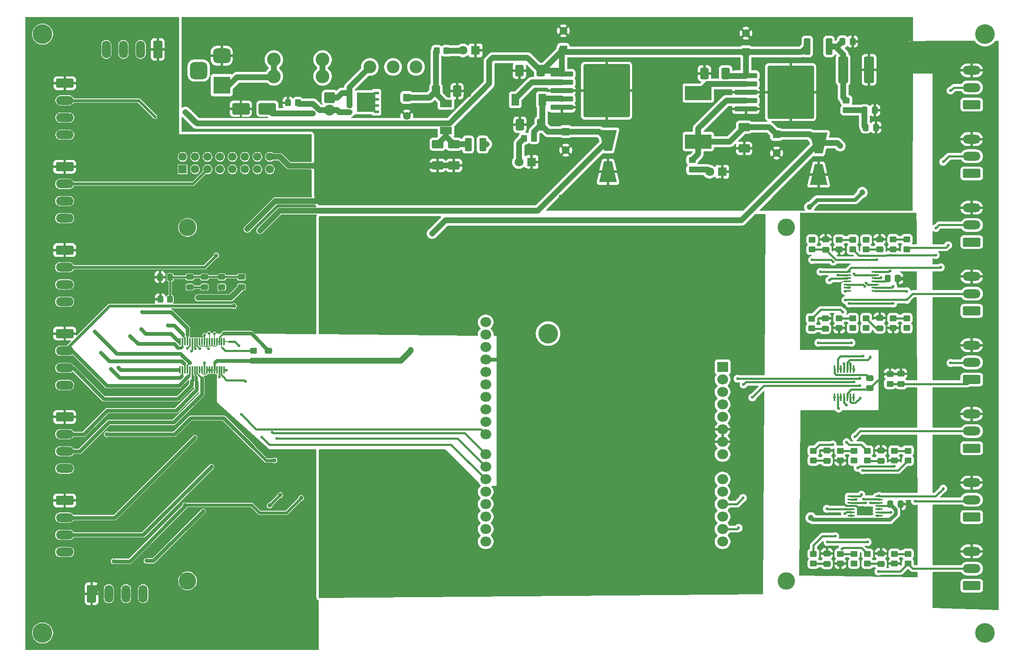
<source format=gbr>
%TF.GenerationSoftware,KiCad,Pcbnew,9.0.6-9.0.6~ubuntu24.04.1*%
%TF.CreationDate,2025-11-28T01:09:22+01:00*%
%TF.ProjectId,HVAC_STM32F7_PCB,48564143-5f53-4544-9d33-3246375f5043,rev?*%
%TF.SameCoordinates,Original*%
%TF.FileFunction,Copper,L1,Top*%
%TF.FilePolarity,Positive*%
%FSLAX46Y46*%
G04 Gerber Fmt 4.6, Leading zero omitted, Abs format (unit mm)*
G04 Created by KiCad (PCBNEW 9.0.6-9.0.6~ubuntu24.04.1) date 2025-11-28 01:09:22*
%MOMM*%
%LPD*%
G01*
G04 APERTURE LIST*
G04 Aperture macros list*
%AMRoundRect*
0 Rectangle with rounded corners*
0 $1 Rounding radius*
0 $2 $3 $4 $5 $6 $7 $8 $9 X,Y pos of 4 corners*
0 Add a 4 corners polygon primitive as box body*
4,1,4,$2,$3,$4,$5,$6,$7,$8,$9,$2,$3,0*
0 Add four circle primitives for the rounded corners*
1,1,$1+$1,$2,$3*
1,1,$1+$1,$4,$5*
1,1,$1+$1,$6,$7*
1,1,$1+$1,$8,$9*
0 Add four rect primitives between the rounded corners*
20,1,$1+$1,$2,$3,$4,$5,0*
20,1,$1+$1,$4,$5,$6,$7,0*
20,1,$1+$1,$6,$7,$8,$9,0*
20,1,$1+$1,$8,$9,$2,$3,0*%
%AMOutline4P*
0 Free polygon, 4 corners , with rotation*
0 The origin of the aperture is its center*
0 number of corners: always 4*
0 $1 to $8 corner X, Y*
0 $9 Rotation angle, in degrees counterclockwise*
0 create outline with 4 corners*
4,1,4,$1,$2,$3,$4,$5,$6,$7,$8,$1,$2,$9*%
G04 Aperture macros list end*
%TA.AperFunction,SMDPad,CuDef*%
%ADD10R,1.270000X0.610000*%
%TD*%
%TA.AperFunction,SMDPad,CuDef*%
%ADD11R,3.810000X3.910000*%
%TD*%
%TA.AperFunction,SMDPad,CuDef*%
%ADD12R,1.020000X0.610000*%
%TD*%
%TA.AperFunction,ComponentPad*%
%ADD13RoundRect,0.250000X-1.550000X0.650000X-1.550000X-0.650000X1.550000X-0.650000X1.550000X0.650000X0*%
%TD*%
%TA.AperFunction,ComponentPad*%
%ADD14O,3.600000X1.800000*%
%TD*%
%TA.AperFunction,SMDPad,CuDef*%
%ADD15RoundRect,0.250000X0.450000X-0.350000X0.450000X0.350000X-0.450000X0.350000X-0.450000X-0.350000X0*%
%TD*%
%TA.AperFunction,ComponentPad*%
%ADD16RoundRect,0.250000X-0.650000X-1.550000X0.650000X-1.550000X0.650000X1.550000X-0.650000X1.550000X0*%
%TD*%
%TA.AperFunction,ComponentPad*%
%ADD17O,1.800000X3.600000*%
%TD*%
%TA.AperFunction,SMDPad,CuDef*%
%ADD18R,1.500000X2.400000*%
%TD*%
%TA.AperFunction,ComponentPad*%
%ADD19C,2.780000*%
%TD*%
%TA.AperFunction,SMDPad,CuDef*%
%ADD20RoundRect,0.250000X0.350000X0.450000X-0.350000X0.450000X-0.350000X-0.450000X0.350000X-0.450000X0*%
%TD*%
%TA.AperFunction,SMDPad,CuDef*%
%ADD21RoundRect,0.250000X-0.337500X-0.475000X0.337500X-0.475000X0.337500X0.475000X-0.337500X0.475000X0*%
%TD*%
%TA.AperFunction,SMDPad,CuDef*%
%ADD22RoundRect,0.250000X-0.450000X0.350000X-0.450000X-0.350000X0.450000X-0.350000X0.450000X0.350000X0*%
%TD*%
%TA.AperFunction,SMDPad,CuDef*%
%ADD23RoundRect,0.100000X0.637500X0.100000X-0.637500X0.100000X-0.637500X-0.100000X0.637500X-0.100000X0*%
%TD*%
%TA.AperFunction,SMDPad,CuDef*%
%ADD24RoundRect,0.250000X0.475000X-0.337500X0.475000X0.337500X-0.475000X0.337500X-0.475000X-0.337500X0*%
%TD*%
%TA.AperFunction,ComponentPad*%
%ADD25RoundRect,0.250000X1.550000X-0.650000X1.550000X0.650000X-1.550000X0.650000X-1.550000X-0.650000X0*%
%TD*%
%TA.AperFunction,SMDPad,CuDef*%
%ADD26R,5.400000X2.900000*%
%TD*%
%TA.AperFunction,SMDPad,CuDef*%
%ADD27RoundRect,0.250001X0.612499X0.899999X-0.612499X0.899999X-0.612499X-0.899999X0.612499X-0.899999X0*%
%TD*%
%TA.AperFunction,SMDPad,CuDef*%
%ADD28Outline4P,-2.150000X-1.800000X2.150000X-0.800000X2.150000X0.800000X-2.150000X1.800000X270.000000*%
%TD*%
%TA.AperFunction,SMDPad,CuDef*%
%ADD29Outline4P,-2.150000X-1.800000X2.150000X-0.800000X2.150000X0.800000X-2.150000X1.800000X90.000000*%
%TD*%
%TA.AperFunction,ComponentPad*%
%ADD30RoundRect,0.250000X0.550000X-0.550000X0.550000X0.550000X-0.550000X0.550000X-0.550000X-0.550000X0*%
%TD*%
%TA.AperFunction,ComponentPad*%
%ADD31C,1.600000*%
%TD*%
%TA.AperFunction,SMDPad,CuDef*%
%ADD32RoundRect,0.250000X0.400000X1.450000X-0.400000X1.450000X-0.400000X-1.450000X0.400000X-1.450000X0*%
%TD*%
%TA.AperFunction,ComponentPad*%
%ADD33R,1.700000X1.700000*%
%TD*%
%TA.AperFunction,ComponentPad*%
%ADD34C,1.700000*%
%TD*%
%TA.AperFunction,SMDPad,CuDef*%
%ADD35RoundRect,0.250000X-0.475000X0.337500X-0.475000X-0.337500X0.475000X-0.337500X0.475000X0.337500X0*%
%TD*%
%TA.AperFunction,ComponentPad*%
%ADD36RoundRect,0.249999X-0.850001X0.850001X-0.850001X-0.850001X0.850001X-0.850001X0.850001X0.850001X0*%
%TD*%
%TA.AperFunction,ComponentPad*%
%ADD37C,2.200000*%
%TD*%
%TA.AperFunction,ComponentPad*%
%ADD38R,2.200000X2.000000*%
%TD*%
%TA.AperFunction,ComponentPad*%
%ADD39O,2.200000X2.000000*%
%TD*%
%TA.AperFunction,ComponentPad*%
%ADD40C,3.540000*%
%TD*%
%TA.AperFunction,SMDPad,CuDef*%
%ADD41RoundRect,0.249999X-0.737501X-2.450001X0.737501X-2.450001X0.737501X2.450001X-0.737501X2.450001X0*%
%TD*%
%TA.AperFunction,ComponentPad*%
%ADD42RoundRect,0.250000X-0.550000X0.550000X-0.550000X-0.550000X0.550000X-0.550000X0.550000X0.550000X0*%
%TD*%
%TA.AperFunction,SMDPad,CuDef*%
%ADD43RoundRect,0.250000X-1.500000X-0.900000X1.500000X-0.900000X1.500000X0.900000X-1.500000X0.900000X0*%
%TD*%
%TA.AperFunction,ComponentPad*%
%ADD44C,2.600000*%
%TD*%
%TA.AperFunction,ComponentPad*%
%ADD45R,3.500000X3.500000*%
%TD*%
%TA.AperFunction,ComponentPad*%
%ADD46RoundRect,0.750000X-1.000000X0.750000X-1.000000X-0.750000X1.000000X-0.750000X1.000000X0.750000X0*%
%TD*%
%TA.AperFunction,ComponentPad*%
%ADD47RoundRect,0.875000X-0.875000X0.875000X-0.875000X-0.875000X0.875000X-0.875000X0.875000X0.875000X0*%
%TD*%
%TA.AperFunction,ComponentPad*%
%ADD48R,1.800000X1.800000*%
%TD*%
%TA.AperFunction,ComponentPad*%
%ADD49C,1.800000*%
%TD*%
%TA.AperFunction,SMDPad,CuDef*%
%ADD50RoundRect,0.250001X-0.899999X0.612499X-0.899999X-0.612499X0.899999X-0.612499X0.899999X0.612499X0*%
%TD*%
%TA.AperFunction,SMDPad,CuDef*%
%ADD51RoundRect,0.051250X-0.153750X0.733750X-0.153750X-0.733750X0.153750X-0.733750X0.153750X0.733750X0*%
%TD*%
%TA.AperFunction,SMDPad,CuDef*%
%ADD52RoundRect,0.250001X-0.462499X-1.074999X0.462499X-1.074999X0.462499X1.074999X-0.462499X1.074999X0*%
%TD*%
%TA.AperFunction,ComponentPad*%
%ADD53RoundRect,0.250000X0.650000X1.550000X-0.650000X1.550000X-0.650000X-1.550000X0.650000X-1.550000X0*%
%TD*%
%TA.AperFunction,SMDPad,CuDef*%
%ADD54RoundRect,0.075000X-0.075000X0.662500X-0.075000X-0.662500X0.075000X-0.662500X0.075000X0.662500X0*%
%TD*%
%TA.AperFunction,SMDPad,CuDef*%
%ADD55RoundRect,0.250000X-0.350000X-0.450000X0.350000X-0.450000X0.350000X0.450000X-0.350000X0.450000X0*%
%TD*%
%TA.AperFunction,SMDPad,CuDef*%
%ADD56RoundRect,0.250000X-2.050000X-0.300000X2.050000X-0.300000X2.050000X0.300000X-2.050000X0.300000X0*%
%TD*%
%TA.AperFunction,SMDPad,CuDef*%
%ADD57RoundRect,0.250002X-4.449998X-5.149998X4.449998X-5.149998X4.449998X5.149998X-4.449998X5.149998X0*%
%TD*%
%TA.AperFunction,SMDPad,CuDef*%
%ADD58R,2.400000X1.500000*%
%TD*%
%TA.AperFunction,SMDPad,CuDef*%
%ADD59RoundRect,0.250001X-0.612499X-0.899999X0.612499X-0.899999X0.612499X0.899999X-0.612499X0.899999X0*%
%TD*%
%TA.AperFunction,ViaPad*%
%ADD60C,1.200000*%
%TD*%
%TA.AperFunction,ViaPad*%
%ADD61C,4.000000*%
%TD*%
%TA.AperFunction,ViaPad*%
%ADD62C,0.600000*%
%TD*%
%TA.AperFunction,ViaPad*%
%ADD63C,0.900000*%
%TD*%
%TA.AperFunction,ViaPad*%
%ADD64C,0.800000*%
%TD*%
%TA.AperFunction,Conductor*%
%ADD65C,1.200000*%
%TD*%
%TA.AperFunction,Conductor*%
%ADD66C,0.400000*%
%TD*%
%TA.AperFunction,Conductor*%
%ADD67C,0.800000*%
%TD*%
%TA.AperFunction,Conductor*%
%ADD68C,0.200000*%
%TD*%
%TA.AperFunction,Conductor*%
%ADD69C,0.300000*%
%TD*%
%TA.AperFunction,Conductor*%
%ADD70C,0.600000*%
%TD*%
G04 APERTURE END LIST*
D10*
%TO.P,Q1,1,G*%
%TO.N,Net-(D4-A)*%
X97535000Y-50810000D03*
%TO.P,Q1,2,S*%
%TO.N,Net-(D4-K)*%
X97535000Y-47000000D03*
X97535000Y-48270000D03*
X97535000Y-49540000D03*
D11*
%TO.P,Q1,3,D*%
%TO.N,Net-(D3-A2)*%
X100895000Y-48905000D03*
D12*
X103000000Y-47000000D03*
X103000000Y-48270000D03*
X103000000Y-49540000D03*
X103000000Y-50810000D03*
%TD*%
D13*
%TO.P,J4,1,SHIELD*%
%TO.N,GNDA*%
X39500000Y-62000000D03*
D14*
%TO.P,J4,2,GND*%
%TO.N,Net-(J18-Pin_5)*%
X39500000Y-65500000D03*
%TO.P,J4,3,SIG*%
%TO.N,Net-(J4-SIG)*%
X39500000Y-69000000D03*
%TO.P,J4,4,+VSENS*%
%TO.N,+24V*%
X39500000Y-72500000D03*
%TD*%
D15*
%TO.P,R9,1*%
%TO.N,Net-(U3-VOUTG)*%
X202800000Y-94875000D03*
%TO.P,R9,2*%
%TO.N,Net-(U5D-+)*%
X202800000Y-92875000D03*
%TD*%
D16*
%TO.P,J15,1,SHIELD*%
%TO.N,GNDA*%
X45000000Y-149000000D03*
D17*
%TO.P,J15,2,GND*%
%TO.N,Net-(J15-GND)*%
X48500000Y-149000000D03*
%TO.P,J15,3,SIG*%
%TO.N,Net-(J15-SIG)*%
X52000000Y-149000000D03*
%TO.P,J15,4,+VSENS*%
%TO.N,+24V*%
X55500000Y-149000000D03*
%TD*%
D18*
%TO.P,L2,1,1*%
%TO.N,Net-(U1-OUT)*%
X131300000Y-48400000D03*
%TO.P,L2,2,2*%
%TO.N,+5V*%
X136800000Y-48400000D03*
%TD*%
D19*
%TO.P,F1,1*%
%TO.N,Net-(F1-Pad1)*%
X82137500Y-40190000D03*
X82137500Y-43590000D03*
%TO.P,F1,2*%
%TO.N,Net-(D3-A2)*%
X92057500Y-40190000D03*
X92057500Y-43590000D03*
%TD*%
D20*
%TO.P,R4,1*%
%TO.N,Net-(D4-A)*%
X87000000Y-49000000D03*
%TO.P,R4,2*%
%TO.N,GND*%
X85000000Y-49000000D03*
%TD*%
D21*
%TO.P,C11,1*%
%TO.N,GNDA*%
X58925000Y-84500000D03*
%TO.P,C11,2*%
%TO.N,GND*%
X61000000Y-84500000D03*
%TD*%
D22*
%TO.P,R7,1*%
%TO.N,Net-(U3-VOUTE)*%
X191800000Y-76875000D03*
%TO.P,R7,2*%
%TO.N,Net-(U5B-+)*%
X191800000Y-78875000D03*
%TD*%
D15*
%TO.P,R1,1*%
%TO.N,+3.3V*%
X78000000Y-101500000D03*
%TO.P,R1,2*%
%TO.N,Net-(U7-~{RST{slash}PD})*%
X78000000Y-99500000D03*
%TD*%
D23*
%TO.P,U5,1*%
%TO.N,Net-(J6-GND)*%
X204662500Y-87325000D03*
%TO.P,U5,2,-*%
%TO.N,Net-(U5A--)*%
X204662500Y-86675000D03*
%TO.P,U5,3,+*%
%TO.N,Net-(U5A-+)*%
X204662500Y-86025000D03*
%TO.P,U5,4,V+*%
%TO.N,Net-(U5E-V+)*%
X204662500Y-85375000D03*
%TO.P,U5,5,+*%
%TO.N,Net-(U5B-+)*%
X204662500Y-84725000D03*
%TO.P,U5,6,-*%
%TO.N,Net-(U5B--)*%
X204662500Y-84075000D03*
%TO.P,U5,7*%
%TO.N,Net-(J8-GND)*%
X204662500Y-83425000D03*
%TO.P,U5,8*%
%TO.N,Net-(J7-GND)*%
X198937500Y-83425000D03*
%TO.P,U5,9,-*%
%TO.N,Net-(U5C--)*%
X198937500Y-84075000D03*
%TO.P,U5,10,+*%
%TO.N,Net-(U5C-+)*%
X198937500Y-84725000D03*
%TO.P,U5,11,V-*%
%TO.N,GND*%
X198937500Y-85375000D03*
%TO.P,U5,12,+*%
%TO.N,Net-(U5D-+)*%
X198937500Y-86025000D03*
%TO.P,U5,13,-*%
%TO.N,Net-(U5D--)*%
X198937500Y-86675000D03*
%TO.P,U5,14*%
%TO.N,Net-(J9-GND)*%
X198937500Y-87325000D03*
%TD*%
D24*
%TO.P,C20,1*%
%TO.N,Net-(U5B-+)*%
X194550000Y-78912500D03*
%TO.P,C20,2*%
%TO.N,GND*%
X194550000Y-76837500D03*
%TD*%
D22*
%TO.P,RG4,1*%
%TO.N,Net-(U5D--)*%
X208300000Y-92875000D03*
%TO.P,RG4,2*%
%TO.N,GND*%
X208300000Y-94875000D03*
%TD*%
D25*
%TO.P,J12,1,SHIELD*%
%TO.N,GNDA*%
X224300000Y-133375000D03*
D14*
%TO.P,J12,2,GND*%
%TO.N,Net-(J12-GND)*%
X224300000Y-129875000D03*
%TO.P,J12,3,SIG*%
%TO.N,GND*%
X224300000Y-126375000D03*
%TD*%
D26*
%TO.P,L1,1,1*%
%TO.N,Net-(U2-OUT)*%
X168600000Y-46975000D03*
%TO.P,L1,2,2*%
%TO.N,+3.3V*%
X168600000Y-56875000D03*
%TD*%
D22*
%TO.P,RF3,1*%
%TO.N,Net-(U5B--)*%
X200050000Y-76875000D03*
%TO.P,RF3,2*%
%TO.N,Net-(J8-GND)*%
X200050000Y-78875000D03*
%TD*%
%TO.P,RG7,1*%
%TO.N,Net-(U6C--)*%
X208550000Y-119875000D03*
%TO.P,RG7,2*%
%TO.N,GND*%
X208550000Y-121875000D03*
%TD*%
%TO.P,RF4,1*%
%TO.N,Net-(U5D--)*%
X211050000Y-92875000D03*
%TO.P,RF4,2*%
%TO.N,Net-(J9-GND)*%
X211050000Y-94875000D03*
%TD*%
D27*
%TO.P,C4,1*%
%TO.N,+5V*%
X136562500Y-53450000D03*
%TO.P,C4,2*%
%TO.N,GND*%
X132237500Y-53450000D03*
%TD*%
D23*
%TO.P,U6,1*%
%TO.N,Net-(J13-GND)*%
X205412500Y-133075000D03*
%TO.P,U6,2,-*%
%TO.N,Net-(U6A--)*%
X205412500Y-132425000D03*
%TO.P,U6,3,+*%
%TO.N,Net-(U6A-+)*%
X205412500Y-131775000D03*
%TO.P,U6,4,V+*%
%TO.N,Net-(U5E-V+)*%
X205412500Y-131125000D03*
%TO.P,U6,5,+*%
%TO.N,Net-(U6B-+)*%
X205412500Y-130475000D03*
%TO.P,U6,6,-*%
%TO.N,Net-(U6B--)*%
X205412500Y-129825000D03*
%TO.P,U6,7*%
%TO.N,Net-(J10-GND)*%
X205412500Y-129175000D03*
%TO.P,U6,8*%
%TO.N,Net-(J12-GND)*%
X199687500Y-129175000D03*
%TO.P,U6,9,-*%
%TO.N,Net-(U6C--)*%
X199687500Y-129825000D03*
%TO.P,U6,10,+*%
%TO.N,Net-(U6C-+)*%
X199687500Y-130475000D03*
%TO.P,U6,11,V-*%
%TO.N,GND*%
X199687500Y-131125000D03*
%TO.P,U6,12,+*%
%TO.N,Net-(U6D-+)*%
X199687500Y-131775000D03*
%TO.P,U6,13,-*%
%TO.N,Net-(U6D--)*%
X199687500Y-132425000D03*
%TO.P,U6,14*%
%TO.N,Net-(J11-GND)*%
X199687500Y-133075000D03*
%TD*%
D21*
%TO.P,C32,1*%
%TO.N,Net-(U5E-V+)*%
X207175000Y-84750000D03*
%TO.P,C32,2*%
%TO.N,GND*%
X209250000Y-84750000D03*
%TD*%
D28*
%TO.P,D1,1,K*%
%TO.N,+5V*%
X150200000Y-56650000D03*
D29*
%TO.P,D1,2,A*%
%TO.N,GND*%
X150200000Y-63050000D03*
%TD*%
D27*
%TO.P,C1,1*%
%TO.N,+24V*%
X136462500Y-42450000D03*
%TO.P,C1,2*%
%TO.N,GND*%
X132137500Y-42450000D03*
%TD*%
%TO.P,C6,1*%
%TO.N,+24V*%
X174162500Y-43000000D03*
%TO.P,C6,2*%
%TO.N,GND*%
X169837500Y-43000000D03*
%TD*%
D30*
%TO.P,C2,1*%
%TO.N,+24V*%
X141100000Y-38102651D03*
D31*
%TO.P,C2,2*%
%TO.N,GND*%
X141100000Y-34302651D03*
%TD*%
D13*
%TO.P,J16,1,SHIELD*%
%TO.N,GNDA*%
X39500000Y-113000000D03*
D14*
%TO.P,J16,2,GND*%
%TO.N,Net-(J16-GND)*%
X39500000Y-116500000D03*
%TO.P,J16,3,SIG*%
%TO.N,Net-(J16-SIG)*%
X39500000Y-120000000D03*
%TO.P,J16,4,+VSENS*%
%TO.N,+24V*%
X39500000Y-123500000D03*
%TD*%
D22*
%TO.P,R13,1*%
%TO.N,Net-(U3-VOUTD)*%
X203050000Y-140875000D03*
%TO.P,R13,2*%
%TO.N,Net-(U6A-+)*%
X203050000Y-142875000D03*
%TD*%
D32*
%TO.P,F2,1*%
%TO.N,Net-(C28-Pad1)*%
X195225000Y-37500000D03*
%TO.P,F2,2*%
%TO.N,+24V*%
X190775000Y-37500000D03*
%TD*%
D13*
%TO.P,J14,1,SHIELD*%
%TO.N,GNDA*%
X39500000Y-96000000D03*
D14*
%TO.P,J14,2,GND*%
%TO.N,Net-(J14-GND)*%
X39500000Y-99500000D03*
%TO.P,J14,3,SIG*%
%TO.N,Net-(J14-SIG)*%
X39500000Y-103000000D03*
%TO.P,J14,4,+VSENS*%
%TO.N,+24V*%
X39500000Y-106500000D03*
%TD*%
D22*
%TO.P,R6,1*%
%TO.N,Net-(U3-VOUTC)*%
X191700000Y-92950000D03*
%TO.P,R6,2*%
%TO.N,Net-(U5C-+)*%
X191700000Y-94950000D03*
%TD*%
D33*
%TO.P,J18,1,Pin_1*%
%TO.N,Net-(J18-Pin_1)*%
X63520000Y-62540000D03*
D34*
%TO.P,J18,2,Pin_2*%
%TO.N,GND*%
X63520000Y-60000000D03*
%TO.P,J18,3,Pin_3*%
%TO.N,Net-(J18-Pin_3)*%
X66060000Y-62540000D03*
%TO.P,J18,4,Pin_4*%
%TO.N,GND*%
X66060000Y-60000000D03*
%TO.P,J18,5,Pin_5*%
%TO.N,Net-(J18-Pin_5)*%
X68600000Y-62540000D03*
%TO.P,J18,6,Pin_6*%
%TO.N,GND*%
X68600000Y-60000000D03*
%TO.P,J18,7,Pin_7*%
%TO.N,Net-(J18-Pin_7)*%
X71140000Y-62540000D03*
%TO.P,J18,8,Pin_8*%
%TO.N,GND*%
X71140000Y-60000000D03*
%TO.P,J18,9,Pin_9*%
%TO.N,Net-(J14-GND)*%
X73680000Y-62540000D03*
%TO.P,J18,10,Pin_10*%
%TO.N,GND*%
X73680000Y-60000000D03*
%TO.P,J18,11,Pin_11*%
%TO.N,Net-(J16-GND)*%
X76220000Y-62540000D03*
%TO.P,J18,12,Pin_12*%
%TO.N,GND*%
X76220000Y-60000000D03*
%TO.P,J18,13,Pin_13*%
%TO.N,Net-(J17-GND)*%
X78760000Y-62540000D03*
%TO.P,J18,14,Pin_14*%
%TO.N,GND*%
X78760000Y-60000000D03*
%TO.P,J18,15,Pin_15*%
%TO.N,Net-(J15-GND)*%
X81300000Y-62540000D03*
%TO.P,J18,16,Pin_16*%
%TO.N,GND*%
X81300000Y-60000000D03*
%TD*%
D35*
%TO.P,C17,1*%
%TO.N,Net-(U3-VREFIN{slash}VREFOUT)*%
X203550000Y-105087500D03*
%TO.P,C17,2*%
%TO.N,GND*%
X203550000Y-107162500D03*
%TD*%
D36*
%TO.P,D4,1,K*%
%TO.N,Net-(D4-K)*%
X93500000Y-47960000D03*
D37*
%TO.P,D4,2,A*%
%TO.N,Net-(D4-A)*%
X93500000Y-50500000D03*
%TD*%
D38*
%TO.P,A1,1,NC*%
%TO.N,unconnected-(A1-NC-Pad1)*%
X173550000Y-102815000D03*
D39*
%TO.P,A1,2,IOREF*%
%TO.N,unconnected-(A1-IOREF-Pad2)*%
X173550000Y-105355000D03*
%TO.P,A1,3,~{RESET}*%
%TO.N,unconnected-(A1-~{RESET}-Pad3)*%
X173550000Y-107895000D03*
%TO.P,A1,4,3V3*%
%TO.N,unconnected-(A1-3V3-Pad4)*%
X173550000Y-110435000D03*
%TO.P,A1,5,+5V*%
%TO.N,unconnected-(A1-+5V-Pad5)*%
X173550000Y-112975000D03*
%TO.P,A1,6,GND*%
%TO.N,GND*%
X173550000Y-115515000D03*
%TO.P,A1,7,GND*%
X173550000Y-118055000D03*
%TO.P,A1,8,VIN*%
%TO.N,+3.3V*%
X173550000Y-120595000D03*
%TO.P,A1,9,A0*%
%TO.N,unconnected-(A1-A0-Pad9)*%
X173550000Y-125675000D03*
%TO.P,A1,10,A1*%
%TO.N,unconnected-(A1-A1-Pad10)*%
X173550000Y-128215000D03*
%TO.P,A1,11,A2*%
%TO.N,MOSI_OUT*%
X173550000Y-130755000D03*
%TO.P,A1,12,A3*%
%TO.N,unconnected-(A1-A3-Pad12)*%
X173550000Y-133295000D03*
%TO.P,A1,13,A4/S7TX*%
%TO.N,SCK_OUT*%
X173550000Y-135835000D03*
%TO.P,A1,14,A5/S7RX*%
%TO.N,NSS_OUT*%
X173550000Y-138375000D03*
%TO.P,A1,15,D0/S6RX*%
%TO.N,unconnected-(A1-D0{slash}S6RX-Pad15)*%
X125290000Y-138375000D03*
%TO.P,A1,16,D1/S6TX*%
%TO.N,unconnected-(A1-D1{slash}S6TX-Pad16)*%
X125290000Y-135835000D03*
%TO.P,A1,17,D2*%
%TO.N,unconnected-(A1-D2-Pad17)*%
X125290000Y-133295000D03*
%TO.P,A1,18,D3*%
%TO.N,unconnected-(A1-D3-Pad18)*%
X125290000Y-130755000D03*
%TO.P,A1,19,D4*%
%TO.N,unconnected-(A1-D4-Pad19)*%
X125290000Y-128215000D03*
%TO.P,A1,20,D5*%
%TO.N,Net-(A1-D5)*%
X125290000Y-125675000D03*
%TO.P,A1,21,D6*%
%TO.N,Net-(A1-D6)*%
X125290000Y-123135000D03*
%TO.P,A1,22,D7*%
%TO.N,Net-(A1-D7)*%
X125290000Y-120595000D03*
%TO.P,A1,23,D8*%
%TO.N,Net-(A1-D8)*%
X125290000Y-116535000D03*
%TO.P,A1,24,D9*%
%TO.N,unconnected-(A1-D9-Pad24)*%
X125290000Y-113995000D03*
%TO.P,A1,25,D10*%
%TO.N,unconnected-(A1-D10-Pad25)*%
X125290000Y-111455000D03*
%TO.P,A1,26,D11*%
%TO.N,unconnected-(A1-D11-Pad26)*%
X125290000Y-108915000D03*
%TO.P,A1,27,D12*%
%TO.N,unconnected-(A1-D12-Pad27)*%
X125290000Y-106375000D03*
%TO.P,A1,28,D13*%
%TO.N,unconnected-(A1-D13-Pad28)*%
X125290000Y-103835000D03*
%TO.P,A1,29,GND*%
%TO.N,GND*%
X125290000Y-101295000D03*
%TO.P,A1,30,AREF*%
%TO.N,unconnected-(A1-AREF-Pad30)*%
X125290000Y-98755000D03*
%TO.P,A1,31,SDA/A4*%
%TO.N,unconnected-(A1-SDA{slash}A4-Pad31)*%
X125290000Y-96215000D03*
%TO.P,A1,32,SCL/A5*%
%TO.N,unconnected-(A1-SCL{slash}A5-Pad32)*%
X125290000Y-93675000D03*
D40*
%TO.P,A1,33*%
%TO.N,N/C*%
X186550000Y-74375000D03*
X64550000Y-74375000D03*
X186550000Y-146375000D03*
X64550000Y-146375000D03*
%TD*%
D22*
%TO.P,RG5,1*%
%TO.N,Net-(U6B--)*%
X197550000Y-140875000D03*
%TO.P,RG5,2*%
%TO.N,GND*%
X197550000Y-142875000D03*
%TD*%
D20*
%TO.P,R16,1*%
%TO.N,+5V*%
X135100000Y-56250000D03*
%TO.P,R16,2*%
%TO.N,Net-(D7-A)*%
X133100000Y-56250000D03*
%TD*%
D41*
%TO.P,C29,1*%
%TO.N,Net-(C28-Pad1)*%
X198112500Y-42250000D03*
%TO.P,C29,2*%
%TO.N,GND*%
X203387500Y-42250000D03*
%TD*%
D22*
%TO.P,RF7,1*%
%TO.N,Net-(U6C--)*%
X211300000Y-119875000D03*
%TO.P,RF7,2*%
%TO.N,Net-(J12-GND)*%
X211300000Y-121875000D03*
%TD*%
D24*
%TO.P,C12,1*%
%TO.N,Net-(U7-REFCAP)*%
X68000000Y-86537500D03*
%TO.P,C12,2*%
%TO.N,GND*%
X68000000Y-84462500D03*
%TD*%
D30*
%TO.P,C5,1*%
%TO.N,+24V*%
X178300000Y-38602651D03*
D31*
%TO.P,C5,2*%
%TO.N,GND*%
X178300000Y-34802651D03*
%TD*%
D25*
%TO.P,J9,1,SHIELD*%
%TO.N,GNDA*%
X224300000Y-91375000D03*
D14*
%TO.P,J9,2,GND*%
%TO.N,Net-(J9-GND)*%
X224300000Y-87875000D03*
%TO.P,J9,3,SIG*%
%TO.N,GND*%
X224300000Y-84375000D03*
%TD*%
D42*
%TO.P,C8,1*%
%TO.N,+3.3V*%
X184550000Y-55422349D03*
D31*
%TO.P,C8,2*%
%TO.N,GND*%
X184550000Y-59222349D03*
%TD*%
D22*
%TO.P,R8,1*%
%TO.N,Net-(U3-VOUTA)*%
X202800000Y-76875000D03*
%TO.P,R8,2*%
%TO.N,Net-(U5A-+)*%
X202800000Y-78875000D03*
%TD*%
D13*
%TO.P,J3,1,SHIELD*%
%TO.N,GNDA*%
X39550000Y-45000000D03*
D14*
%TO.P,J3,2,GND*%
%TO.N,Net-(J18-Pin_3)*%
X39550000Y-48500000D03*
%TO.P,J3,3,SIG*%
%TO.N,Net-(J3-SIG)*%
X39550000Y-52000000D03*
%TO.P,J3,4,+VSENS*%
%TO.N,+24V*%
X39550000Y-55500000D03*
%TD*%
D21*
%TO.P,C30,1*%
%TO.N,Net-(U5E-V+)*%
X202462500Y-50500000D03*
%TO.P,C30,2*%
%TO.N,GND*%
X204537500Y-50500000D03*
%TD*%
D35*
%TO.P,C9,1*%
%TO.N,GND*%
X75500000Y-84462500D03*
%TO.P,C9,2*%
%TO.N,+5V*%
X75500000Y-86537500D03*
%TD*%
D43*
%TO.P,D3,1,A1*%
%TO.N,GND*%
X75400000Y-50190000D03*
%TO.P,D3,2,A2*%
%TO.N,Net-(D3-A2)*%
X80800000Y-50190000D03*
%TD*%
D44*
%TO.P,SW1,1,A*%
%TO.N,Net-(D4-K)*%
X101700000Y-41690000D03*
%TO.P,SW1,2,B*%
%TO.N,Net-(SW1-B)*%
X106400000Y-41690000D03*
%TO.P,SW1,3*%
%TO.N,N/C*%
X111100000Y-41690000D03*
%TD*%
D24*
%TO.P,C25,1*%
%TO.N,Net-(U6A-+)*%
X205800000Y-142912500D03*
%TO.P,C25,2*%
%TO.N,GND*%
X205800000Y-140837500D03*
%TD*%
D45*
%TO.P,J1,1*%
%TO.N,Net-(F1-Pad1)*%
X71507500Y-45400000D03*
D46*
%TO.P,J1,2*%
%TO.N,GND*%
X71507500Y-39400000D03*
D47*
%TO.P,J1,3*%
%TO.N,N/C*%
X66807500Y-42400000D03*
%TD*%
D24*
%TO.P,C24,1*%
%TO.N,Net-(U6C-+)*%
X205800000Y-121912500D03*
%TO.P,C24,2*%
%TO.N,GND*%
X205800000Y-119837500D03*
%TD*%
D42*
%TO.P,C15,1*%
%TO.N,Net-(SW1-B)*%
X109200000Y-47900000D03*
D31*
%TO.P,C15,2*%
%TO.N,GND*%
X109200000Y-51700000D03*
%TD*%
D22*
%TO.P,RF2,1*%
%TO.N,Net-(U5C--)*%
X200050000Y-92875000D03*
%TO.P,RF2,2*%
%TO.N,Net-(J7-GND)*%
X200050000Y-94875000D03*
%TD*%
%TO.P,R15,1*%
%TO.N,+3.3V*%
X167350000Y-60625000D03*
%TO.P,R15,2*%
%TO.N,Net-(D6-A)*%
X167350000Y-62625000D03*
%TD*%
D48*
%TO.P,D7,1,K*%
%TO.N,GND*%
X134600000Y-61050000D03*
D49*
%TO.P,D7,2,A*%
%TO.N,Net-(D7-A)*%
X132060000Y-61050000D03*
%TD*%
D24*
%TO.P,C11X7R1,1*%
%TO.N,Net-(U7-REFIO)*%
X71500000Y-86537500D03*
%TO.P,C11X7R1,2*%
%TO.N,GND*%
X71500000Y-84462500D03*
%TD*%
D50*
%TO.P,C27,1*%
%TO.N,Net-(C16-Pad1)*%
X118800000Y-57437500D03*
%TO.P,C27,2*%
%TO.N,GND*%
X118800000Y-61762500D03*
%TD*%
D13*
%TO.P,J5,1,SHIELD*%
%TO.N,GNDA*%
X39500000Y-79000000D03*
D14*
%TO.P,J5,2,GND*%
%TO.N,Net-(J18-Pin_7)*%
X39500000Y-82500000D03*
%TO.P,J5,3,SIG*%
%TO.N,Net-(J5-SIG)*%
X39500000Y-86000000D03*
%TO.P,J5,4,+VSENS*%
%TO.N,+24V*%
X39500000Y-89500000D03*
%TD*%
D21*
%TO.P,C28,1*%
%TO.N,Net-(C28-Pad1)*%
X197962500Y-36500000D03*
%TO.P,C28,2*%
%TO.N,GND*%
X200037500Y-36500000D03*
%TD*%
D42*
%TO.P,C3,1*%
%TO.N,+5V*%
X141600000Y-54847349D03*
D31*
%TO.P,C3,2*%
%TO.N,GND*%
X141600000Y-58647349D03*
%TD*%
D24*
%TO.P,C13,1*%
%TO.N,Net-(U7-REFCAP)*%
X65000000Y-86537500D03*
%TO.P,C13,2*%
%TO.N,GND*%
X65000000Y-84462500D03*
%TD*%
D51*
%TO.P,U3,1,~{SYNC}*%
%TO.N,NSS_OUT*%
X200250000Y-103255000D03*
%TO.P,U3,2,AVDD*%
%TO.N,+3.3V*%
X199600000Y-103255000D03*
%TO.P,U3,3,VOUTA*%
%TO.N,Net-(U3-VOUTA)*%
X198950000Y-103255000D03*
%TO.P,U3,4,VOUTC*%
%TO.N,Net-(U3-VOUTC)*%
X198300000Y-103255000D03*
%TO.P,U3,5,VOUTE*%
%TO.N,Net-(U3-VOUTE)*%
X197650000Y-103255000D03*
%TO.P,U3,6,VOUTG*%
%TO.N,Net-(U3-VOUTG)*%
X197000000Y-103255000D03*
%TO.P,U3,7,VREFIN/VREFOUT*%
%TO.N,Net-(U3-VREFIN{slash}VREFOUT)*%
X196350000Y-103255000D03*
%TO.P,U3,8,VOUTH*%
%TO.N,Net-(U3-VOUTH)*%
X196350000Y-108995000D03*
%TO.P,U3,9,VOUTF*%
%TO.N,Net-(U3-VOUTF)*%
X197000000Y-108995000D03*
%TO.P,U3,10,VOUTD*%
%TO.N,Net-(U3-VOUTD)*%
X197650000Y-108995000D03*
%TO.P,U3,11,VOUTB*%
%TO.N,Net-(U3-VOUTB)*%
X198300000Y-108995000D03*
%TO.P,U3,12,GND*%
%TO.N,GND*%
X198950000Y-108995000D03*
%TO.P,U3,13,DIN*%
%TO.N,MOSI_OUT*%
X199600000Y-108995000D03*
%TO.P,U3,14,SCLK*%
%TO.N,SCK_OUT*%
X200250000Y-108995000D03*
%TD*%
D22*
%TO.P,RG6,1*%
%TO.N,Net-(U6D--)*%
X197550000Y-119875000D03*
%TO.P,RG6,2*%
%TO.N,GND*%
X197550000Y-121875000D03*
%TD*%
%TO.P,R12,1*%
%TO.N,Net-(U3-VOUTB)*%
X203050000Y-119875000D03*
%TO.P,R12,2*%
%TO.N,Net-(U6C-+)*%
X203050000Y-121875000D03*
%TD*%
D52*
%TO.P,FB1,1*%
%TO.N,Net-(C16-Pad1)*%
X121712500Y-57500000D03*
%TO.P,FB1,2*%
%TO.N,+24V*%
X124687500Y-57500000D03*
%TD*%
D53*
%TO.P,J2,1,SHIELD*%
%TO.N,GNDA*%
X58482500Y-38107500D03*
D17*
%TO.P,J2,2,GND*%
%TO.N,Net-(J18-Pin_1)*%
X54982500Y-38107500D03*
%TO.P,J2,3,SIG*%
%TO.N,Net-(J2-SIG)*%
X51482500Y-38107500D03*
%TO.P,J2,4,+VSENS*%
%TO.N,+24V*%
X47982500Y-38107500D03*
%TD*%
D54*
%TO.P,U7,1,SDI*%
%TO.N,Net-(A1-D7)*%
X72000000Y-97637500D03*
%TO.P,U7,2,~{RST/PD}*%
%TO.N,Net-(U7-~{RST{slash}PD})*%
X71500000Y-97637500D03*
%TO.P,U7,3,DAISY*%
%TO.N,GND*%
X71000000Y-97637500D03*
%TO.P,U7,4,~{REFSEL}*%
X70500000Y-97637500D03*
%TO.P,U7,5,REFIO*%
%TO.N,Net-(U7-REFIO)*%
X70000000Y-97637500D03*
%TO.P,U7,6,REFGND*%
%TO.N,GND*%
X69500000Y-97637500D03*
%TO.P,U7,7,REFCAP*%
%TO.N,Net-(U7-REFCAP)*%
X69000000Y-97637500D03*
%TO.P,U7,8,AGND*%
%TO.N,GND*%
X68500000Y-97637500D03*
%TO.P,U7,9,AVDD*%
%TO.N,+5V*%
X68000000Y-97637500D03*
%TO.P,U7,10,AUX_IN*%
%TO.N,unconnected-(U7-AUX_IN-Pad10)*%
X67500000Y-97637500D03*
%TO.P,U7,11,AUX_GND*%
%TO.N,GND*%
X67000000Y-97637500D03*
%TO.P,U7,12,AIN_6P*%
%TO.N,Net-(J17-SIG)*%
X66500000Y-97637500D03*
%TO.P,U7,13,AIN_6GND*%
%TO.N,Net-(J17-GND)*%
X66000000Y-97637500D03*
%TO.P,U7,14,AIN_7P*%
%TO.N,Net-(J15-SIG)*%
X65500000Y-97637500D03*
%TO.P,U7,15,AIN_7GND*%
%TO.N,Net-(J15-GND)*%
X65000000Y-97637500D03*
%TO.P,U7,16,AIN_0P*%
%TO.N,Net-(J2-SIG)*%
X64500000Y-97637500D03*
%TO.P,U7,17,AIN_0GND*%
%TO.N,Net-(J18-Pin_1)*%
X64000000Y-97637500D03*
%TO.P,U7,18,AIN_1P*%
%TO.N,Net-(J3-SIG)*%
X63500000Y-97637500D03*
%TO.P,U7,19,AIN_1GND*%
%TO.N,Net-(J18-Pin_3)*%
X63000000Y-97637500D03*
%TO.P,U7,20,AIN_2GND*%
%TO.N,Net-(J18-Pin_5)*%
X63000000Y-103362500D03*
%TO.P,U7,21,AIN_2P*%
%TO.N,Net-(J4-SIG)*%
X63500000Y-103362500D03*
%TO.P,U7,22,AIN_3GND*%
%TO.N,Net-(J18-Pin_7)*%
X64000000Y-103362500D03*
%TO.P,U7,23,AIN_3P*%
%TO.N,Net-(J5-SIG)*%
X64500000Y-103362500D03*
%TO.P,U7,24,AIN_4GND*%
%TO.N,Net-(J14-GND)*%
X65000000Y-103362500D03*
%TO.P,U7,25,AIN_4P*%
%TO.N,Net-(J14-SIG)*%
X65500000Y-103362500D03*
%TO.P,U7,26,AIN_5GND*%
%TO.N,Net-(J16-GND)*%
X66000000Y-103362500D03*
%TO.P,U7,27,AIN_5P*%
%TO.N,Net-(J16-SIG)*%
X66500000Y-103362500D03*
%TO.P,U7,28,AGND*%
%TO.N,GND*%
X67000000Y-103362500D03*
%TO.P,U7,29,AGND*%
X67500000Y-103362500D03*
%TO.P,U7,30,AVDD*%
%TO.N,+5V*%
X68000000Y-103362500D03*
%TO.P,U7,31,AGND*%
%TO.N,GND*%
X68500000Y-103362500D03*
%TO.P,U7,32,AGND*%
X69000000Y-103362500D03*
%TO.P,U7,33,DGND*%
X69500000Y-103362500D03*
%TO.P,U7,34,DVDD*%
%TO.N,+3.3V*%
X70000000Y-103362500D03*
%TO.P,U7,35,DNC*%
%TO.N,unconnected-(U7-DNC-Pad35)*%
X70500000Y-103362500D03*
%TO.P,U7,36,SDO*%
%TO.N,Net-(A1-D8)*%
X71000000Y-103362500D03*
%TO.P,U7,37,SCLK*%
%TO.N,Net-(A1-D6)*%
X71500000Y-103362500D03*
%TO.P,U7,38,~{CS}*%
%TO.N,Net-(A1-D5)*%
X72000000Y-103362500D03*
%TD*%
D55*
%TO.P,R14,1*%
%TO.N,Net-(SW1-B)*%
X115300000Y-38400000D03*
%TO.P,R14,2*%
%TO.N,Net-(D5-A)*%
X117300000Y-38400000D03*
%TD*%
D22*
%TO.P,RG3,1*%
%TO.N,Net-(U5B--)*%
X197300000Y-76875000D03*
%TO.P,RG3,2*%
%TO.N,GND*%
X197300000Y-78875000D03*
%TD*%
D15*
%TO.P,R3,1*%
%TO.N,GNDA*%
X207650000Y-106237500D03*
%TO.P,R3,2*%
%TO.N,GND*%
X207650000Y-104237500D03*
%TD*%
D25*
%TO.P,J8,1,SHIELD*%
%TO.N,GNDA*%
X224300000Y-77375000D03*
D14*
%TO.P,J8,2,GND*%
%TO.N,Net-(J8-GND)*%
X224300000Y-73875000D03*
%TO.P,J8,3,SIG*%
%TO.N,GND*%
X224300000Y-70375000D03*
%TD*%
D25*
%TO.P,J11,1,SHIELD*%
%TO.N,GNDA*%
X224300000Y-119375000D03*
D14*
%TO.P,J11,2,GND*%
%TO.N,Net-(J11-GND)*%
X224300000Y-115875000D03*
%TO.P,J11,3,SIG*%
%TO.N,GND*%
X224300000Y-112375000D03*
%TD*%
D25*
%TO.P,J10,1,SHIELD*%
%TO.N,GNDA*%
X224300000Y-105375000D03*
D14*
%TO.P,J10,2,GND*%
%TO.N,Net-(J10-GND)*%
X224300000Y-101875000D03*
%TO.P,J10,3,SIG*%
%TO.N,GND*%
X224300000Y-98375000D03*
%TD*%
D22*
%TO.P,R10,1*%
%TO.N,Net-(U3-VOUTF)*%
X192050000Y-140875000D03*
%TO.P,R10,2*%
%TO.N,Net-(U6B-+)*%
X192050000Y-142875000D03*
%TD*%
D56*
%TO.P,U2,1,VIN*%
%TO.N,+24V*%
X178275000Y-43425000D03*
%TO.P,U2,2,OUT*%
%TO.N,Net-(U2-OUT)*%
X178275000Y-45125000D03*
%TO.P,U2,3,GND*%
%TO.N,GND*%
X178275000Y-46825000D03*
D57*
X187425000Y-46825000D03*
D56*
%TO.P,U2,4,FB*%
%TO.N,+3.3V*%
X178275000Y-48525000D03*
%TO.P,U2,5,~{ON}/OFF*%
%TO.N,GND*%
X178275000Y-50225000D03*
%TD*%
D22*
%TO.P,RF8,1*%
%TO.N,Net-(U6A--)*%
X211300000Y-140875000D03*
%TO.P,RF8,2*%
%TO.N,Net-(J13-GND)*%
X211300000Y-142875000D03*
%TD*%
D50*
%TO.P,C16,1*%
%TO.N,Net-(C16-Pad1)*%
X115500000Y-57437500D03*
%TO.P,C16,2*%
%TO.N,GND*%
X115500000Y-61762500D03*
%TD*%
D58*
%TO.P,L3,1,1*%
%TO.N,Net-(SW1-B)*%
X117200000Y-49150000D03*
%TO.P,L3,2,2*%
%TO.N,Net-(C16-Pad1)*%
X117200000Y-54650000D03*
%TD*%
D22*
%TO.P,RF5,1*%
%TO.N,Net-(U6B--)*%
X200300000Y-140875000D03*
%TO.P,RF5,2*%
%TO.N,Net-(J10-GND)*%
X200300000Y-142875000D03*
%TD*%
D25*
%TO.P,J7,1,SHIELD*%
%TO.N,GNDA*%
X224300000Y-63375000D03*
D14*
%TO.P,J7,2,GND*%
%TO.N,Net-(J7-GND)*%
X224300000Y-59875000D03*
%TO.P,J7,3,SIG*%
%TO.N,GND*%
X224300000Y-56375000D03*
%TD*%
D28*
%TO.P,D2,1,K*%
%TO.N,+3.3V*%
X193100000Y-57200000D03*
D29*
%TO.P,D2,2,A*%
%TO.N,GND*%
X193100000Y-63600000D03*
%TD*%
D13*
%TO.P,J17,1,SHIELD*%
%TO.N,GNDA*%
X39500000Y-130000000D03*
D14*
%TO.P,J17,2,GND*%
%TO.N,Net-(J17-GND)*%
X39500000Y-133500000D03*
%TO.P,J17,3,SIG*%
%TO.N,Net-(J17-SIG)*%
X39500000Y-137000000D03*
%TO.P,J17,4,+VSENS*%
%TO.N,+24V*%
X39500000Y-140500000D03*
%TD*%
D22*
%TO.P,RF6,1*%
%TO.N,Net-(U6D--)*%
X200300000Y-119875000D03*
%TO.P,RF6,2*%
%TO.N,Net-(J11-GND)*%
X200300000Y-121875000D03*
%TD*%
D24*
%TO.P,C14,1*%
%TO.N,GNDA*%
X209900000Y-106275000D03*
%TO.P,C14,2*%
%TO.N,GND*%
X209900000Y-104200000D03*
%TD*%
D22*
%TO.P,RG2,1*%
%TO.N,Net-(U5C--)*%
X197300000Y-92875000D03*
%TO.P,RG2,2*%
%TO.N,GND*%
X197300000Y-94875000D03*
%TD*%
%TO.P,RG1,1*%
%TO.N,Net-(U5A--)*%
X208300000Y-76837500D03*
%TO.P,RG1,2*%
%TO.N,GND*%
X208300000Y-78837500D03*
%TD*%
D25*
%TO.P,J6,1,SHIELD*%
%TO.N,GNDA*%
X224300000Y-49375000D03*
D14*
%TO.P,J6,2,GND*%
%TO.N,Net-(J6-GND)*%
X224300000Y-45875000D03*
%TO.P,J6,3,SIG*%
%TO.N,GND*%
X224300000Y-42375000D03*
%TD*%
D48*
%TO.P,D6,1,K*%
%TO.N,GND*%
X173450000Y-63025000D03*
D49*
%TO.P,D6,2,A*%
%TO.N,Net-(D6-A)*%
X170910000Y-63025000D03*
%TD*%
D21*
%TO.P,C33,1*%
%TO.N,Net-(U5E-V+)*%
X207712500Y-130750000D03*
%TO.P,C33,2*%
%TO.N,GND*%
X209787500Y-130750000D03*
%TD*%
D24*
%TO.P,C23,1*%
%TO.N,Net-(U6D-+)*%
X194800000Y-121912500D03*
%TO.P,C23,2*%
%TO.N,GND*%
X194800000Y-119837500D03*
%TD*%
%TO.P,C21,1*%
%TO.N,Net-(U5D-+)*%
X205550000Y-94912500D03*
%TO.P,C21,2*%
%TO.N,GND*%
X205550000Y-92837500D03*
%TD*%
D15*
%TO.P,R17,1*%
%TO.N,Net-(U5E-V+)*%
X198750000Y-50500000D03*
%TO.P,R17,2*%
%TO.N,Net-(C28-Pad1)*%
X198750000Y-48500000D03*
%TD*%
D22*
%TO.P,R11,1*%
%TO.N,Net-(U3-VOUTH)*%
X192050000Y-119875000D03*
%TO.P,R11,2*%
%TO.N,Net-(U6D-+)*%
X192050000Y-121875000D03*
%TD*%
D56*
%TO.P,U1,1,VIN*%
%TO.N,+24V*%
X140775000Y-43125000D03*
%TO.P,U1,2,OUT*%
%TO.N,Net-(U1-OUT)*%
X140775000Y-44825000D03*
%TO.P,U1,3,GND*%
%TO.N,GND*%
X140775000Y-46525000D03*
D57*
X149925000Y-46525000D03*
D56*
%TO.P,U1,4,FB*%
%TO.N,+5V*%
X140775000Y-48225000D03*
%TO.P,U1,5,~{ON}/OFF*%
%TO.N,GND*%
X140775000Y-49925000D03*
%TD*%
D24*
%TO.P,C18,1*%
%TO.N,Net-(U5A-+)*%
X205550000Y-78875000D03*
%TO.P,C18,2*%
%TO.N,GND*%
X205550000Y-76800000D03*
%TD*%
%TO.P,C10,1*%
%TO.N,+3.3V*%
X81000000Y-101537500D03*
%TO.P,C10,2*%
%TO.N,GND*%
X81000000Y-99462500D03*
%TD*%
D22*
%TO.P,RG8,1*%
%TO.N,Net-(U6A--)*%
X208550000Y-140875000D03*
%TO.P,RG8,2*%
%TO.N,GND*%
X208550000Y-142875000D03*
%TD*%
D25*
%TO.P,J13,1,SHIELD*%
%TO.N,GNDA*%
X224300000Y-147375000D03*
D14*
%TO.P,J13,2,GND*%
%TO.N,Net-(J13-GND)*%
X224300000Y-143875000D03*
%TO.P,J13,3,SIG*%
%TO.N,GND*%
X224300000Y-140375000D03*
%TD*%
D59*
%TO.P,C26,1*%
%TO.N,Net-(SW1-B)*%
X115137500Y-46600000D03*
%TO.P,C26,2*%
%TO.N,GND*%
X119462500Y-46600000D03*
%TD*%
D50*
%TO.P,C7,1*%
%TO.N,+3.3V*%
X177950000Y-53962500D03*
%TO.P,C7,2*%
%TO.N,GND*%
X177950000Y-58287500D03*
%TD*%
D24*
%TO.P,C19,1*%
%TO.N,Net-(U5C-+)*%
X194450000Y-94987500D03*
%TO.P,C19,2*%
%TO.N,GND*%
X194450000Y-92912500D03*
%TD*%
D22*
%TO.P,RF1,1*%
%TO.N,Net-(U5A--)*%
X211050000Y-76837500D03*
%TO.P,RF1,2*%
%TO.N,Net-(J6-GND)*%
X211050000Y-78837500D03*
%TD*%
D55*
%TO.P,R2,1*%
%TO.N,GNDA*%
X58982500Y-89005000D03*
%TO.P,R2,2*%
%TO.N,GND*%
X60982500Y-89005000D03*
%TD*%
D21*
%TO.P,C31,1*%
%TO.N,Net-(U5E-V+)*%
X202712500Y-54000000D03*
%TO.P,C31,2*%
%TO.N,GND*%
X204787500Y-54000000D03*
%TD*%
D48*
%TO.P,D5,1,K*%
%TO.N,GND*%
X123200000Y-38300000D03*
D49*
%TO.P,D5,2,A*%
%TO.N,Net-(D5-A)*%
X120660000Y-38300000D03*
%TD*%
D24*
%TO.P,C22,1*%
%TO.N,Net-(U6B-+)*%
X194800000Y-142912500D03*
%TO.P,C22,2*%
%TO.N,GND*%
X194800000Y-140837500D03*
%TD*%
D60*
%TO.N,Net-(D3-A2)*%
X100895000Y-48905000D03*
D61*
%TO.N,*%
X227000000Y-157000000D03*
X35000000Y-157000000D03*
X35000000Y-35000000D03*
X227000000Y-35000000D03*
X138000000Y-96000000D03*
D60*
%TO.N,+24V*%
X64100000Y-50900000D03*
X126000000Y-40500000D03*
X125500000Y-57400000D03*
D62*
%TO.N,GND*%
X122000000Y-47500000D03*
X121000000Y-62500000D03*
X206000000Y-49000000D03*
X139500000Y-34500000D03*
X194000000Y-46000000D03*
X113500000Y-60500000D03*
X206500000Y-54000000D03*
X122000000Y-46500000D03*
X146500000Y-65000000D03*
X173000000Y-64500000D03*
X176000000Y-58000000D03*
X189000000Y-64500000D03*
X172000000Y-64500000D03*
X121000000Y-45500000D03*
X119500000Y-60000000D03*
X123500000Y-41000000D03*
X205500000Y-43500000D03*
X197000000Y-65500000D03*
X107500000Y-51500000D03*
X94000000Y-63000000D03*
X133500000Y-59500000D03*
X154000000Y-64000000D03*
D63*
X68500000Y-37000000D03*
D62*
X122500000Y-41000000D03*
X197000000Y-63500000D03*
X139500000Y-33500000D03*
X98000000Y-64000000D03*
X137500000Y-59500000D03*
X140500000Y-69500000D03*
X138500000Y-35500000D03*
X97000000Y-64000000D03*
D60*
X194550000Y-76837500D03*
D62*
X138500000Y-60500000D03*
X97000000Y-63000000D03*
X144000000Y-47500000D03*
X75500000Y-84462500D03*
X123500000Y-35500000D03*
X194000000Y-45000000D03*
X206000000Y-51000000D03*
X181500000Y-43000000D03*
X175500000Y-35000000D03*
X201500000Y-37000000D03*
X123500000Y-36500000D03*
X181500000Y-45000000D03*
X155500000Y-41000000D03*
X193000000Y-43000000D03*
X156500000Y-43000000D03*
X92000000Y-60500000D03*
X145500000Y-59500000D03*
X194000000Y-42000000D03*
D60*
X212000000Y-85000000D03*
D62*
X181500000Y-44000000D03*
X133500000Y-62500000D03*
X84000000Y-46500000D03*
X197000000Y-64500000D03*
X134500000Y-62500000D03*
X180000000Y-59000000D03*
X144000000Y-45500000D03*
X111000000Y-50500000D03*
X156500000Y-42000000D03*
X68800000Y-99084846D03*
X202500000Y-36000000D03*
X81000000Y-99462500D03*
X122500000Y-36500000D03*
X176500000Y-34000000D03*
X205000000Y-49000000D03*
D60*
X212000000Y-73750000D03*
D63*
X74500000Y-38500000D03*
D62*
X142500000Y-69500000D03*
X206500000Y-44500000D03*
X144000000Y-43500000D03*
X140500000Y-68000000D03*
X107500000Y-50500000D03*
X193000000Y-45000000D03*
X189000000Y-65500000D03*
X71500000Y-49000000D03*
X202500000Y-37000000D03*
X201500000Y-36000000D03*
X181500000Y-49000000D03*
X175500000Y-36000000D03*
X121000000Y-61500000D03*
X194000000Y-44000000D03*
X205500000Y-42500000D03*
X176000000Y-59000000D03*
X116000000Y-60000000D03*
X181500000Y-47000000D03*
X121000000Y-47500000D03*
X106500000Y-51500000D03*
X123500000Y-40000000D03*
X206500000Y-52500000D03*
X144000000Y-48500000D03*
X156500000Y-41000000D03*
X93000000Y-60500000D03*
X138500000Y-34500000D03*
X69000000Y-103362500D03*
X193000000Y-44000000D03*
X189000000Y-63500000D03*
X122000000Y-45500000D03*
X180000000Y-58000000D03*
X92000000Y-63000000D03*
D63*
X74500000Y-40000000D03*
D62*
X181500000Y-48000000D03*
X144000000Y-46500000D03*
X188500000Y-60000000D03*
X112500000Y-59500000D03*
X94000000Y-60500000D03*
X72500000Y-51000000D03*
X181500000Y-46000000D03*
D63*
X141500000Y-99000000D03*
D62*
X189000000Y-59000000D03*
X146500000Y-64000000D03*
X91000000Y-63000000D03*
D63*
X68500000Y-38500000D03*
D62*
X176500000Y-36000000D03*
X84000000Y-47500000D03*
X91000000Y-60500000D03*
X118500000Y-60000000D03*
X139500000Y-35500000D03*
X138500000Y-33500000D03*
X111000000Y-51500000D03*
X81000000Y-70400000D03*
D63*
X74500000Y-37000000D03*
D62*
X205500000Y-52500000D03*
X154000000Y-65000000D03*
X85000000Y-47500000D03*
X85000000Y-46500000D03*
X176500000Y-35000000D03*
X206500000Y-43500000D03*
X76700000Y-74700000D03*
X194000000Y-43000000D03*
X173000000Y-61500000D03*
X122500000Y-40000000D03*
X144500000Y-60500000D03*
X142500000Y-68000000D03*
D60*
X193250000Y-64000000D03*
D62*
X71500000Y-50000000D03*
X172000000Y-61500000D03*
X206000000Y-50000000D03*
D63*
X68500000Y-40000000D03*
D62*
X206500000Y-42500000D03*
X134500000Y-59500000D03*
X112500000Y-60500000D03*
X205500000Y-44500000D03*
X121000000Y-46500000D03*
X71500000Y-51000000D03*
X144000000Y-44500000D03*
X175500000Y-34000000D03*
X72500000Y-50000000D03*
X154000000Y-63000000D03*
X72500000Y-49000000D03*
X155500000Y-42000000D03*
X113500000Y-59500000D03*
X98000000Y-63000000D03*
X93000000Y-63000000D03*
X115000000Y-60000000D03*
X155500000Y-43000000D03*
X146500000Y-63000000D03*
X122500000Y-35500000D03*
X106500000Y-50500000D03*
D60*
%TO.N,+5V*%
X75500000Y-86537500D03*
X79300000Y-75000000D03*
D62*
X68000000Y-96253295D03*
X68000000Y-102000000D03*
D60*
X66700000Y-88700000D03*
%TO.N,+3.3V*%
X167200000Y-72900000D03*
X114400000Y-75600000D03*
D62*
X199600000Y-102125000D03*
D60*
X197500000Y-57800000D03*
X110000000Y-99300000D03*
D62*
%TO.N,Net-(U7-REFIO)*%
X71500000Y-86537500D03*
X70000000Y-96000000D03*
%TO.N,Net-(U7-REFCAP)*%
X68950000Y-95950000D03*
X68000000Y-86537500D03*
%TO.N,GNDA*%
X58982500Y-89005000D03*
X58982500Y-84505000D03*
D60*
X56500000Y-144000000D03*
D62*
%TO.N,Net-(U5A-+)*%
X202801000Y-85692703D03*
X202801000Y-78875000D03*
%TO.N,Net-(U5C-+)*%
X194450000Y-94987500D03*
X195300000Y-85125000D03*
%TO.N,Net-(U5B-+)*%
X205000000Y-81000000D03*
X205800000Y-84625000D03*
%TO.N,Net-(U5D-+)*%
X202550000Y-86375000D03*
X202800000Y-92875000D03*
%TO.N,Net-(U6B-+)*%
X194800000Y-142912500D03*
X203700000Y-130475000D03*
X203100000Y-138475000D03*
X194900000Y-138475000D03*
%TO.N,Net-(U6D-+)*%
X194800000Y-131700000D03*
X194800000Y-122125000D03*
%TO.N,Net-(U6C-+)*%
X202700000Y-130475000D03*
X203050000Y-121875000D03*
%TO.N,Net-(U6A-+)*%
X205762500Y-142875000D03*
X205412500Y-131775000D03*
D60*
%TO.N,Net-(D3-A2)*%
X90100000Y-51190000D03*
D64*
%TO.N,Net-(J2-SIG)*%
X55300000Y-91600000D03*
%TO.N,Net-(J3-SIG)*%
X52800000Y-96500000D03*
%TO.N,Net-(J4-SIG)*%
X48900000Y-103200000D03*
%TO.N,Net-(J5-SIG)*%
X45600000Y-95600000D03*
D62*
%TO.N,Net-(J6-GND)*%
X211050000Y-87375000D03*
X211050000Y-78875000D03*
X219500000Y-78000000D03*
X220000000Y-46500000D03*
%TO.N,Net-(J7-GND)*%
X193050000Y-97875000D03*
X218000000Y-82500000D03*
X218500000Y-61000000D03*
X199800000Y-97875000D03*
X193500000Y-83425000D03*
X200050000Y-94875000D03*
%TO.N,Net-(J8-GND)*%
X207673000Y-83227000D03*
X207673000Y-80000000D03*
X217000000Y-74500000D03*
X217000000Y-80000000D03*
%TO.N,Net-(J9-GND)*%
X198550000Y-89175000D03*
X211050000Y-89125000D03*
X211050000Y-94625000D03*
X198550000Y-87375000D03*
%TO.N,Net-(J10-GND)*%
X220000000Y-102000000D03*
X200300000Y-142875000D03*
X205431656Y-129092095D03*
X218500000Y-127600000D03*
%TO.N,Net-(J11-GND)*%
X200500000Y-117000000D03*
X200300000Y-122125000D03*
X199687500Y-133075000D03*
%TO.N,Net-(J12-GND)*%
X212750000Y-130129000D03*
X201838500Y-128838500D03*
X202100000Y-123878000D03*
X211300000Y-121875000D03*
%TO.N,Net-(J13-GND)*%
X205300000Y-144475000D03*
X205135500Y-133075000D03*
D64*
%TO.N,Net-(J15-SIG)*%
X67700000Y-132200000D03*
D62*
X65323000Y-99621612D03*
D63*
X56200000Y-142300000D03*
D62*
%TO.N,Net-(J17-SIG)*%
X67096562Y-99113347D03*
D64*
X69400000Y-123100000D03*
D62*
%TO.N,Net-(U3-VOUTB)*%
X198800000Y-118125000D03*
X198800000Y-110625000D03*
%TO.N,Net-(U3-VOUTC)*%
X198040500Y-91616500D03*
X198300000Y-102125000D03*
%TO.N,Net-(U3-VOUTA)*%
X202800000Y-76625000D03*
X203600000Y-100800000D03*
%TO.N,Net-(U3-VOUTD)*%
X197897610Y-139848000D03*
X197650000Y-108995000D03*
%TO.N,Net-(U3-VOUTE)*%
X191800000Y-81000000D03*
X196050000Y-81375000D03*
X197650000Y-103255000D03*
X191800000Y-77125000D03*
%TO.N,Net-(U3-VOUTF)*%
X196500000Y-137275000D03*
X197200000Y-111279509D03*
%TO.N,Net-(U3-VOUTG)*%
X202800000Y-94875000D03*
X202200000Y-100625000D03*
%TO.N,Net-(U3-VOUTH)*%
X196000000Y-118625000D03*
X196350000Y-108995000D03*
%TO.N,Net-(U5A--)*%
X208300000Y-76837500D03*
X208300000Y-86375000D03*
%TO.N,Net-(U5C--)*%
X197059500Y-92875000D03*
X197050000Y-84125000D03*
%TO.N,Net-(U5B--)*%
X200050000Y-76875000D03*
X200300000Y-83875000D03*
%TO.N,Net-(U5D--)*%
X208300000Y-89875000D03*
X199300000Y-86652000D03*
X199300000Y-89875000D03*
X208300000Y-92875000D03*
%TO.N,Net-(U6B--)*%
X200300000Y-140875000D03*
X202281000Y-129703000D03*
%TO.N,Net-(U6D--)*%
X198500000Y-132700000D03*
X200300000Y-119875000D03*
%TO.N,Net-(U6C--)*%
X208550000Y-123000000D03*
X208550000Y-119875000D03*
X201050000Y-123375000D03*
X200752000Y-129825000D03*
%TO.N,Net-(U6A--)*%
X207900000Y-132475000D03*
X208300000Y-140875000D03*
%TO.N,Net-(A1-D6)*%
X82700000Y-117400000D03*
X76400000Y-105800000D03*
%TO.N,Net-(A1-D8)*%
X71000000Y-104800000D03*
X75500000Y-112500000D03*
%TO.N,Net-(A1-D5)*%
X72500000Y-103500000D03*
X79700000Y-117100000D03*
%TO.N,SCK_OUT*%
X176800000Y-135600000D03*
X200300000Y-105875000D03*
X177800000Y-106375000D03*
X200250000Y-108995000D03*
%TO.N,Net-(A1-D7)*%
X81800000Y-116127000D03*
X75000000Y-98500000D03*
%TO.N,MOSI_OUT*%
X201564069Y-109139069D03*
X201550000Y-106625000D03*
X179600000Y-109000000D03*
X177687500Y-129487500D03*
%TO.N,NSS_OUT*%
X201550000Y-105125000D03*
X176600000Y-105200000D03*
X200250000Y-103255000D03*
D64*
%TO.N,Net-(J18-Pin_1)*%
X60500000Y-94300000D03*
D62*
%TO.N,Net-(J18-Pin_3)*%
X57900000Y-51800000D03*
D64*
X55100000Y-95100000D03*
%TO.N,Net-(J18-Pin_5)*%
X50500000Y-103000000D03*
D63*
%TO.N,Net-(J18-Pin_7)*%
X70400000Y-80100000D03*
D64*
X46900000Y-99900000D03*
D63*
%TO.N,Net-(J14-GND)*%
X74000000Y-90400000D03*
%TO.N,Net-(J15-GND)*%
X87700000Y-129500000D03*
X49500000Y-142400000D03*
D62*
X64500000Y-99000000D03*
D64*
X64000000Y-130900000D03*
D63*
%TO.N,Net-(J16-GND)*%
X48100000Y-116500000D03*
X82250000Y-121850000D03*
D64*
%TO.N,Net-(J17-GND)*%
X66000000Y-117200000D03*
D63*
X81275000Y-131025000D03*
X83400000Y-128900000D03*
D62*
X66100000Y-99100000D03*
D60*
%TO.N,Net-(U5E-V+)*%
X191250000Y-70250000D03*
X202712500Y-54000000D03*
X202000000Y-67250000D03*
X207175000Y-84750000D03*
X191500000Y-133500000D03*
%TD*%
D65*
%TO.N,Net-(D3-A2)*%
X100895000Y-48905000D02*
X101095000Y-48905000D01*
%TO.N,Net-(D4-K)*%
X97535000Y-45855000D02*
X97535000Y-47000000D01*
X95040000Y-47960000D02*
X93500000Y-47960000D01*
X97535000Y-47000000D02*
X96000000Y-47000000D01*
X96000000Y-47000000D02*
X95040000Y-47960000D01*
%TO.N,Net-(D4-A)*%
X95424634Y-50869000D02*
X97535000Y-50869000D01*
X95055634Y-50500000D02*
X95424634Y-50869000D01*
X93500000Y-50500000D02*
X95055634Y-50500000D01*
%TO.N,Net-(D4-K)*%
X97535000Y-45855000D02*
X97535000Y-49540000D01*
X101700000Y-41690000D02*
X97535000Y-45855000D01*
%TO.N,Net-(D4-A)*%
X90100000Y-49190000D02*
X91410000Y-50500000D01*
X91410000Y-50500000D02*
X93500000Y-50500000D01*
%TO.N,+24V*%
X178175000Y-43525000D02*
X178275000Y-43425000D01*
X178300000Y-43400000D02*
X178275000Y-43425000D01*
X140747349Y-38102651D02*
X141100000Y-38102651D01*
X140775000Y-43125000D02*
X140775000Y-38427651D01*
X174687500Y-43525000D02*
X178175000Y-43525000D01*
X141600000Y-38602651D02*
X141100000Y-38102651D01*
X189672349Y-38602651D02*
X190775000Y-37500000D01*
X126000000Y-40500000D02*
X126000000Y-45100000D01*
X174312500Y-42850000D02*
X174162500Y-43000000D01*
X109832919Y-53228000D02*
X66428000Y-53228000D01*
X178300000Y-38602651D02*
X178300000Y-43400000D01*
X125400000Y-57500000D02*
X125500000Y-57400000D01*
X178300000Y-38602651D02*
X141600000Y-38602651D01*
X140775000Y-38427651D02*
X141100000Y-38102651D01*
X117928000Y-53172000D02*
X109888919Y-53172000D01*
X136462500Y-42450000D02*
X136752651Y-42450000D01*
X178300000Y-38602651D02*
X189672349Y-38602651D01*
X124687500Y-57500000D02*
X125400000Y-57500000D01*
X140100000Y-42450000D02*
X140775000Y-43125000D01*
X126000000Y-40500000D02*
X126700000Y-39800000D01*
X174162500Y-43000000D02*
X174687500Y-43525000D01*
X126700000Y-39800000D02*
X133812500Y-39800000D01*
X136462500Y-42450000D02*
X136462500Y-42387500D01*
X136752651Y-42450000D02*
X141100000Y-38102651D01*
X133812500Y-39800000D02*
X136462500Y-42450000D01*
X66428000Y-53228000D02*
X64100000Y-50900000D01*
X126000000Y-45100000D02*
X117928000Y-53172000D01*
X109888919Y-53172000D02*
X109832919Y-53228000D01*
X136462500Y-42450000D02*
X140100000Y-42450000D01*
%TO.N,GND*%
X92900000Y-69000000D02*
X94800000Y-69000000D01*
D66*
X206475000Y-104237500D02*
X203550000Y-107162500D01*
X203312500Y-107400000D02*
X199760001Y-107400000D01*
X203550000Y-107162500D02*
X203312500Y-107400000D01*
X199687500Y-131125000D02*
X198725000Y-131125000D01*
X81000000Y-99462500D02*
X81000000Y-99500000D01*
X61000000Y-84500000D02*
X61000000Y-88987500D01*
D67*
X193100000Y-63600000D02*
X193100000Y-63850000D01*
D68*
X69728001Y-98603000D02*
X70271999Y-98603000D01*
X67000000Y-97637500D02*
X67000000Y-98374999D01*
D66*
X199760001Y-107400000D02*
X198950000Y-108210001D01*
D67*
X71916213Y-95983788D02*
X77521288Y-95983788D01*
D66*
X68500000Y-103362500D02*
X69472000Y-103362500D01*
X209862500Y-104237500D02*
X209900000Y-104200000D01*
D65*
X76700000Y-74700000D02*
X81000000Y-70400000D01*
X94800000Y-69000000D02*
X102037500Y-61762500D01*
D68*
X70271999Y-98603000D02*
X70500000Y-98374999D01*
D65*
X102037500Y-61762500D02*
X115500000Y-61762500D01*
X115500000Y-61762500D02*
X118800000Y-61762500D01*
D68*
X67500000Y-103362500D02*
X67500000Y-104030586D01*
D67*
X193100000Y-63850000D02*
X193250000Y-64000000D01*
D68*
X198025000Y-85375000D02*
X197500000Y-85900000D01*
D67*
X77521288Y-95983788D02*
X81000000Y-99462500D01*
D68*
X67228001Y-98603000D02*
X68271999Y-98603000D01*
X68728001Y-98603000D02*
X68500000Y-98374999D01*
X70500000Y-98374999D02*
X70500000Y-97637500D01*
X69202586Y-98603000D02*
X68728001Y-98603000D01*
D66*
X61000000Y-84500000D02*
X64962500Y-84500000D01*
D65*
X81000000Y-70400000D02*
X82400000Y-69000000D01*
D69*
X71000000Y-96900001D02*
X71916213Y-95983788D01*
D67*
X141500000Y-99000000D02*
X139205000Y-101295000D01*
D66*
X65000000Y-84462500D02*
X75500000Y-84462500D01*
D68*
X68500000Y-98374999D02*
X68500000Y-97637500D01*
D67*
X209250000Y-84750000D02*
X211750000Y-84750000D01*
D66*
X207650000Y-104237500D02*
X209862500Y-104237500D01*
D68*
X67000000Y-103362500D02*
X67500000Y-103362500D01*
X67000000Y-98374999D02*
X67228001Y-98603000D01*
X68500000Y-97637500D02*
X68500000Y-98784846D01*
D65*
X81300000Y-60000000D02*
X83400000Y-60000000D01*
D68*
X67797414Y-104328000D02*
X68271999Y-104328000D01*
D65*
X82400000Y-69000000D02*
X92900000Y-69000000D01*
D67*
X211750000Y-84750000D02*
X212000000Y-85000000D01*
D66*
X64962500Y-84500000D02*
X65000000Y-84462500D01*
D68*
X71000000Y-97637500D02*
X71000000Y-96900001D01*
X69500000Y-97637500D02*
X69500000Y-98374999D01*
X68271999Y-98603000D02*
X68500000Y-98374999D01*
D66*
X207650000Y-104237500D02*
X206475000Y-104237500D01*
D68*
X70500000Y-97637500D02*
X71000000Y-97637500D01*
D65*
X115462500Y-61800000D02*
X115500000Y-61762500D01*
D66*
X200725000Y-131125000D02*
X201300000Y-131700000D01*
D68*
X68500000Y-98784846D02*
X68800000Y-99084846D01*
D66*
X199687500Y-131125000D02*
X200725000Y-131125000D01*
D68*
X67500000Y-104030586D02*
X67797414Y-104328000D01*
X198937500Y-85375000D02*
X198025000Y-85375000D01*
D65*
X85200000Y-61800000D02*
X115462500Y-61800000D01*
X83400000Y-60000000D02*
X85200000Y-61800000D01*
D68*
X69500000Y-97637500D02*
X69500000Y-98305586D01*
D66*
X198725000Y-131125000D02*
X198100000Y-130500000D01*
D68*
X68500000Y-104099999D02*
X68500000Y-103362500D01*
X69500000Y-98374999D02*
X69728001Y-98603000D01*
D66*
X198950000Y-108210001D02*
X198950000Y-108995000D01*
D68*
X68271999Y-104328000D02*
X68500000Y-104099999D01*
D67*
X139205000Y-101295000D02*
X125290000Y-101295000D01*
D68*
X69500000Y-98305586D02*
X69202586Y-98603000D01*
D66*
X61000000Y-88987500D02*
X60982500Y-89005000D01*
D69*
%TO.N,+5V*%
X68000000Y-103362500D02*
X68000000Y-102000000D01*
D65*
X135100000Y-54912500D02*
X136562500Y-53450000D01*
X73337500Y-88700000D02*
X66700000Y-88700000D01*
X141600000Y-54847349D02*
X148397349Y-54847349D01*
X83300000Y-71000000D02*
X79300000Y-75000000D01*
X150200000Y-56650000D02*
X135850000Y-71000000D01*
X136850000Y-53162500D02*
X136562500Y-53450000D01*
X136850000Y-48150000D02*
X140700000Y-48150000D01*
X141600000Y-54847349D02*
X137959849Y-54847349D01*
X136850000Y-48150000D02*
X136850000Y-53162500D01*
X137959849Y-54847349D02*
X136562500Y-53450000D01*
X135850000Y-71000000D02*
X83300000Y-71000000D01*
X135100000Y-56250000D02*
X135100000Y-54912500D01*
X140700000Y-48150000D02*
X140775000Y-48225000D01*
X75500000Y-86537500D02*
X73337500Y-88700000D01*
X148397349Y-54847349D02*
X150200000Y-56650000D01*
D69*
X68000000Y-96253295D02*
X68000000Y-97637500D01*
D65*
%TO.N,+3.3V*%
X184550000Y-55422349D02*
X191322349Y-55422349D01*
X174300000Y-48525000D02*
X178275000Y-48525000D01*
D66*
X78500000Y-101500000D02*
X78537500Y-101537500D01*
D65*
X196900000Y-57200000D02*
X197500000Y-57800000D01*
X108000000Y-101500000D02*
X78000000Y-101500000D01*
X168600000Y-56875000D02*
X168600000Y-54225000D01*
D66*
X70000000Y-102000000D02*
X70100000Y-101900000D01*
D65*
X110000000Y-99300000D02*
X110000000Y-99500000D01*
X191322349Y-55422349D02*
X193100000Y-57200000D01*
X193100000Y-57200000D02*
X177400000Y-72900000D01*
X168600000Y-54225000D02*
X174300000Y-48525000D01*
X168600000Y-56875000D02*
X168600000Y-59375000D01*
X168600000Y-59375000D02*
X167350000Y-60625000D01*
X177950000Y-53962500D02*
X183090151Y-53962500D01*
D66*
X78000000Y-101500000D02*
X78500000Y-101500000D01*
D65*
X177400000Y-72900000D02*
X168400000Y-72900000D01*
X183090151Y-53962500D02*
X184550000Y-55422349D01*
X168400000Y-72900000D02*
X117100000Y-72900000D01*
X175037500Y-56875000D02*
X177950000Y-53962500D01*
D66*
X70000000Y-103362500D02*
X70000000Y-102000000D01*
D67*
X70100000Y-101900000D02*
X70500000Y-101500000D01*
D65*
X193100000Y-57200000D02*
X196900000Y-57200000D01*
X168600000Y-56875000D02*
X175037500Y-56875000D01*
X110000000Y-99500000D02*
X108000000Y-101500000D01*
D66*
X199600000Y-102125000D02*
X199600000Y-103255000D01*
D67*
X70500000Y-101500000D02*
X78000000Y-101500000D01*
D65*
X117100000Y-72900000D02*
X114400000Y-75600000D01*
D68*
%TO.N,Net-(U7-REFIO)*%
X70000000Y-97637500D02*
X70000000Y-96000000D01*
D66*
X71500000Y-86537500D02*
X71000000Y-87037500D01*
D68*
%TO.N,Net-(U7-REFCAP)*%
X69000000Y-97637500D02*
X69000000Y-96000000D01*
X69000000Y-96000000D02*
X68950000Y-95950000D01*
D66*
X65000000Y-86537500D02*
X68000000Y-86537500D01*
%TO.N,GNDA*%
X223437500Y-106237500D02*
X207650000Y-106237500D01*
D65*
X50000000Y-144000000D02*
X56500000Y-144000000D01*
X45000000Y-149000000D02*
X50000000Y-144000000D01*
D66*
X58925000Y-84500000D02*
X58977500Y-84500000D01*
X224300000Y-105375000D02*
X223437500Y-106237500D01*
X58977500Y-84500000D02*
X58982500Y-84505000D01*
D65*
%TO.N,Net-(SW1-B)*%
X115137500Y-46600000D02*
X115137500Y-47087500D01*
X115137500Y-47087500D02*
X117200000Y-49150000D01*
X113837500Y-47900000D02*
X115137500Y-46600000D01*
X109200000Y-47900000D02*
X113837500Y-47900000D01*
X115137500Y-46600000D02*
X115137500Y-38562500D01*
X115137500Y-38562500D02*
X115300000Y-38400000D01*
%TO.N,Net-(C16-Pad1)*%
X117200000Y-54650000D02*
X117200000Y-55837500D01*
X118800000Y-57437500D02*
X121650000Y-57437500D01*
X121650000Y-57437500D02*
X121712500Y-57500000D01*
X117200000Y-55737500D02*
X115500000Y-57437500D01*
X117200000Y-54650000D02*
X117200000Y-55737500D01*
X117200000Y-55837500D02*
X118800000Y-57437500D01*
D66*
%TO.N,Net-(U3-VREFIN{slash}VREFOUT)*%
X203550000Y-105087500D02*
X202837500Y-104375000D01*
X196685001Y-104375000D02*
X196350000Y-104039999D01*
X196350000Y-104039999D02*
X196350000Y-103255000D01*
X202837500Y-104375000D02*
X196685001Y-104375000D01*
%TO.N,Net-(U5A-+)*%
X205550000Y-78875000D02*
X202800000Y-78875000D01*
X202801000Y-85692703D02*
X203133297Y-86025000D01*
X203133297Y-86025000D02*
X204662500Y-86025000D01*
X202800000Y-78875000D02*
X202801000Y-78875000D01*
%TO.N,Net-(U5C-+)*%
X191737500Y-94987500D02*
X191700000Y-94950000D01*
X195625000Y-84800000D02*
X195300000Y-85125000D01*
X198862500Y-84800000D02*
X198937500Y-84725000D01*
X195625000Y-84800000D02*
X198862500Y-84800000D01*
X194450000Y-94987500D02*
X191737500Y-94987500D01*
%TO.N,Net-(U5B-+)*%
X205000000Y-81000000D02*
X196637500Y-81000000D01*
X196637500Y-81000000D02*
X194550000Y-78912500D01*
X204573000Y-84725000D02*
X204550000Y-84702000D01*
X191800000Y-78875000D02*
X194512500Y-78875000D01*
X194512500Y-78875000D02*
X194550000Y-78912500D01*
X204662500Y-84725000D02*
X205700000Y-84725000D01*
X205700000Y-84725000D02*
X205800000Y-84625000D01*
%TO.N,Net-(U5D-+)*%
X202800000Y-92875000D02*
X204837500Y-94912500D01*
X202200000Y-86025000D02*
X198937500Y-86025000D01*
X204837500Y-94912500D02*
X205550000Y-94912500D01*
X202550000Y-86375000D02*
X202200000Y-86025000D01*
%TO.N,Net-(U6B-+)*%
X192050000Y-142875000D02*
X194762500Y-142875000D01*
X205412500Y-130475000D02*
X203700000Y-130475000D01*
X203100000Y-138475000D02*
X194900000Y-138475000D01*
X194762500Y-142875000D02*
X194800000Y-142912500D01*
%TO.N,Net-(U6D-+)*%
X194875000Y-131775000D02*
X199687500Y-131775000D01*
X194762500Y-121875000D02*
X194800000Y-121912500D01*
X194800000Y-121912500D02*
X194800000Y-122125000D01*
X192050000Y-121875000D02*
X194762500Y-121875000D01*
X194800000Y-131700000D02*
X194875000Y-131775000D01*
%TO.N,Net-(U6C-+)*%
X202700000Y-130475000D02*
X199687500Y-130475000D01*
X203087500Y-121912500D02*
X203050000Y-121875000D01*
X205800000Y-121912500D02*
X203087500Y-121912500D01*
%TO.N,Net-(U6A-+)*%
X205762500Y-142875000D02*
X205800000Y-142912500D01*
X203050000Y-142875000D02*
X205762500Y-142875000D01*
D65*
%TO.N,Net-(D3-A2)*%
X80800000Y-50190000D02*
X81810000Y-51200000D01*
X81810000Y-51200000D02*
X90090000Y-51200000D01*
X90090000Y-51200000D02*
X90100000Y-51190000D01*
X92057500Y-40190000D02*
X92057500Y-43590000D01*
%TO.N,Net-(F1-Pad1)*%
X82137500Y-40190000D02*
X82137500Y-43590000D01*
X74632500Y-43775000D02*
X81952500Y-43775000D01*
X81952500Y-43775000D02*
X82137500Y-43590000D01*
X73007500Y-45400000D02*
X74632500Y-43775000D01*
D67*
%TO.N,Net-(J2-SIG)*%
X64528000Y-96281295D02*
X64528000Y-94928000D01*
D69*
X64528000Y-96281295D02*
X64500000Y-96309295D01*
D67*
X64528000Y-94928000D02*
X61200000Y-91600000D01*
X61200000Y-91600000D02*
X55300000Y-91600000D01*
D69*
X64500000Y-96309295D02*
X64500000Y-97637500D01*
D67*
%TO.N,Net-(J3-SIG)*%
X62600000Y-98900000D02*
X61800000Y-98100000D01*
X61800000Y-98100000D02*
X54400000Y-98100000D01*
D69*
X63400000Y-98703000D02*
X63500000Y-98603000D01*
D70*
X63203000Y-98900000D02*
X63400000Y-98703000D01*
D67*
X54400000Y-98100000D02*
X52800000Y-96500000D01*
D69*
X63500000Y-98603000D02*
X63500000Y-97637500D01*
D70*
X62600000Y-98900000D02*
X63203000Y-98900000D01*
D67*
%TO.N,Net-(J4-SIG)*%
X63300000Y-104700000D02*
X63000000Y-105000000D01*
X50700000Y-105000000D02*
X48900000Y-103200000D01*
D69*
X63300000Y-104700000D02*
X63500000Y-104500000D01*
D67*
X63000000Y-105000000D02*
X50700000Y-105000000D01*
D69*
X63500000Y-104500000D02*
X63500000Y-103362500D01*
D67*
%TO.N,Net-(J5-SIG)*%
X65000000Y-102000000D02*
X65000000Y-101987610D01*
X65000000Y-101987610D02*
X63684390Y-100672000D01*
D69*
X64500000Y-102500000D02*
X64500000Y-103362500D01*
D67*
X50100000Y-100100000D02*
X45600000Y-95600000D01*
X63684390Y-100672000D02*
X63672000Y-100672000D01*
X63672000Y-100672000D02*
X63100000Y-100100000D01*
X63100000Y-100100000D02*
X50100000Y-100100000D01*
D69*
X65000000Y-102000000D02*
X64500000Y-102500000D01*
D66*
%TO.N,Net-(J6-GND)*%
X219500000Y-78000000D02*
X219000000Y-78500000D01*
X211050000Y-78837500D02*
X211050000Y-78875000D01*
X211000000Y-87325000D02*
X204662500Y-87325000D01*
X219000000Y-78500000D02*
X211425000Y-78500000D01*
X211050000Y-87375000D02*
X211000000Y-87325000D01*
X220625000Y-45875000D02*
X220000000Y-46500000D01*
X211425000Y-78500000D02*
X211050000Y-78875000D01*
X224300000Y-45875000D02*
X220625000Y-45875000D01*
%TO.N,Net-(J7-GND)*%
X224300000Y-59875000D02*
X219625000Y-59875000D01*
X199762500Y-82600000D02*
X198937500Y-83425000D01*
X217900000Y-82600000D02*
X199762500Y-82600000D01*
X218000000Y-82500000D02*
X217900000Y-82600000D01*
X198937500Y-83425000D02*
X193500000Y-83425000D01*
X196825000Y-97875000D02*
X199800000Y-97875000D01*
X193050000Y-97875000D02*
X196825000Y-97875000D01*
X219625000Y-59875000D02*
X218500000Y-61000000D01*
%TO.N,Net-(J8-GND)*%
X207300000Y-83425000D02*
X204662500Y-83425000D01*
X217625000Y-73875000D02*
X217000000Y-74500000D01*
X207673000Y-80000000D02*
X207659500Y-80013500D01*
X206907500Y-80013500D02*
X206799000Y-80122000D01*
X207498000Y-83227000D02*
X207300000Y-83425000D01*
X207673000Y-80000000D02*
X217000000Y-80000000D01*
X201297000Y-80122000D02*
X200050000Y-78875000D01*
X224300000Y-73875000D02*
X217625000Y-73875000D01*
X207659500Y-80013500D02*
X206907500Y-80013500D01*
X206799000Y-80122000D02*
X201297000Y-80122000D01*
X207673000Y-83227000D02*
X207498000Y-83227000D01*
%TO.N,Net-(J9-GND)*%
X211050000Y-94875000D02*
X211050000Y-94625000D01*
X224300000Y-87875000D02*
X212300000Y-87875000D01*
X212300000Y-87875000D02*
X211050000Y-89125000D01*
X211050000Y-89125000D02*
X198798000Y-89125000D01*
%TO.N,Net-(J10-GND)*%
X205431656Y-129155844D02*
X205412500Y-129175000D01*
X205431656Y-129092095D02*
X205431656Y-129155844D01*
X218500000Y-127600000D02*
X216925000Y-129175000D01*
X216925000Y-129175000D02*
X205412500Y-129175000D01*
X224175000Y-102000000D02*
X224300000Y-101875000D01*
X220000000Y-102000000D02*
X224175000Y-102000000D01*
%TO.N,Net-(J11-GND)*%
X200300000Y-121875000D02*
X200300000Y-122125000D01*
X224300000Y-115875000D02*
X201625000Y-115875000D01*
X201625000Y-115875000D02*
X200500000Y-117000000D01*
%TO.N,Net-(J12-GND)*%
X200750000Y-129175000D02*
X199687500Y-129175000D01*
X209297000Y-123878000D02*
X211300000Y-121875000D01*
X200800000Y-129125000D02*
X200750000Y-129175000D01*
X201552000Y-129125000D02*
X200800000Y-129125000D01*
X224046000Y-130129000D02*
X224300000Y-129875000D01*
X201838500Y-128838500D02*
X201552000Y-129125000D01*
X212750000Y-130129000D02*
X224046000Y-130129000D01*
X202100000Y-123878000D02*
X209297000Y-123878000D01*
%TO.N,Net-(J13-GND)*%
X211300000Y-142875000D02*
X209700000Y-144475000D01*
X209700000Y-144475000D02*
X205300000Y-144475000D01*
X224300000Y-143875000D02*
X212300000Y-143875000D01*
X212300000Y-143875000D02*
X211300000Y-142875000D01*
D67*
%TO.N,Net-(J14-SIG)*%
X47500000Y-109300000D02*
X41200000Y-103000000D01*
D69*
X65500000Y-104500000D02*
X65500000Y-103362500D01*
D67*
X65400000Y-105700000D02*
X65400000Y-106500000D01*
X62600000Y-109300000D02*
X47500000Y-109300000D01*
D70*
X65600000Y-105500000D02*
X65600000Y-104700000D01*
D67*
X41200000Y-103000000D02*
X39500000Y-103000000D01*
D70*
X65400000Y-105700000D02*
X65600000Y-105500000D01*
D67*
X65400000Y-106500000D02*
X62600000Y-109300000D01*
%TO.N,Net-(J15-SIG)*%
X56200000Y-142300000D02*
X57600000Y-142300000D01*
D69*
X65500000Y-97637500D02*
X65500000Y-99487068D01*
D67*
X57600000Y-142300000D02*
X67700000Y-132200000D01*
D68*
X65500000Y-99487068D02*
X65365456Y-99621612D01*
X65365456Y-99621612D02*
X65323000Y-99621612D01*
D69*
%TO.N,Net-(J16-SIG)*%
X66500000Y-103362500D02*
X66500000Y-104154585D01*
X66500000Y-104154585D02*
X67445415Y-105100000D01*
D67*
X48500000Y-114100000D02*
X61700000Y-114100000D01*
X42600000Y-120000000D02*
X48500000Y-114100000D01*
X39500000Y-120000000D02*
X42600000Y-120000000D01*
X61700000Y-114100000D02*
X67445415Y-108354585D01*
X67445415Y-108354585D02*
X67445415Y-105100000D01*
%TO.N,Net-(J17-SIG)*%
X55500000Y-137000000D02*
X69400000Y-123100000D01*
D69*
X66500000Y-98553295D02*
X66500000Y-97637500D01*
X66500000Y-98553295D02*
X66536510Y-98553295D01*
X66536510Y-98553295D02*
X67096562Y-99113347D01*
D67*
X39500000Y-137000000D02*
X55500000Y-137000000D01*
D65*
%TO.N,Net-(U2-OUT)*%
X170450000Y-45125000D02*
X178275000Y-45125000D01*
X168600000Y-46975000D02*
X170450000Y-45125000D01*
%TO.N,Net-(U1-OUT)*%
X134675000Y-44825000D02*
X131350000Y-48150000D01*
X140775000Y-44825000D02*
X134675000Y-44825000D01*
%TO.N,Net-(D4-A)*%
X87190000Y-49190000D02*
X87000000Y-49000000D01*
X90100000Y-49190000D02*
X87190000Y-49190000D01*
D66*
%TO.N,Net-(U7-~{RST{slash}PD})*%
X72200000Y-99500000D02*
X71600000Y-98900000D01*
X72625001Y-99500000D02*
X72200000Y-99500000D01*
D68*
X71500000Y-97637500D02*
X71500000Y-98800000D01*
X71500000Y-98800000D02*
X71600000Y-98900000D01*
D66*
X78000000Y-99500000D02*
X72625001Y-99500000D01*
%TO.N,Net-(U3-VOUTB)*%
X198800000Y-118125000D02*
X199300000Y-118625000D01*
X198300000Y-108995000D02*
X198300000Y-110125000D01*
X199300000Y-118625000D02*
X201800000Y-118625000D01*
X198300000Y-110125000D02*
X198800000Y-110625000D01*
X201800000Y-118625000D02*
X203050000Y-119875000D01*
%TO.N,Net-(U3-VOUTC)*%
X198040500Y-91616500D02*
X197549000Y-91125000D01*
X192050000Y-92625000D02*
X192050000Y-92875000D01*
X193550000Y-91125000D02*
X192050000Y-92625000D01*
X197549000Y-91125000D02*
X193550000Y-91125000D01*
X198300000Y-103255000D02*
X198300000Y-102125000D01*
%TO.N,Net-(U3-VOUTA)*%
X198950000Y-101886873D02*
X199436873Y-101400000D01*
X199436873Y-101400000D02*
X203075000Y-101400000D01*
X202800000Y-76875000D02*
X202800000Y-76625000D01*
X203600000Y-100875000D02*
X203600000Y-100800000D01*
X198950000Y-103255000D02*
X198950000Y-101886873D01*
X203075000Y-101400000D02*
X203600000Y-100875000D01*
%TO.N,Net-(U3-VOUTD)*%
X198070610Y-139675000D02*
X201850000Y-139675000D01*
X201850000Y-139675000D02*
X203050000Y-140875000D01*
X197897610Y-139848000D02*
X198070610Y-139675000D01*
%TO.N,Net-(U3-VOUTE)*%
X191800000Y-76875000D02*
X191800000Y-77125000D01*
X196050000Y-81375000D02*
X195675000Y-81000000D01*
X195675000Y-81000000D02*
X191800000Y-81000000D01*
%TO.N,Net-(U3-VOUTF)*%
X192050000Y-139125000D02*
X192050000Y-140875000D01*
X197000000Y-111075000D02*
X197000000Y-108995000D01*
X192050000Y-140846862D02*
X192050000Y-140875000D01*
X196500000Y-137275000D02*
X193900000Y-137275000D01*
X197041247Y-111116247D02*
X197000000Y-111075000D01*
X193900000Y-137275000D02*
X192050000Y-139125000D01*
X197200000Y-111279509D02*
X197041247Y-111120756D01*
X197041247Y-111120756D02*
X197041247Y-111116247D01*
%TO.N,Net-(U3-VOUTG)*%
X197000000Y-101175000D02*
X197000000Y-103255000D01*
X197550000Y-100625000D02*
X197000000Y-101175000D01*
X202200000Y-100625000D02*
X197550000Y-100625000D01*
%TO.N,Net-(U3-VOUTH)*%
X193300000Y-118625000D02*
X192050000Y-119875000D01*
X196000000Y-118625000D02*
X193300000Y-118625000D01*
D65*
%TO.N,Net-(D5-A)*%
X120560000Y-38400000D02*
X120660000Y-38300000D01*
X117300000Y-38400000D02*
X120560000Y-38400000D01*
%TO.N,Net-(D6-A)*%
X170510000Y-62625000D02*
X170910000Y-63025000D01*
X167350000Y-62625000D02*
X170510000Y-62625000D01*
%TO.N,Net-(D7-A)*%
X132060000Y-61050000D02*
X132060000Y-57290000D01*
X132060000Y-57290000D02*
X133100000Y-56250000D01*
D66*
%TO.N,Net-(U5A--)*%
X208300000Y-76837500D02*
X211050000Y-76837500D01*
X208300000Y-86375000D02*
X208000000Y-86675000D01*
X208000000Y-86675000D02*
X204662500Y-86675000D01*
%TO.N,Net-(U5C--)*%
X200050000Y-92875000D02*
X197300000Y-92875000D01*
X197059500Y-92875000D02*
X197300000Y-92875000D01*
X197050000Y-84125000D02*
X198887500Y-84125000D01*
X198887500Y-84125000D02*
X198937500Y-84075000D01*
%TO.N,Net-(U5B--)*%
X200300000Y-83875000D02*
X200500000Y-84075000D01*
X197300000Y-76875000D02*
X200050000Y-76875000D01*
X200500000Y-84075000D02*
X204662500Y-84075000D01*
%TO.N,Net-(U5D--)*%
X199300000Y-89875000D02*
X208300000Y-89875000D01*
X199277000Y-86675000D02*
X199300000Y-86652000D01*
X208300000Y-92875000D02*
X211050000Y-92875000D01*
X198937500Y-86675000D02*
X199277000Y-86675000D01*
%TO.N,Net-(U6B--)*%
X197550000Y-140875000D02*
X200300000Y-140875000D01*
X205412500Y-129825000D02*
X205323000Y-129825000D01*
X202281000Y-129703000D02*
X205290500Y-129703000D01*
X205323000Y-129825000D02*
X205300000Y-129848000D01*
X205290500Y-129703000D02*
X205412500Y-129825000D01*
%TO.N,Net-(U6D--)*%
X198825000Y-132375000D02*
X199637500Y-132375000D01*
X199637500Y-132375000D02*
X199687500Y-132425000D01*
X198500000Y-132700000D02*
X198825000Y-132375000D01*
X197550000Y-119875000D02*
X200300000Y-119875000D01*
%TO.N,Net-(U6C--)*%
X208550000Y-123000000D02*
X201425000Y-123000000D01*
X201425000Y-123000000D02*
X201050000Y-123375000D01*
X208550000Y-119875000D02*
X211300000Y-119875000D01*
X200752000Y-129825000D02*
X199687500Y-129825000D01*
%TO.N,Net-(U6A--)*%
X207900000Y-132475000D02*
X207850000Y-132425000D01*
X208550000Y-140875000D02*
X211300000Y-140875000D01*
X208550000Y-140875000D02*
X208300000Y-140875000D01*
X207850000Y-132425000D02*
X205412500Y-132425000D01*
%TO.N,Net-(A1-D6)*%
X82700000Y-117400000D02*
X119555000Y-117400000D01*
X119555000Y-117400000D02*
X125290000Y-123135000D01*
X71700000Y-104700000D02*
X72500000Y-105500000D01*
X72500000Y-105500000D02*
X76100000Y-105500000D01*
D69*
X71500000Y-103362500D02*
X71500000Y-104500000D01*
D66*
X76100000Y-105500000D02*
X76400000Y-105800000D01*
D69*
X71500000Y-104500000D02*
X71700000Y-104700000D01*
D66*
%TO.N,Net-(A1-D8)*%
X75500000Y-112500000D02*
X78500000Y-115500000D01*
D69*
X71000000Y-104800000D02*
X71000000Y-103362500D01*
D66*
X124255000Y-115500000D02*
X125290000Y-116535000D01*
X78500000Y-115500000D02*
X124255000Y-115500000D01*
D68*
%TO.N,Net-(A1-D5)*%
X72362500Y-103362500D02*
X72500000Y-103500000D01*
D66*
X79700000Y-117100000D02*
X81200000Y-118600000D01*
X81200000Y-118600000D02*
X118215000Y-118600000D01*
X72000000Y-103362500D02*
X72362500Y-103362500D01*
X118215000Y-118600000D02*
X125290000Y-125675000D01*
%TO.N,SCK_OUT*%
X176565000Y-135835000D02*
X173550000Y-135835000D01*
X200300000Y-105875000D02*
X178300000Y-105875000D01*
X178300000Y-105875000D02*
X177800000Y-106375000D01*
X176800000Y-135600000D02*
X176565000Y-135835000D01*
%TO.N,Net-(A1-D7)*%
X75000000Y-98500000D02*
X74137500Y-97637500D01*
X74137500Y-97637500D02*
X74100000Y-97600000D01*
D68*
X72962500Y-97637500D02*
X73000000Y-97600000D01*
D66*
X81800000Y-116127000D02*
X81973000Y-116300000D01*
X120995000Y-116300000D02*
X125290000Y-120595000D01*
X74100000Y-97600000D02*
X73000000Y-97600000D01*
D68*
X72000000Y-97637500D02*
X72962500Y-97637500D01*
D66*
X81973000Y-116300000D02*
X120995000Y-116300000D01*
%TO.N,MOSI_OUT*%
X200578138Y-110125000D02*
X199835586Y-110125000D01*
X201564069Y-109139069D02*
X200578138Y-110125000D01*
X179600000Y-109000000D02*
X181975000Y-106625000D01*
X181975000Y-106625000D02*
X201550000Y-106625000D01*
X199835586Y-110125000D02*
X199600000Y-109889414D01*
X177687500Y-129487500D02*
X176420000Y-130755000D01*
X176420000Y-130755000D02*
X173550000Y-130755000D01*
X199600000Y-109889414D02*
X199600000Y-108995000D01*
%TO.N,NSS_OUT*%
X200250000Y-103255000D02*
X200300000Y-103305000D01*
X201475000Y-105200000D02*
X201550000Y-105125000D01*
X176600000Y-105200000D02*
X201475000Y-105200000D01*
D67*
%TO.N,Net-(J18-Pin_1)*%
X63600000Y-96100000D02*
X61800000Y-94300000D01*
X63600000Y-96300000D02*
X63600000Y-96100000D01*
D69*
X64000000Y-96900001D02*
X64000000Y-97637500D01*
D67*
X61800000Y-94300000D02*
X60500000Y-94300000D01*
D69*
X63600000Y-96300000D02*
X63600000Y-96500001D01*
X63600000Y-96500001D02*
X64000000Y-96900001D01*
X64000000Y-96898704D02*
X64000000Y-97637500D01*
D67*
%TO.N,Net-(J18-Pin_3)*%
X62700000Y-97600000D02*
X61100000Y-96000000D01*
X61100000Y-96000000D02*
X56000000Y-96000000D01*
X56000000Y-96000000D02*
X55100000Y-95100000D01*
D70*
X39550000Y-48500000D02*
X54600000Y-48500000D01*
X54600000Y-48500000D02*
X57900000Y-51800000D01*
%TO.N,Net-(J18-Pin_5)*%
X65640000Y-65500000D02*
X68600000Y-62540000D01*
D67*
X62700000Y-103400000D02*
X50900000Y-103400000D01*
X50900000Y-103400000D02*
X50500000Y-103000000D01*
D70*
X39500000Y-65500000D02*
X65640000Y-65500000D01*
D67*
%TO.N,Net-(J18-Pin_7)*%
X46900000Y-99900000D02*
X48600000Y-101600000D01*
D70*
X39500000Y-82500000D02*
X68000000Y-82500000D01*
D67*
X48600000Y-101600000D02*
X63300000Y-101600000D01*
D69*
X64000000Y-102300000D02*
X64000000Y-103362500D01*
D67*
X63300000Y-101600000D02*
X63800000Y-102100000D01*
D69*
X63800000Y-102100000D02*
X64000000Y-102300000D01*
D70*
X68000000Y-82500000D02*
X70400000Y-80100000D01*
%TO.N,Net-(J14-GND)*%
X48600000Y-90400000D02*
X74000000Y-90400000D01*
D69*
X64700000Y-104700000D02*
X65000000Y-104400000D01*
X65000000Y-104400000D02*
X65000000Y-103362500D01*
D67*
X64700000Y-104700000D02*
X62800000Y-106600000D01*
X41000000Y-99500000D02*
X39500000Y-99500000D01*
X62800000Y-106600000D02*
X48100000Y-106600000D01*
X48100000Y-106600000D02*
X41000000Y-99500000D01*
D70*
X39500000Y-99500000D02*
X48600000Y-90400000D01*
D67*
%TO.N,Net-(J15-GND)*%
X52800000Y-142400000D02*
X64000000Y-131200000D01*
D70*
X79200000Y-132500000D02*
X77600000Y-130900000D01*
X77600000Y-130900000D02*
X64000000Y-130900000D01*
D69*
X65000000Y-97637500D02*
X65000000Y-98500000D01*
D70*
X84700000Y-132500000D02*
X79200000Y-132500000D01*
D67*
X64000000Y-131200000D02*
X64000000Y-130900000D01*
X49500000Y-142400000D02*
X52800000Y-142400000D01*
D69*
X65000000Y-98500000D02*
X64500000Y-99000000D01*
D70*
X87700000Y-129500000D02*
X84700000Y-132500000D01*
%TO.N,Net-(J16-GND)*%
X82250000Y-121850000D02*
X80550000Y-121850000D01*
D67*
X65200000Y-113200000D02*
X71900000Y-113200000D01*
X62200000Y-111700000D02*
X48200000Y-111700000D01*
D70*
X66400000Y-105900000D02*
X66328000Y-105828000D01*
D67*
X71900000Y-113200000D02*
X77872000Y-119172000D01*
X66400000Y-105900000D02*
X66400000Y-107500000D01*
D69*
X66328000Y-104757296D02*
X66178000Y-104607296D01*
D70*
X66328000Y-105828000D02*
X66328000Y-104800000D01*
D69*
X66328000Y-104800000D02*
X66328000Y-104757296D01*
D67*
X48100000Y-116500000D02*
X61900000Y-116500000D01*
X43400000Y-116500000D02*
X39500000Y-116500000D01*
D69*
X66000000Y-104282585D02*
X66000000Y-103362500D01*
D67*
X66400000Y-107500000D02*
X62200000Y-111700000D01*
X48200000Y-111700000D02*
X43400000Y-116500000D01*
X61900000Y-116500000D02*
X65200000Y-113200000D01*
D69*
X66178000Y-104607296D02*
X66178000Y-104460585D01*
D70*
X80550000Y-121850000D02*
X77872000Y-119172000D01*
D69*
X66178000Y-104460585D02*
X66000000Y-104282585D01*
%TO.N,Net-(J17-GND)*%
X66000000Y-97637500D02*
X66000000Y-99000000D01*
D70*
X83400000Y-128900000D02*
X81300000Y-131000000D01*
D67*
X39500000Y-133500000D02*
X49700000Y-133500000D01*
D69*
X66000000Y-99000000D02*
X66100000Y-99100000D01*
D67*
X49700000Y-133500000D02*
X66000000Y-117200000D01*
D65*
%TO.N,Net-(C28-Pad1)*%
X198112500Y-39112500D02*
X198112500Y-42250000D01*
X198112500Y-42250000D02*
X198112500Y-47862500D01*
X198112500Y-47862500D02*
X198750000Y-48500000D01*
X195225000Y-37500000D02*
X196962500Y-37500000D01*
X196962500Y-37962500D02*
X198112500Y-39112500D01*
X196962500Y-37500000D02*
X197962500Y-36500000D01*
X196962500Y-37500000D02*
X196962500Y-37962500D01*
D67*
%TO.N,Net-(U5E-V+)*%
X191250000Y-70250000D02*
X192750000Y-68750000D01*
D66*
X205412500Y-131125000D02*
X207337500Y-131125000D01*
D67*
X208808907Y-131846407D02*
X207712500Y-130750000D01*
D66*
X204662500Y-85375000D02*
X206550000Y-85375000D01*
D67*
X207642969Y-133903000D02*
X208808907Y-132737062D01*
D65*
X198750000Y-50500000D02*
X202462500Y-50500000D01*
D67*
X191903000Y-133903000D02*
X207642969Y-133903000D01*
D65*
X202462500Y-53750000D02*
X202712500Y-54000000D01*
D66*
X207337500Y-131125000D02*
X207712500Y-130750000D01*
D67*
X200500000Y-68750000D02*
X202000000Y-67250000D01*
X191500000Y-133500000D02*
X191903000Y-133903000D01*
D65*
X202462500Y-50500000D02*
X202462500Y-53750000D01*
D67*
X192750000Y-68750000D02*
X200500000Y-68750000D01*
X208808907Y-132737062D02*
X208808907Y-131846407D01*
D66*
X206550000Y-85375000D02*
X207175000Y-84750000D01*
%TD*%
%TA.AperFunction,Conductor*%
%TO.N,GND*%
G36*
X213004691Y-71394685D02*
G01*
X213050446Y-71447489D01*
X213061651Y-71498601D01*
X213071256Y-74485835D01*
X213081456Y-77657853D01*
X213081512Y-77675101D01*
X213062043Y-77742204D01*
X213009387Y-77788128D01*
X212957513Y-77799500D01*
X212226471Y-77799500D01*
X212159432Y-77779815D01*
X212113677Y-77727011D01*
X212103733Y-77657853D01*
X212120931Y-77610405D01*
X212184814Y-77506834D01*
X212239999Y-77340297D01*
X212250500Y-77237509D01*
X212250499Y-76437492D01*
X212247947Y-76412513D01*
X212239999Y-76334703D01*
X212239998Y-76334700D01*
X212231748Y-76309802D01*
X212184814Y-76168166D01*
X212092712Y-76018844D01*
X211968656Y-75894788D01*
X211819334Y-75802686D01*
X211652797Y-75747501D01*
X211652795Y-75747500D01*
X211550010Y-75737000D01*
X210549998Y-75737000D01*
X210549980Y-75737001D01*
X210447203Y-75747500D01*
X210447200Y-75747501D01*
X210280668Y-75802685D01*
X210280663Y-75802687D01*
X210131342Y-75894789D01*
X210007289Y-76018842D01*
X209970741Y-76078097D01*
X209918793Y-76124821D01*
X209865202Y-76137000D01*
X209484798Y-76137000D01*
X209417759Y-76117315D01*
X209379259Y-76078097D01*
X209365842Y-76056344D01*
X209342712Y-76018844D01*
X209218656Y-75894788D01*
X209069334Y-75802686D01*
X208902797Y-75747501D01*
X208902795Y-75747500D01*
X208800010Y-75737000D01*
X207799998Y-75737000D01*
X207799980Y-75737001D01*
X207697203Y-75747500D01*
X207697200Y-75747501D01*
X207530668Y-75802685D01*
X207530663Y-75802687D01*
X207381342Y-75894789D01*
X207257289Y-76018842D01*
X207165187Y-76168163D01*
X207165185Y-76168168D01*
X207160973Y-76180880D01*
X207110001Y-76334703D01*
X207110001Y-76334704D01*
X207110000Y-76334704D01*
X207099500Y-76437483D01*
X207099500Y-77237501D01*
X207099501Y-77237519D01*
X207110000Y-77340296D01*
X207110001Y-77340299D01*
X207148546Y-77456619D01*
X207165186Y-77506834D01*
X207229067Y-77610403D01*
X207257289Y-77656157D01*
X207351304Y-77750172D01*
X207384789Y-77811495D01*
X207379805Y-77881187D01*
X207351305Y-77925534D01*
X207257682Y-78019157D01*
X207165643Y-78168375D01*
X207165641Y-78168380D01*
X207110494Y-78334802D01*
X207110493Y-78334809D01*
X207100000Y-78437513D01*
X207100000Y-78587500D01*
X209499999Y-78587500D01*
X209499999Y-78437528D01*
X209499998Y-78437513D01*
X209489505Y-78334802D01*
X209434358Y-78168380D01*
X209434356Y-78168375D01*
X209342315Y-78019154D01*
X209248695Y-77925534D01*
X209246901Y-77922248D01*
X209243726Y-77920266D01*
X209230286Y-77891821D01*
X209215210Y-77864211D01*
X209215477Y-77860477D01*
X209213878Y-77857093D01*
X209217949Y-77825901D01*
X209220194Y-77794519D01*
X209222578Y-77790439D01*
X209222922Y-77787811D01*
X209231083Y-77775891D01*
X209241616Y-77757875D01*
X209244986Y-77753881D01*
X209342712Y-77656156D01*
X209384094Y-77589063D01*
X209390038Y-77582022D01*
X209411803Y-77567631D01*
X209431207Y-77550179D01*
X209441861Y-77547757D01*
X209448321Y-77543487D01*
X209461401Y-77543316D01*
X209484798Y-77538000D01*
X209865202Y-77538000D01*
X209932241Y-77557685D01*
X209970739Y-77596901D01*
X210007288Y-77656156D01*
X210007289Y-77656157D01*
X210100951Y-77749819D01*
X210134436Y-77811142D01*
X210129452Y-77880834D01*
X210100951Y-77925181D01*
X210007289Y-78018842D01*
X209915187Y-78168163D01*
X209915185Y-78168168D01*
X209898617Y-78218168D01*
X209860001Y-78334703D01*
X209860001Y-78334704D01*
X209860000Y-78334704D01*
X209849500Y-78437483D01*
X209849500Y-78437491D01*
X209849500Y-78831811D01*
X209849501Y-79175500D01*
X209846950Y-79184186D01*
X209848239Y-79193147D01*
X209837261Y-79217183D01*
X209829817Y-79242539D01*
X209822974Y-79248467D01*
X209819214Y-79256703D01*
X209796982Y-79270989D01*
X209777013Y-79288294D01*
X209766497Y-79290581D01*
X209760436Y-79294477D01*
X209725501Y-79299500D01*
X209624000Y-79299500D01*
X209556961Y-79279815D01*
X209511206Y-79227011D01*
X209500000Y-79175500D01*
X209500000Y-79087500D01*
X207100001Y-79087500D01*
X207100001Y-79189000D01*
X207097450Y-79197685D01*
X207098739Y-79206647D01*
X207087760Y-79230687D01*
X207080316Y-79256039D01*
X207073475Y-79261966D01*
X207069714Y-79270203D01*
X207047479Y-79284492D01*
X207027512Y-79301794D01*
X207016997Y-79304081D01*
X207010936Y-79307977D01*
X206976001Y-79313000D01*
X206899500Y-79313000D01*
X206832461Y-79293315D01*
X206786706Y-79240511D01*
X206775500Y-79189000D01*
X206775499Y-78487498D01*
X206775498Y-78487480D01*
X206764999Y-78384703D01*
X206764998Y-78384700D01*
X206748431Y-78334704D01*
X206709814Y-78218166D01*
X206617712Y-78068844D01*
X206493656Y-77944788D01*
X206490342Y-77942743D01*
X206488546Y-77940748D01*
X206487989Y-77940307D01*
X206488064Y-77940211D01*
X206443618Y-77890797D01*
X206432397Y-77821834D01*
X206460240Y-77757752D01*
X206490348Y-77731665D01*
X206493342Y-77729818D01*
X206617315Y-77605845D01*
X206709356Y-77456624D01*
X206709358Y-77456619D01*
X206764505Y-77290197D01*
X206764506Y-77290190D01*
X206774999Y-77187486D01*
X206775000Y-77187473D01*
X206775000Y-77050000D01*
X204325001Y-77050000D01*
X204325001Y-77187486D01*
X204335494Y-77290197D01*
X204390641Y-77456619D01*
X204390643Y-77456624D01*
X204482684Y-77605845D01*
X204606655Y-77729816D01*
X204606659Y-77729819D01*
X204609656Y-77731668D01*
X204611279Y-77733472D01*
X204612323Y-77734298D01*
X204612181Y-77734476D01*
X204656381Y-77783616D01*
X204667602Y-77852579D01*
X204639759Y-77916661D01*
X204609661Y-77942741D01*
X204606349Y-77944783D01*
X204606343Y-77944788D01*
X204482289Y-78068842D01*
X204453451Y-78115597D01*
X204401503Y-78162321D01*
X204347912Y-78174500D01*
X203984798Y-78174500D01*
X203917759Y-78154815D01*
X203890023Y-78130461D01*
X203884090Y-78123429D01*
X203842712Y-78056344D01*
X203745333Y-77958965D01*
X203741955Y-77954961D01*
X203729891Y-77927596D01*
X203715564Y-77901358D01*
X203715949Y-77895971D01*
X203713770Y-77891028D01*
X203718415Y-77861488D01*
X203720548Y-77831666D01*
X203723933Y-77826398D01*
X203724624Y-77822007D01*
X203732298Y-77813382D01*
X203749049Y-77787319D01*
X203794164Y-77742204D01*
X203842712Y-77693656D01*
X203934814Y-77544334D01*
X203989999Y-77377797D01*
X204000500Y-77275009D01*
X204000499Y-76474992D01*
X203994117Y-76412513D01*
X204325000Y-76412513D01*
X204325000Y-76550000D01*
X205300000Y-76550000D01*
X205800000Y-76550000D01*
X206774999Y-76550000D01*
X206774999Y-76412528D01*
X206774998Y-76412513D01*
X206764505Y-76309802D01*
X206709358Y-76143380D01*
X206709356Y-76143375D01*
X206617315Y-75994154D01*
X206493345Y-75870184D01*
X206344124Y-75778143D01*
X206344119Y-75778141D01*
X206177697Y-75722994D01*
X206177690Y-75722993D01*
X206074986Y-75712500D01*
X205800000Y-75712500D01*
X205800000Y-76550000D01*
X205300000Y-76550000D01*
X205300000Y-75712500D01*
X205025029Y-75712500D01*
X205025012Y-75712501D01*
X204922302Y-75722994D01*
X204755880Y-75778141D01*
X204755875Y-75778143D01*
X204606654Y-75870184D01*
X204482684Y-75994154D01*
X204390643Y-76143375D01*
X204390641Y-76143380D01*
X204335494Y-76309802D01*
X204335493Y-76309809D01*
X204325000Y-76412513D01*
X203994117Y-76412513D01*
X203989999Y-76372203D01*
X203934814Y-76205666D01*
X203842712Y-76056344D01*
X203718656Y-75932288D01*
X203569334Y-75840186D01*
X203402797Y-75785001D01*
X203402795Y-75785000D01*
X203300010Y-75774500D01*
X202299998Y-75774500D01*
X202299980Y-75774501D01*
X202197203Y-75785000D01*
X202197200Y-75785001D01*
X202030668Y-75840185D01*
X202030663Y-75840187D01*
X201881342Y-75932289D01*
X201757289Y-76056342D01*
X201665187Y-76205663D01*
X201665186Y-76205666D01*
X201610001Y-76372203D01*
X201610001Y-76372204D01*
X201610000Y-76372204D01*
X201599500Y-76474983D01*
X201599500Y-77275001D01*
X201599501Y-77275019D01*
X201610000Y-77377796D01*
X201610001Y-77377799D01*
X201665185Y-77544331D01*
X201665187Y-77544336D01*
X201684409Y-77575500D01*
X201745843Y-77675101D01*
X201757289Y-77693657D01*
X201850951Y-77787319D01*
X201884436Y-77848642D01*
X201879452Y-77918334D01*
X201850951Y-77962681D01*
X201757289Y-78056342D01*
X201665187Y-78205663D01*
X201665185Y-78205668D01*
X201648617Y-78255668D01*
X201610001Y-78372203D01*
X201610001Y-78372204D01*
X201610000Y-78372204D01*
X201599500Y-78474983D01*
X201599500Y-79134482D01*
X201593261Y-79155727D01*
X201591682Y-79177816D01*
X201583609Y-79188599D01*
X201579815Y-79201521D01*
X201563081Y-79216020D01*
X201549810Y-79233749D01*
X201537189Y-79238456D01*
X201527011Y-79247276D01*
X201505093Y-79250427D01*
X201484346Y-79258166D01*
X201471185Y-79255303D01*
X201457853Y-79257220D01*
X201437709Y-79248020D01*
X201416073Y-79243314D01*
X201398347Y-79230045D01*
X201394297Y-79228195D01*
X201387819Y-79222163D01*
X201286818Y-79121162D01*
X201253333Y-79059839D01*
X201250499Y-79033481D01*
X201250499Y-78474998D01*
X201250498Y-78474981D01*
X201239999Y-78372203D01*
X201239998Y-78372200D01*
X201227608Y-78334809D01*
X201184814Y-78205666D01*
X201092712Y-78056344D01*
X200999049Y-77962681D01*
X200965564Y-77901358D01*
X200970548Y-77831666D01*
X200999049Y-77787319D01*
X201044164Y-77742204D01*
X201092712Y-77693656D01*
X201184814Y-77544334D01*
X201239999Y-77377797D01*
X201250500Y-77275009D01*
X201250499Y-76474992D01*
X201247947Y-76450013D01*
X201239999Y-76372203D01*
X201239998Y-76372200D01*
X201227572Y-76334700D01*
X201184814Y-76205666D01*
X201092712Y-76056344D01*
X200968656Y-75932288D01*
X200819334Y-75840186D01*
X200652797Y-75785001D01*
X200652795Y-75785000D01*
X200550010Y-75774500D01*
X199549998Y-75774500D01*
X199549980Y-75774501D01*
X199447203Y-75785000D01*
X199447200Y-75785001D01*
X199280668Y-75840185D01*
X199280663Y-75840187D01*
X199131342Y-75932289D01*
X199007289Y-76056342D01*
X198970741Y-76115597D01*
X198918793Y-76162321D01*
X198865202Y-76174500D01*
X198484798Y-76174500D01*
X198417759Y-76154815D01*
X198379259Y-76115597D01*
X198356129Y-76078097D01*
X198342712Y-76056344D01*
X198218656Y-75932288D01*
X198069334Y-75840186D01*
X197902797Y-75785001D01*
X197902795Y-75785000D01*
X197800010Y-75774500D01*
X196799998Y-75774500D01*
X196799980Y-75774501D01*
X196697203Y-75785000D01*
X196697200Y-75785001D01*
X196530668Y-75840185D01*
X196530663Y-75840187D01*
X196381342Y-75932289D01*
X196257289Y-76056342D01*
X196165187Y-76205663D01*
X196165186Y-76205666D01*
X196110001Y-76372203D01*
X196110001Y-76372204D01*
X196110000Y-76372204D01*
X196099500Y-76474983D01*
X196099500Y-77275001D01*
X196099501Y-77275019D01*
X196110000Y-77377796D01*
X196110001Y-77377799D01*
X196165185Y-77544331D01*
X196165187Y-77544336D01*
X196184409Y-77575500D01*
X196245843Y-77675101D01*
X196257289Y-77693657D01*
X196351304Y-77787672D01*
X196384789Y-77848995D01*
X196379805Y-77918687D01*
X196351305Y-77963034D01*
X196257682Y-78056657D01*
X196165643Y-78205875D01*
X196165641Y-78205880D01*
X196110494Y-78372302D01*
X196110493Y-78372309D01*
X196100000Y-78475013D01*
X196100000Y-78625000D01*
X198499999Y-78625000D01*
X198499999Y-78475028D01*
X198499998Y-78475013D01*
X198489505Y-78372302D01*
X198434358Y-78205880D01*
X198434356Y-78205875D01*
X198342315Y-78056654D01*
X198248695Y-77963034D01*
X198246901Y-77959748D01*
X198243726Y-77957766D01*
X198230286Y-77929321D01*
X198215210Y-77901711D01*
X198215477Y-77897977D01*
X198213878Y-77894593D01*
X198217949Y-77863401D01*
X198220194Y-77832019D01*
X198222578Y-77827939D01*
X198222922Y-77825311D01*
X198231083Y-77813391D01*
X198241616Y-77795375D01*
X198244986Y-77791381D01*
X198342712Y-77693656D01*
X198384094Y-77626563D01*
X198390038Y-77619522D01*
X198411803Y-77605131D01*
X198431207Y-77587679D01*
X198441861Y-77585257D01*
X198448321Y-77580987D01*
X198461401Y-77580816D01*
X198484798Y-77575500D01*
X198865202Y-77575500D01*
X198932241Y-77595185D01*
X198970739Y-77634401D01*
X199007288Y-77693656D01*
X199007289Y-77693657D01*
X199100951Y-77787319D01*
X199134436Y-77848642D01*
X199129452Y-77918334D01*
X199100951Y-77962681D01*
X199007289Y-78056342D01*
X198915187Y-78205663D01*
X198915185Y-78205668D01*
X198898617Y-78255668D01*
X198860001Y-78372203D01*
X198860001Y-78372204D01*
X198860000Y-78372204D01*
X198849500Y-78474983D01*
X198849500Y-79275001D01*
X198849501Y-79275019D01*
X198860000Y-79377796D01*
X198860001Y-79377799D01*
X198915185Y-79544331D01*
X198915187Y-79544336D01*
X198934409Y-79575500D01*
X199007288Y-79693656D01*
X199131344Y-79817712D01*
X199280666Y-79909814D01*
X199447203Y-79964999D01*
X199549991Y-79975500D01*
X200108480Y-79975499D01*
X200137926Y-79984145D01*
X200167907Y-79990667D01*
X200172920Y-79994419D01*
X200175519Y-79995183D01*
X200196161Y-80011818D01*
X200272162Y-80087819D01*
X200305647Y-80149142D01*
X200300663Y-80218834D01*
X200258791Y-80274767D01*
X200193327Y-80299184D01*
X200184481Y-80299500D01*
X196979019Y-80299500D01*
X196911980Y-80279815D01*
X196891338Y-80263181D01*
X196814837Y-80186680D01*
X196781352Y-80125357D01*
X196786336Y-80055665D01*
X196828208Y-79999732D01*
X196893672Y-79975315D01*
X196902518Y-79974999D01*
X197049999Y-79974999D01*
X197550000Y-79974999D01*
X197799972Y-79974999D01*
X197799986Y-79974998D01*
X197902697Y-79964505D01*
X198069119Y-79909358D01*
X198069124Y-79909356D01*
X198218345Y-79817315D01*
X198342315Y-79693345D01*
X198434356Y-79544124D01*
X198434358Y-79544119D01*
X198489505Y-79377697D01*
X198489506Y-79377690D01*
X198499999Y-79274986D01*
X198500000Y-79274973D01*
X198500000Y-79125000D01*
X197550000Y-79125000D01*
X197550000Y-79974999D01*
X197049999Y-79974999D01*
X197050000Y-79974998D01*
X197050000Y-79125000D01*
X196100001Y-79125000D01*
X196100001Y-79172482D01*
X196093762Y-79193727D01*
X196092183Y-79215816D01*
X196084110Y-79226599D01*
X196080316Y-79239521D01*
X196063582Y-79254020D01*
X196050311Y-79271749D01*
X196037690Y-79276456D01*
X196027512Y-79285276D01*
X196005594Y-79288427D01*
X195984847Y-79296166D01*
X195971686Y-79293303D01*
X195958354Y-79295220D01*
X195938210Y-79286020D01*
X195916574Y-79281314D01*
X195898848Y-79268045D01*
X195894798Y-79266195D01*
X195888320Y-79260163D01*
X195811818Y-79183661D01*
X195778333Y-79122338D01*
X195775499Y-79095980D01*
X195775499Y-78524998D01*
X195775498Y-78524981D01*
X195764999Y-78422203D01*
X195764998Y-78422200D01*
X195748431Y-78372204D01*
X195709814Y-78255666D01*
X195617712Y-78106344D01*
X195493656Y-77982288D01*
X195490342Y-77980243D01*
X195488546Y-77978248D01*
X195487989Y-77977807D01*
X195488064Y-77977711D01*
X195443618Y-77928297D01*
X195432397Y-77859334D01*
X195460240Y-77795252D01*
X195490348Y-77769165D01*
X195493342Y-77767318D01*
X195617315Y-77643345D01*
X195709356Y-77494124D01*
X195709358Y-77494119D01*
X195764505Y-77327697D01*
X195764506Y-77327690D01*
X195774999Y-77224986D01*
X195775000Y-77224973D01*
X195775000Y-77087500D01*
X193325001Y-77087500D01*
X193325001Y-77224986D01*
X193335494Y-77327697D01*
X193390641Y-77494119D01*
X193390643Y-77494124D01*
X193482684Y-77643345D01*
X193606655Y-77767316D01*
X193606659Y-77767319D01*
X193609656Y-77769168D01*
X193611279Y-77770972D01*
X193612323Y-77771798D01*
X193612181Y-77771976D01*
X193656381Y-77821116D01*
X193667602Y-77890079D01*
X193639759Y-77954161D01*
X193632810Y-77961814D01*
X193622339Y-77972422D01*
X193606344Y-77982288D01*
X193482288Y-78106344D01*
X193469186Y-78127584D01*
X193459293Y-78137608D01*
X193440559Y-78147996D01*
X193424632Y-78162322D01*
X193407847Y-78166136D01*
X193398189Y-78171492D01*
X193387371Y-78170789D01*
X193371042Y-78174500D01*
X192984798Y-78174500D01*
X192917759Y-78154815D01*
X192879259Y-78115597D01*
X192873552Y-78106344D01*
X192842712Y-78056344D01*
X192749049Y-77962681D01*
X192715564Y-77901358D01*
X192720548Y-77831666D01*
X192749049Y-77787319D01*
X192794164Y-77742204D01*
X192842712Y-77693656D01*
X192934814Y-77544334D01*
X192989999Y-77377797D01*
X193000500Y-77275009D01*
X193000499Y-76474992D01*
X192997947Y-76450013D01*
X193325000Y-76450013D01*
X193325000Y-76587500D01*
X194300000Y-76587500D01*
X194800000Y-76587500D01*
X195774999Y-76587500D01*
X195774999Y-76450028D01*
X195774998Y-76450013D01*
X195764505Y-76347302D01*
X195709358Y-76180880D01*
X195709356Y-76180875D01*
X195617315Y-76031654D01*
X195493345Y-75907684D01*
X195344124Y-75815643D01*
X195344119Y-75815641D01*
X195177697Y-75760494D01*
X195177690Y-75760493D01*
X195074986Y-75750000D01*
X194800000Y-75750000D01*
X194800000Y-76587500D01*
X194300000Y-76587500D01*
X194300000Y-75750000D01*
X194025029Y-75750000D01*
X194025012Y-75750001D01*
X193922302Y-75760494D01*
X193755880Y-75815641D01*
X193755875Y-75815643D01*
X193606654Y-75907684D01*
X193482684Y-76031654D01*
X193390643Y-76180875D01*
X193390641Y-76180880D01*
X193335494Y-76347302D01*
X193335493Y-76347309D01*
X193325000Y-76450013D01*
X192997947Y-76450013D01*
X192989999Y-76372203D01*
X192934814Y-76205666D01*
X192842712Y-76056344D01*
X192718656Y-75932288D01*
X192569334Y-75840186D01*
X192402797Y-75785001D01*
X192402795Y-75785000D01*
X192300010Y-75774500D01*
X191299998Y-75774500D01*
X191299980Y-75774501D01*
X191197203Y-75785000D01*
X191197200Y-75785001D01*
X191030668Y-75840185D01*
X191030663Y-75840187D01*
X190881342Y-75932289D01*
X190757289Y-76056342D01*
X190665187Y-76205663D01*
X190665186Y-76205666D01*
X190610001Y-76372203D01*
X190610001Y-76372204D01*
X190610000Y-76372204D01*
X190599500Y-76474983D01*
X190599500Y-77275001D01*
X190599501Y-77275019D01*
X190610000Y-77377796D01*
X190610001Y-77377799D01*
X190665185Y-77544331D01*
X190665187Y-77544336D01*
X190684409Y-77575500D01*
X190745843Y-77675101D01*
X190757289Y-77693657D01*
X190850951Y-77787319D01*
X190884436Y-77848642D01*
X190879452Y-77918334D01*
X190850951Y-77962681D01*
X190757289Y-78056342D01*
X190665187Y-78205663D01*
X190665185Y-78205668D01*
X190648617Y-78255668D01*
X190610001Y-78372203D01*
X190610001Y-78372204D01*
X190610000Y-78372204D01*
X190599500Y-78474983D01*
X190599500Y-79275001D01*
X190599501Y-79275019D01*
X190610000Y-79377796D01*
X190610001Y-79377799D01*
X190665185Y-79544331D01*
X190665187Y-79544336D01*
X190684409Y-79575500D01*
X190757288Y-79693656D01*
X190881344Y-79817712D01*
X191030666Y-79909814D01*
X191197203Y-79964999D01*
X191299991Y-79975500D01*
X191588292Y-79975499D01*
X191655329Y-79995183D01*
X191701084Y-80047987D01*
X191711028Y-80117146D01*
X191682003Y-80180701D01*
X191623225Y-80218476D01*
X191612483Y-80221116D01*
X191566507Y-80230261D01*
X191566498Y-80230264D01*
X191420827Y-80290602D01*
X191420814Y-80290609D01*
X191289711Y-80378210D01*
X191289707Y-80378213D01*
X191178213Y-80489707D01*
X191178210Y-80489711D01*
X191090609Y-80620814D01*
X191090602Y-80620827D01*
X191030264Y-80766498D01*
X191030261Y-80766510D01*
X190999500Y-80921153D01*
X190999500Y-81078846D01*
X191030261Y-81233489D01*
X191030264Y-81233501D01*
X191090602Y-81379172D01*
X191090609Y-81379185D01*
X191178210Y-81510288D01*
X191178213Y-81510292D01*
X191289707Y-81621786D01*
X191289711Y-81621789D01*
X191420814Y-81709390D01*
X191420827Y-81709397D01*
X191537812Y-81757853D01*
X191566503Y-81769737D01*
X191721153Y-81800499D01*
X191721156Y-81800500D01*
X191721158Y-81800500D01*
X191878844Y-81800500D01*
X191878845Y-81800499D01*
X192033497Y-81769737D01*
X192108963Y-81738478D01*
X192177864Y-81709939D01*
X192225316Y-81700500D01*
X195238459Y-81700500D01*
X195305498Y-81720185D01*
X195341561Y-81755609D01*
X195428210Y-81885288D01*
X195428213Y-81885292D01*
X195539707Y-81996786D01*
X195539711Y-81996789D01*
X195670814Y-82084390D01*
X195670827Y-82084397D01*
X195816498Y-82144735D01*
X195816503Y-82144737D01*
X195971153Y-82175499D01*
X195971156Y-82175500D01*
X195971158Y-82175500D01*
X196128844Y-82175500D01*
X196128845Y-82175499D01*
X196283497Y-82144737D01*
X196429179Y-82084394D01*
X196560289Y-81996789D01*
X196671789Y-81885289D01*
X196728444Y-81800499D01*
X196758439Y-81755609D01*
X196812051Y-81710804D01*
X196861541Y-81700500D01*
X199480200Y-81700500D01*
X199547239Y-81720185D01*
X199592994Y-81772989D01*
X199602938Y-81842147D01*
X199573913Y-81905703D01*
X199527653Y-81939061D01*
X199430690Y-81979224D01*
X199315954Y-82055887D01*
X199315953Y-82055888D01*
X198683662Y-82688181D01*
X198622339Y-82721666D01*
X198595981Y-82724500D01*
X193925316Y-82724500D01*
X193877864Y-82715061D01*
X193733501Y-82655264D01*
X193733489Y-82655261D01*
X193578845Y-82624500D01*
X193578842Y-82624500D01*
X193421158Y-82624500D01*
X193421155Y-82624500D01*
X193266510Y-82655261D01*
X193266498Y-82655264D01*
X193120827Y-82715602D01*
X193120814Y-82715609D01*
X192989711Y-82803210D01*
X192989707Y-82803213D01*
X192878213Y-82914707D01*
X192878210Y-82914711D01*
X192790609Y-83045814D01*
X192790602Y-83045827D01*
X192730264Y-83191498D01*
X192730261Y-83191510D01*
X192699500Y-83346153D01*
X192699500Y-83503846D01*
X192730261Y-83658489D01*
X192730264Y-83658501D01*
X192790602Y-83804172D01*
X192790609Y-83804185D01*
X192878210Y-83935288D01*
X192878213Y-83935292D01*
X192989707Y-84046786D01*
X192989711Y-84046789D01*
X193120814Y-84134390D01*
X193120827Y-84134397D01*
X193229053Y-84179225D01*
X193266503Y-84194737D01*
X193418604Y-84224992D01*
X193421153Y-84225499D01*
X193421156Y-84225500D01*
X193421158Y-84225500D01*
X193578844Y-84225500D01*
X193578845Y-84225499D01*
X193733497Y-84194737D01*
X193808963Y-84163478D01*
X193877864Y-84134939D01*
X193925316Y-84125500D01*
X194997809Y-84125500D01*
X195064848Y-84145185D01*
X195110603Y-84197989D01*
X195120547Y-84267147D01*
X195091522Y-84330703D01*
X195045261Y-84364061D01*
X194920827Y-84415602D01*
X194920814Y-84415609D01*
X194789711Y-84503210D01*
X194789707Y-84503213D01*
X194678213Y-84614707D01*
X194678210Y-84614711D01*
X194590609Y-84745814D01*
X194590602Y-84745827D01*
X194530264Y-84891498D01*
X194530261Y-84891510D01*
X194499500Y-85046153D01*
X194499500Y-85203846D01*
X194530261Y-85358489D01*
X194530264Y-85358501D01*
X194590602Y-85504172D01*
X194590609Y-85504185D01*
X194678210Y-85635288D01*
X194678213Y-85635292D01*
X194789707Y-85746786D01*
X194789711Y-85746789D01*
X194920814Y-85834390D01*
X194920827Y-85834397D01*
X194994013Y-85864711D01*
X195066503Y-85894737D01*
X195221153Y-85925499D01*
X195221156Y-85925500D01*
X195221158Y-85925500D01*
X195378844Y-85925500D01*
X195378845Y-85925499D01*
X195533497Y-85894737D01*
X195679179Y-85834394D01*
X195810289Y-85746789D01*
X195921789Y-85635289D01*
X195975029Y-85555608D01*
X196028640Y-85510804D01*
X196078131Y-85500500D01*
X197589435Y-85500500D01*
X197616305Y-85508390D01*
X197643915Y-85513109D01*
X197649376Y-85518101D01*
X197656474Y-85520185D01*
X197674810Y-85541346D01*
X197695489Y-85560246D01*
X197698421Y-85568595D01*
X197702229Y-85572989D01*
X197709295Y-85592727D01*
X197729135Y-85667572D01*
X197728421Y-85694542D01*
X197731304Y-85721364D01*
X197727354Y-85734815D01*
X197727286Y-85737417D01*
X197726063Y-85739212D01*
X197723838Y-85746794D01*
X197714956Y-85768238D01*
X197714955Y-85768239D01*
X197699500Y-85885638D01*
X197699500Y-86164363D01*
X197714953Y-86281753D01*
X197714957Y-86281765D01*
X197723566Y-86302550D01*
X197731033Y-86372019D01*
X197723566Y-86397450D01*
X197714957Y-86418234D01*
X197714955Y-86418239D01*
X197699500Y-86535638D01*
X197699500Y-86814363D01*
X197714953Y-86931753D01*
X197714957Y-86931765D01*
X197723566Y-86952550D01*
X197731033Y-87022019D01*
X197723566Y-87047450D01*
X197714957Y-87068234D01*
X197714955Y-87068239D01*
X197699500Y-87185638D01*
X197699500Y-87464363D01*
X197714953Y-87581753D01*
X197714956Y-87581762D01*
X197775464Y-87727841D01*
X197835443Y-87806007D01*
X197871719Y-87853283D01*
X197970506Y-87929084D01*
X197982693Y-87939771D01*
X198039711Y-87996789D01*
X198039712Y-87996790D01*
X198170814Y-88084390D01*
X198170827Y-88084397D01*
X198294055Y-88135439D01*
X198316503Y-88144737D01*
X198316507Y-88144737D01*
X198316508Y-88144738D01*
X198359967Y-88153383D01*
X198421878Y-88185768D01*
X198456452Y-88246484D01*
X198452712Y-88316253D01*
X198411845Y-88372925D01*
X198359967Y-88396617D01*
X198316508Y-88405261D01*
X198316498Y-88405264D01*
X198170827Y-88465602D01*
X198170814Y-88465609D01*
X198039711Y-88553210D01*
X198039707Y-88553213D01*
X197928213Y-88664707D01*
X197928210Y-88664711D01*
X197840609Y-88795814D01*
X197840602Y-88795827D01*
X197780264Y-88941498D01*
X197780261Y-88941510D01*
X197749500Y-89096153D01*
X197749500Y-89253846D01*
X197780261Y-89408489D01*
X197780264Y-89408501D01*
X197840602Y-89554172D01*
X197840609Y-89554185D01*
X197928210Y-89685288D01*
X197928213Y-89685292D01*
X198039707Y-89796786D01*
X198039711Y-89796789D01*
X198170814Y-89884390D01*
X198170827Y-89884397D01*
X198270060Y-89925500D01*
X198316503Y-89944737D01*
X198410819Y-89963497D01*
X198423891Y-89966098D01*
X198485802Y-89998482D01*
X198520376Y-90059198D01*
X198521317Y-90063524D01*
X198530261Y-90108489D01*
X198530264Y-90108501D01*
X198590602Y-90254172D01*
X198590609Y-90254185D01*
X198678210Y-90385288D01*
X198678213Y-90385292D01*
X198789707Y-90496786D01*
X198789711Y-90496789D01*
X198920814Y-90584390D01*
X198920827Y-90584397D01*
X199066498Y-90644735D01*
X199066503Y-90644737D01*
X199221153Y-90675499D01*
X199221156Y-90675500D01*
X199221158Y-90675500D01*
X199378844Y-90675500D01*
X199378845Y-90675499D01*
X199533497Y-90644737D01*
X199608963Y-90613478D01*
X199677864Y-90584939D01*
X199725316Y-90575500D01*
X207874684Y-90575500D01*
X207922136Y-90584939D01*
X208066498Y-90644735D01*
X208066503Y-90644737D01*
X208221153Y-90675499D01*
X208221156Y-90675500D01*
X208221158Y-90675500D01*
X208378844Y-90675500D01*
X208378845Y-90675499D01*
X208533497Y-90644737D01*
X208679179Y-90584394D01*
X208810289Y-90496789D01*
X208921789Y-90385289D01*
X209009394Y-90254179D01*
X209069737Y-90108497D01*
X209100500Y-89953842D01*
X209100500Y-89949500D01*
X209120185Y-89882461D01*
X209172989Y-89836706D01*
X209224500Y-89825500D01*
X210624684Y-89825500D01*
X210672136Y-89834939D01*
X210791540Y-89884397D01*
X210816503Y-89894737D01*
X210971153Y-89925499D01*
X210971156Y-89925500D01*
X210971158Y-89925500D01*
X211128844Y-89925500D01*
X211128845Y-89925499D01*
X211283497Y-89894737D01*
X211429179Y-89834394D01*
X211560289Y-89746789D01*
X211671789Y-89635289D01*
X211759394Y-89504179D01*
X211759395Y-89504176D01*
X211759397Y-89504173D01*
X211819192Y-89359812D01*
X211846069Y-89319586D01*
X212553838Y-88611819D01*
X212615161Y-88578334D01*
X212641519Y-88575500D01*
X212992959Y-88575500D01*
X213059998Y-88595185D01*
X213105753Y-88647989D01*
X213116958Y-88699101D01*
X213140563Y-96039998D01*
X213170417Y-105324827D01*
X213170700Y-105412601D01*
X213151231Y-105479704D01*
X213098575Y-105525628D01*
X213046701Y-105537000D01*
X211078958Y-105537000D01*
X211011919Y-105517315D01*
X210990707Y-105500108D01*
X210980813Y-105490084D01*
X210967712Y-105468844D01*
X210843656Y-105344788D01*
X210827658Y-105334920D01*
X210817189Y-105324314D01*
X210807419Y-105306140D01*
X210793618Y-105290797D01*
X210791208Y-105275986D01*
X210784105Y-105262774D01*
X210785711Y-105242201D01*
X210782397Y-105221834D01*
X210788375Y-105208074D01*
X210789543Y-105193116D01*
X210802017Y-105176676D01*
X210810240Y-105157752D01*
X210828159Y-105142225D01*
X210831778Y-105137457D01*
X210835039Y-105136264D01*
X210840348Y-105131665D01*
X210843342Y-105129818D01*
X210967315Y-105005845D01*
X211059356Y-104856624D01*
X211059358Y-104856619D01*
X211114505Y-104690197D01*
X211114506Y-104690190D01*
X211124999Y-104587486D01*
X211125000Y-104587473D01*
X211125000Y-104450000D01*
X208980000Y-104450000D01*
X208978819Y-104451181D01*
X208917496Y-104484666D01*
X208891138Y-104487500D01*
X206450001Y-104487500D01*
X206450001Y-104637486D01*
X206460494Y-104740197D01*
X206515641Y-104906619D01*
X206515643Y-104906624D01*
X206607684Y-105055845D01*
X206701304Y-105149465D01*
X206734789Y-105210788D01*
X206729805Y-105280480D01*
X206701305Y-105324827D01*
X206607287Y-105418845D01*
X206515187Y-105568163D01*
X206515185Y-105568168D01*
X206499095Y-105616725D01*
X206460001Y-105734703D01*
X206460001Y-105734704D01*
X206460000Y-105734704D01*
X206449500Y-105837483D01*
X206449500Y-106637501D01*
X206449501Y-106637519D01*
X206460000Y-106740296D01*
X206460001Y-106740299D01*
X206515185Y-106906831D01*
X206515186Y-106906834D01*
X206607288Y-107056156D01*
X206731344Y-107180212D01*
X206880666Y-107272314D01*
X207047203Y-107327499D01*
X207149991Y-107338000D01*
X208150008Y-107337999D01*
X208150016Y-107337998D01*
X208150019Y-107337998D01*
X208206302Y-107332248D01*
X208252797Y-107327499D01*
X208419334Y-107272314D01*
X208568656Y-107180212D01*
X208662319Y-107086549D01*
X208723642Y-107053064D01*
X208793334Y-107058048D01*
X208837681Y-107086549D01*
X208956344Y-107205212D01*
X209105666Y-107297314D01*
X209272203Y-107352499D01*
X209374991Y-107363000D01*
X210425008Y-107362999D01*
X210425016Y-107362998D01*
X210425019Y-107362998D01*
X210481302Y-107357248D01*
X210527797Y-107352499D01*
X210694334Y-107297314D01*
X210843656Y-107205212D01*
X210967712Y-107081156D01*
X211019680Y-106996902D01*
X211071627Y-106950179D01*
X211125218Y-106938000D01*
X213052002Y-106938000D01*
X213119041Y-106957685D01*
X213164796Y-107010489D01*
X213176001Y-107061601D01*
X213201688Y-115050101D01*
X213182219Y-115117204D01*
X213129563Y-115163128D01*
X213077689Y-115174500D01*
X201556003Y-115174500D01*
X201447590Y-115196065D01*
X201447589Y-115196065D01*
X201420671Y-115201420D01*
X201293190Y-115254224D01*
X201178454Y-115330887D01*
X200305412Y-116203929D01*
X200265184Y-116230809D01*
X200120823Y-116290604D01*
X200120814Y-116290609D01*
X199989711Y-116378210D01*
X199989707Y-116378213D01*
X199878213Y-116489707D01*
X199878210Y-116489711D01*
X199790609Y-116620814D01*
X199790602Y-116620827D01*
X199730264Y-116766498D01*
X199730261Y-116766510D01*
X199699500Y-116921153D01*
X199699500Y-117078846D01*
X199730261Y-117233489D01*
X199730264Y-117233501D01*
X199790602Y-117379172D01*
X199790609Y-117379185D01*
X199878210Y-117510288D01*
X199878213Y-117510292D01*
X199989707Y-117621786D01*
X199989711Y-117621789D01*
X200102867Y-117697398D01*
X200147672Y-117751010D01*
X200156379Y-117820335D01*
X200126225Y-117883363D01*
X200066781Y-117920082D01*
X200033976Y-117924500D01*
X199666259Y-117924500D01*
X199599220Y-117904815D01*
X199553465Y-117852011D01*
X199551698Y-117847952D01*
X199509397Y-117745827D01*
X199509390Y-117745814D01*
X199421789Y-117614711D01*
X199421786Y-117614707D01*
X199310292Y-117503213D01*
X199310288Y-117503210D01*
X199179185Y-117415609D01*
X199179172Y-117415602D01*
X199033501Y-117355264D01*
X199033489Y-117355261D01*
X198878845Y-117324500D01*
X198878842Y-117324500D01*
X198721158Y-117324500D01*
X198721155Y-117324500D01*
X198566510Y-117355261D01*
X198566498Y-117355264D01*
X198420827Y-117415602D01*
X198420814Y-117415609D01*
X198289711Y-117503210D01*
X198289707Y-117503213D01*
X198178213Y-117614707D01*
X198178210Y-117614711D01*
X198090609Y-117745814D01*
X198090602Y-117745827D01*
X198030264Y-117891498D01*
X198030261Y-117891510D01*
X197999500Y-118046153D01*
X197999500Y-118203846D01*
X198030261Y-118358489D01*
X198030264Y-118358501D01*
X198090602Y-118504172D01*
X198090612Y-118504190D01*
X198142342Y-118581610D01*
X198163220Y-118648287D01*
X198144735Y-118715667D01*
X198092756Y-118762357D01*
X198039240Y-118774500D01*
X197049998Y-118774500D01*
X197049980Y-118774501D01*
X196940468Y-118785689D01*
X196940249Y-118783545D01*
X196880756Y-118779079D01*
X196824971Y-118737010D01*
X196800785Y-118671460D01*
X196800500Y-118663051D01*
X196800500Y-118546155D01*
X196800499Y-118546153D01*
X196769738Y-118391510D01*
X196769737Y-118391503D01*
X196756062Y-118358489D01*
X196709397Y-118245827D01*
X196709390Y-118245814D01*
X196621789Y-118114711D01*
X196621786Y-118114707D01*
X196510292Y-118003213D01*
X196510288Y-118003210D01*
X196379185Y-117915609D01*
X196379172Y-117915602D01*
X196233501Y-117855264D01*
X196233489Y-117855261D01*
X196078845Y-117824500D01*
X196078842Y-117824500D01*
X195921158Y-117824500D01*
X195921155Y-117824500D01*
X195766510Y-117855261D01*
X195766498Y-117855264D01*
X195622136Y-117915061D01*
X195574684Y-117924500D01*
X193231004Y-117924500D01*
X193095677Y-117951418D01*
X193095667Y-117951421D01*
X192968192Y-118004222D01*
X192853454Y-118080887D01*
X192196160Y-118738181D01*
X192134837Y-118771666D01*
X192108479Y-118774500D01*
X191549998Y-118774500D01*
X191549980Y-118774501D01*
X191447203Y-118785000D01*
X191447200Y-118785001D01*
X191280668Y-118840185D01*
X191280663Y-118840187D01*
X191131342Y-118932289D01*
X191007289Y-119056342D01*
X190915187Y-119205663D01*
X190915186Y-119205666D01*
X190860001Y-119372203D01*
X190860001Y-119372204D01*
X190860000Y-119372204D01*
X190849500Y-119474983D01*
X190849500Y-120275001D01*
X190849501Y-120275019D01*
X190860000Y-120377796D01*
X190860001Y-120377799D01*
X190915185Y-120544331D01*
X190915187Y-120544336D01*
X191007289Y-120693657D01*
X191100951Y-120787319D01*
X191134436Y-120848642D01*
X191129452Y-120918334D01*
X191100951Y-120962681D01*
X191007289Y-121056342D01*
X190915187Y-121205663D01*
X190915185Y-121205668D01*
X190898617Y-121255668D01*
X190860001Y-121372203D01*
X190860001Y-121372204D01*
X190860000Y-121372204D01*
X190849500Y-121474983D01*
X190849500Y-122275001D01*
X190849501Y-122275019D01*
X190860000Y-122377796D01*
X190860001Y-122377799D01*
X190915115Y-122544119D01*
X190915186Y-122544334D01*
X191007288Y-122693656D01*
X191131344Y-122817712D01*
X191280666Y-122909814D01*
X191447203Y-122964999D01*
X191549991Y-122975500D01*
X192550008Y-122975499D01*
X192550016Y-122975498D01*
X192550019Y-122975498D01*
X192606302Y-122969748D01*
X192652797Y-122964999D01*
X192819334Y-122909814D01*
X192968656Y-122817712D01*
X193092712Y-122693656D01*
X193129259Y-122634402D01*
X193181207Y-122587679D01*
X193234798Y-122575500D01*
X193574782Y-122575500D01*
X193641821Y-122595185D01*
X193680319Y-122634401D01*
X193732288Y-122718656D01*
X193856344Y-122842712D01*
X194005666Y-122934814D01*
X194172203Y-122989999D01*
X194274991Y-123000500D01*
X195325008Y-123000499D01*
X195325016Y-123000498D01*
X195325019Y-123000498D01*
X195381302Y-122994748D01*
X195427797Y-122989999D01*
X195594334Y-122934814D01*
X195743656Y-122842712D01*
X195867712Y-122718656D01*
X195959814Y-122569334D01*
X196014999Y-122402797D01*
X196025500Y-122300009D01*
X196025500Y-122274986D01*
X196350001Y-122274986D01*
X196360494Y-122377697D01*
X196415641Y-122544119D01*
X196415643Y-122544124D01*
X196507684Y-122693345D01*
X196631654Y-122817315D01*
X196780875Y-122909356D01*
X196780880Y-122909358D01*
X196947302Y-122964505D01*
X196947309Y-122964506D01*
X197050019Y-122974999D01*
X197299999Y-122974999D01*
X197800000Y-122974999D01*
X198049972Y-122974999D01*
X198049986Y-122974998D01*
X198152697Y-122964505D01*
X198319119Y-122909358D01*
X198319124Y-122909356D01*
X198468345Y-122817315D01*
X198592315Y-122693345D01*
X198684356Y-122544124D01*
X198684358Y-122544119D01*
X198739505Y-122377697D01*
X198739506Y-122377690D01*
X198749999Y-122274986D01*
X198750000Y-122274973D01*
X198750000Y-122125000D01*
X197800000Y-122125000D01*
X197800000Y-122974999D01*
X197299999Y-122974999D01*
X197300000Y-122974998D01*
X197300000Y-122125000D01*
X196350001Y-122125000D01*
X196350001Y-122274986D01*
X196025500Y-122274986D01*
X196025499Y-121524992D01*
X196020391Y-121474992D01*
X196014999Y-121422203D01*
X196014998Y-121422200D01*
X195998431Y-121372204D01*
X195959814Y-121255666D01*
X195867712Y-121106344D01*
X195743656Y-120982288D01*
X195740342Y-120980243D01*
X195738546Y-120978248D01*
X195737989Y-120977807D01*
X195738064Y-120977711D01*
X195693618Y-120928297D01*
X195682397Y-120859334D01*
X195710240Y-120795252D01*
X195740348Y-120769165D01*
X195743342Y-120767318D01*
X195867315Y-120643345D01*
X195959356Y-120494124D01*
X195959358Y-120494119D01*
X196014505Y-120327697D01*
X196014506Y-120327690D01*
X196024999Y-120224986D01*
X196025000Y-120224973D01*
X196025000Y-120087500D01*
X193575001Y-120087500D01*
X193575001Y-120224986D01*
X193585494Y-120327697D01*
X193640641Y-120494119D01*
X193640643Y-120494124D01*
X193732684Y-120643345D01*
X193856655Y-120767316D01*
X193856659Y-120767319D01*
X193859656Y-120769168D01*
X193861279Y-120770972D01*
X193862323Y-120771798D01*
X193862181Y-120771976D01*
X193906381Y-120821116D01*
X193917602Y-120890079D01*
X193889759Y-120954161D01*
X193882810Y-120961814D01*
X193872339Y-120972422D01*
X193856344Y-120982288D01*
X193732288Y-121106344D01*
X193719186Y-121127584D01*
X193709293Y-121137608D01*
X193690559Y-121147996D01*
X193674632Y-121162322D01*
X193657847Y-121166136D01*
X193648189Y-121171492D01*
X193637371Y-121170789D01*
X193621042Y-121174500D01*
X193234798Y-121174500D01*
X193167759Y-121154815D01*
X193129259Y-121115597D01*
X193123552Y-121106344D01*
X193092712Y-121056344D01*
X192999049Y-120962681D01*
X192965564Y-120901358D01*
X192970548Y-120831666D01*
X192999049Y-120787319D01*
X193019052Y-120767316D01*
X193092712Y-120693656D01*
X193184814Y-120544334D01*
X193239999Y-120377797D01*
X193250500Y-120275009D01*
X193250499Y-119716518D01*
X193259145Y-119687072D01*
X193265667Y-119657092D01*
X193269419Y-119652078D01*
X193270183Y-119649480D01*
X193286818Y-119628838D01*
X193363897Y-119551759D01*
X193425220Y-119518274D01*
X193494912Y-119523258D01*
X193539259Y-119551759D01*
X193575000Y-119587500D01*
X196024999Y-119587500D01*
X196024999Y-119537974D01*
X196033943Y-119507512D01*
X196041245Y-119476614D01*
X196043716Y-119474228D01*
X196044684Y-119470935D01*
X196068666Y-119450153D01*
X196091524Y-119428098D01*
X196095903Y-119426553D01*
X196097488Y-119425180D01*
X196124808Y-119416357D01*
X196201309Y-119401140D01*
X196270900Y-119407367D01*
X196326078Y-119450230D01*
X196349322Y-119516120D01*
X196349500Y-119522757D01*
X196349500Y-120275001D01*
X196349501Y-120275019D01*
X196360000Y-120377796D01*
X196360001Y-120377799D01*
X196415185Y-120544331D01*
X196415187Y-120544336D01*
X196507289Y-120693657D01*
X196601304Y-120787672D01*
X196634789Y-120848995D01*
X196629805Y-120918687D01*
X196601305Y-120963034D01*
X196507682Y-121056657D01*
X196415643Y-121205875D01*
X196415641Y-121205880D01*
X196360494Y-121372302D01*
X196360493Y-121372309D01*
X196350000Y-121475013D01*
X196350000Y-121625000D01*
X198749999Y-121625000D01*
X198749999Y-121475028D01*
X198749998Y-121475013D01*
X198739505Y-121372302D01*
X198684358Y-121205880D01*
X198684356Y-121205875D01*
X198592315Y-121056654D01*
X198498695Y-120963034D01*
X198496901Y-120959748D01*
X198493726Y-120957766D01*
X198480286Y-120929321D01*
X198465210Y-120901711D01*
X198465477Y-120897977D01*
X198463878Y-120894593D01*
X198467949Y-120863401D01*
X198470194Y-120832019D01*
X198472578Y-120827939D01*
X198472922Y-120825311D01*
X198481083Y-120813391D01*
X198491616Y-120795375D01*
X198494986Y-120791381D01*
X198592712Y-120693656D01*
X198634094Y-120626563D01*
X198640038Y-120619522D01*
X198661803Y-120605131D01*
X198681207Y-120587679D01*
X198691861Y-120585257D01*
X198698321Y-120580987D01*
X198711401Y-120580816D01*
X198734798Y-120575500D01*
X199115202Y-120575500D01*
X199182241Y-120595185D01*
X199220741Y-120634403D01*
X199257289Y-120693657D01*
X199350951Y-120787319D01*
X199384436Y-120848642D01*
X199379452Y-120918334D01*
X199350951Y-120962681D01*
X199257289Y-121056342D01*
X199165187Y-121205663D01*
X199165185Y-121205668D01*
X199148617Y-121255668D01*
X199110001Y-121372203D01*
X199110001Y-121372204D01*
X199110000Y-121372204D01*
X199099500Y-121474983D01*
X199099500Y-122275001D01*
X199099501Y-122275019D01*
X199110000Y-122377796D01*
X199110001Y-122377799D01*
X199165115Y-122544119D01*
X199165186Y-122544334D01*
X199257288Y-122693656D01*
X199381344Y-122817712D01*
X199530666Y-122909814D01*
X199697203Y-122964999D01*
X199799991Y-122975500D01*
X200163446Y-122975499D01*
X200230484Y-122995183D01*
X200276239Y-123047987D01*
X200286183Y-123117146D01*
X200281177Y-123135417D01*
X200282031Y-123135676D01*
X200280261Y-123141510D01*
X200249500Y-123296153D01*
X200249500Y-123453846D01*
X200280261Y-123608489D01*
X200280264Y-123608501D01*
X200340602Y-123754172D01*
X200340609Y-123754185D01*
X200428210Y-123885288D01*
X200428213Y-123885292D01*
X200539707Y-123996786D01*
X200539711Y-123996789D01*
X200670814Y-124084390D01*
X200670827Y-124084397D01*
X200764831Y-124123334D01*
X200816503Y-124144737D01*
X200971153Y-124175499D01*
X200971156Y-124175500D01*
X200971158Y-124175500D01*
X201128844Y-124175500D01*
X201212442Y-124158870D01*
X201239613Y-124153466D01*
X201309205Y-124159693D01*
X201364382Y-124202556D01*
X201378366Y-124227630D01*
X201390604Y-124257175D01*
X201390609Y-124257185D01*
X201478210Y-124388288D01*
X201478213Y-124388292D01*
X201589707Y-124499786D01*
X201589711Y-124499789D01*
X201720814Y-124587390D01*
X201720827Y-124587397D01*
X201866498Y-124647735D01*
X201866503Y-124647737D01*
X202021153Y-124678499D01*
X202021156Y-124678500D01*
X202021158Y-124678500D01*
X202178844Y-124678500D01*
X202178845Y-124678499D01*
X202333497Y-124647737D01*
X202408963Y-124616478D01*
X202477864Y-124587939D01*
X202525316Y-124578500D01*
X209365996Y-124578500D01*
X209457040Y-124560389D01*
X209501328Y-124551580D01*
X209565069Y-124525177D01*
X209628807Y-124498777D01*
X209628808Y-124498776D01*
X209628811Y-124498775D01*
X209743543Y-124422114D01*
X211153838Y-123011817D01*
X211215161Y-122978333D01*
X211241519Y-122975499D01*
X211800002Y-122975499D01*
X211800008Y-122975499D01*
X211902797Y-122964999D01*
X212069334Y-122909814D01*
X212218656Y-122817712D01*
X212342712Y-122693656D01*
X212434814Y-122544334D01*
X212489999Y-122377797D01*
X212500500Y-122275009D01*
X212500499Y-121474992D01*
X212489999Y-121372203D01*
X212434814Y-121205666D01*
X212342712Y-121056344D01*
X212249049Y-120962681D01*
X212215564Y-120901358D01*
X212220548Y-120831666D01*
X212249049Y-120787319D01*
X212269052Y-120767316D01*
X212342712Y-120693656D01*
X212434814Y-120544334D01*
X212489999Y-120377797D01*
X212500500Y-120275009D01*
X212500499Y-119474992D01*
X212497947Y-119450013D01*
X212489999Y-119372203D01*
X212489998Y-119372200D01*
X212474523Y-119325500D01*
X212434814Y-119205666D01*
X212342712Y-119056344D01*
X212218656Y-118932288D01*
X212069334Y-118840186D01*
X211902797Y-118785001D01*
X211902795Y-118785000D01*
X211800010Y-118774500D01*
X210799998Y-118774500D01*
X210799980Y-118774501D01*
X210697203Y-118785000D01*
X210697200Y-118785001D01*
X210530668Y-118840185D01*
X210530663Y-118840187D01*
X210381342Y-118932289D01*
X210257289Y-119056342D01*
X210220741Y-119115597D01*
X210168793Y-119162321D01*
X210115202Y-119174500D01*
X209734798Y-119174500D01*
X209667759Y-119154815D01*
X209629259Y-119115597D01*
X209592712Y-119056344D01*
X209468656Y-118932288D01*
X209319334Y-118840186D01*
X209152797Y-118785001D01*
X209152795Y-118785000D01*
X209050010Y-118774500D01*
X208049998Y-118774500D01*
X208049980Y-118774501D01*
X207947203Y-118785000D01*
X207947200Y-118785001D01*
X207780668Y-118840185D01*
X207780663Y-118840187D01*
X207631342Y-118932289D01*
X207507289Y-119056342D01*
X207415187Y-119205663D01*
X207415186Y-119205666D01*
X207360001Y-119372203D01*
X207360001Y-119372204D01*
X207360000Y-119372204D01*
X207349500Y-119474983D01*
X207349500Y-120275001D01*
X207349501Y-120275019D01*
X207360000Y-120377796D01*
X207360001Y-120377799D01*
X207415185Y-120544331D01*
X207415187Y-120544336D01*
X207507289Y-120693657D01*
X207601304Y-120787672D01*
X207634789Y-120848995D01*
X207629805Y-120918687D01*
X207601305Y-120963034D01*
X207507682Y-121056657D01*
X207415643Y-121205875D01*
X207415641Y-121205880D01*
X207360494Y-121372302D01*
X207360493Y-121372309D01*
X207350000Y-121475013D01*
X207350000Y-121625000D01*
X209749999Y-121625000D01*
X209749999Y-121475028D01*
X209749998Y-121475013D01*
X209739505Y-121372302D01*
X209684358Y-121205880D01*
X209684356Y-121205875D01*
X209592315Y-121056654D01*
X209498695Y-120963034D01*
X209496901Y-120959748D01*
X209493726Y-120957766D01*
X209480286Y-120929321D01*
X209465210Y-120901711D01*
X209465477Y-120897977D01*
X209463878Y-120894593D01*
X209467949Y-120863401D01*
X209470194Y-120832019D01*
X209472578Y-120827939D01*
X209472922Y-120825311D01*
X209481083Y-120813391D01*
X209491616Y-120795375D01*
X209494986Y-120791381D01*
X209592712Y-120693656D01*
X209634094Y-120626563D01*
X209640038Y-120619522D01*
X209661803Y-120605131D01*
X209681207Y-120587679D01*
X209691861Y-120585257D01*
X209698321Y-120580987D01*
X209711401Y-120580816D01*
X209734798Y-120575500D01*
X210115202Y-120575500D01*
X210182241Y-120595185D01*
X210220741Y-120634403D01*
X210257289Y-120693657D01*
X210350951Y-120787319D01*
X210384436Y-120848642D01*
X210379452Y-120918334D01*
X210350951Y-120962681D01*
X210257289Y-121056342D01*
X210165187Y-121205663D01*
X210165185Y-121205668D01*
X210148617Y-121255668D01*
X210110001Y-121372203D01*
X210110001Y-121372204D01*
X210110000Y-121372204D01*
X210099500Y-121474983D01*
X210099500Y-122033479D01*
X210090855Y-122062919D01*
X210084332Y-122092906D01*
X210080577Y-122097921D01*
X210079815Y-122100518D01*
X210063181Y-122121160D01*
X209961681Y-122222660D01*
X209900358Y-122256145D01*
X209830666Y-122251161D01*
X209774733Y-122209289D01*
X209750316Y-122143825D01*
X209750000Y-122134979D01*
X209750000Y-122125000D01*
X207350001Y-122125000D01*
X207350001Y-122175500D01*
X207347450Y-122184185D01*
X207348739Y-122193147D01*
X207337760Y-122217187D01*
X207330316Y-122242539D01*
X207323475Y-122248466D01*
X207319714Y-122256703D01*
X207297479Y-122270992D01*
X207277512Y-122288294D01*
X207266997Y-122290581D01*
X207260936Y-122294477D01*
X207226001Y-122299500D01*
X207149500Y-122299500D01*
X207082461Y-122279815D01*
X207036706Y-122227011D01*
X207025500Y-122175500D01*
X207025499Y-121524998D01*
X207025498Y-121524980D01*
X207014999Y-121422203D01*
X207014998Y-121422200D01*
X206998431Y-121372204D01*
X206959814Y-121255666D01*
X206867712Y-121106344D01*
X206743656Y-120982288D01*
X206740342Y-120980243D01*
X206738546Y-120978248D01*
X206737989Y-120977807D01*
X206738064Y-120977711D01*
X206693618Y-120928297D01*
X206682397Y-120859334D01*
X206710240Y-120795252D01*
X206740348Y-120769165D01*
X206743342Y-120767318D01*
X206867315Y-120643345D01*
X206959356Y-120494124D01*
X206959358Y-120494119D01*
X207014505Y-120327697D01*
X207014506Y-120327690D01*
X207024999Y-120224986D01*
X207025000Y-120224973D01*
X207025000Y-120087500D01*
X204575001Y-120087500D01*
X204575001Y-120224986D01*
X204585494Y-120327697D01*
X204640641Y-120494119D01*
X204640643Y-120494124D01*
X204732684Y-120643345D01*
X204856655Y-120767316D01*
X204856659Y-120767319D01*
X204859656Y-120769168D01*
X204861279Y-120770972D01*
X204862323Y-120771798D01*
X204862181Y-120771976D01*
X204906381Y-120821116D01*
X204917602Y-120890079D01*
X204889759Y-120954161D01*
X204859661Y-120980241D01*
X204856349Y-120982283D01*
X204856343Y-120982288D01*
X204732289Y-121106342D01*
X204703451Y-121153097D01*
X204651503Y-121199821D01*
X204597912Y-121212000D01*
X204257928Y-121212000D01*
X204190889Y-121192315D01*
X204152389Y-121153097D01*
X204149243Y-121147996D01*
X204092712Y-121056344D01*
X203999049Y-120962681D01*
X203965564Y-120901358D01*
X203970548Y-120831666D01*
X203999049Y-120787319D01*
X204019052Y-120767316D01*
X204092712Y-120693656D01*
X204184814Y-120544334D01*
X204239999Y-120377797D01*
X204250500Y-120275009D01*
X204250499Y-119474992D01*
X204247947Y-119450013D01*
X204575000Y-119450013D01*
X204575000Y-119587500D01*
X205550000Y-119587500D01*
X206050000Y-119587500D01*
X207024999Y-119587500D01*
X207024999Y-119450028D01*
X207024998Y-119450013D01*
X207014505Y-119347302D01*
X206959358Y-119180880D01*
X206959356Y-119180875D01*
X206867315Y-119031654D01*
X206743345Y-118907684D01*
X206594124Y-118815643D01*
X206594119Y-118815641D01*
X206427697Y-118760494D01*
X206427690Y-118760493D01*
X206324986Y-118750000D01*
X206050000Y-118750000D01*
X206050000Y-119587500D01*
X205550000Y-119587500D01*
X205550000Y-118750000D01*
X205275029Y-118750000D01*
X205275012Y-118750001D01*
X205172302Y-118760494D01*
X205005880Y-118815641D01*
X205005875Y-118815643D01*
X204856654Y-118907684D01*
X204732684Y-119031654D01*
X204640643Y-119180875D01*
X204640641Y-119180880D01*
X204585494Y-119347302D01*
X204585493Y-119347309D01*
X204575000Y-119450013D01*
X204247947Y-119450013D01*
X204239999Y-119372203D01*
X204184814Y-119205666D01*
X204092712Y-119056344D01*
X203968656Y-118932288D01*
X203819334Y-118840186D01*
X203652797Y-118785001D01*
X203652795Y-118785000D01*
X203550016Y-118774500D01*
X203550009Y-118774500D01*
X202991519Y-118774500D01*
X202924480Y-118754815D01*
X202903838Y-118738181D01*
X202246546Y-118080888D01*
X202246545Y-118080887D01*
X202131807Y-118004222D01*
X202004332Y-117951421D01*
X202004322Y-117951418D01*
X201868996Y-117924500D01*
X201868994Y-117924500D01*
X201868993Y-117924500D01*
X200966024Y-117924500D01*
X200898985Y-117904815D01*
X200853230Y-117852011D01*
X200843286Y-117782853D01*
X200872311Y-117719297D01*
X200897133Y-117697398D01*
X200945163Y-117665304D01*
X201010289Y-117621789D01*
X201121789Y-117510289D01*
X201209394Y-117379179D01*
X201209395Y-117379176D01*
X201209397Y-117379173D01*
X201269192Y-117234812D01*
X201296069Y-117194586D01*
X201878838Y-116611819D01*
X201940161Y-116578334D01*
X201966519Y-116575500D01*
X213082991Y-116575500D01*
X213150030Y-116595185D01*
X213195785Y-116647989D01*
X213206990Y-116699101D01*
X213224935Y-122279815D01*
X213244383Y-128328211D01*
X213244454Y-128350101D01*
X213224985Y-128417204D01*
X213172329Y-128463128D01*
X213120455Y-128474500D01*
X205985837Y-128474500D01*
X205918798Y-128454815D01*
X205916946Y-128453602D01*
X205810841Y-128382704D01*
X205810828Y-128382697D01*
X205665157Y-128322359D01*
X205665145Y-128322356D01*
X205510501Y-128291595D01*
X205510498Y-128291595D01*
X205352814Y-128291595D01*
X205352811Y-128291595D01*
X205198166Y-128322356D01*
X205198154Y-128322359D01*
X205052483Y-128382697D01*
X205052470Y-128382704D01*
X204946365Y-128453602D01*
X204879687Y-128474480D01*
X204877475Y-128474500D01*
X204735637Y-128474500D01*
X204618246Y-128489953D01*
X204618237Y-128489956D01*
X204472160Y-128550463D01*
X204346718Y-128646718D01*
X204250463Y-128772160D01*
X204221042Y-128843189D01*
X204189957Y-128918237D01*
X204186846Y-128925747D01*
X204183574Y-128924391D01*
X204155722Y-128970179D01*
X204092902Y-129000765D01*
X204072230Y-129002500D01*
X202763000Y-129002500D01*
X202695961Y-128982815D01*
X202650206Y-128930011D01*
X202639000Y-128878500D01*
X202639000Y-128759655D01*
X202638999Y-128759653D01*
X202632794Y-128728458D01*
X202608237Y-128605003D01*
X202587204Y-128554225D01*
X202547897Y-128459327D01*
X202547890Y-128459314D01*
X202460289Y-128328211D01*
X202460286Y-128328207D01*
X202348792Y-128216713D01*
X202348788Y-128216710D01*
X202217685Y-128129109D01*
X202217672Y-128129102D01*
X202072001Y-128068764D01*
X202071989Y-128068761D01*
X201917345Y-128038000D01*
X201917342Y-128038000D01*
X201759658Y-128038000D01*
X201759655Y-128038000D01*
X201605010Y-128068761D01*
X201604998Y-128068764D01*
X201459327Y-128129102D01*
X201459314Y-128129109D01*
X201328211Y-128216710D01*
X201328207Y-128216713D01*
X201216713Y-128328207D01*
X201216710Y-128328211D01*
X201189195Y-128369391D01*
X201135583Y-128414196D01*
X201086093Y-128424500D01*
X200731004Y-128424500D01*
X200595677Y-128451418D01*
X200595671Y-128451420D01*
X200562740Y-128465061D01*
X200515287Y-128474500D01*
X199010636Y-128474500D01*
X198893246Y-128489953D01*
X198893237Y-128489956D01*
X198747160Y-128550463D01*
X198621718Y-128646718D01*
X198525463Y-128772160D01*
X198464956Y-128918237D01*
X198464955Y-128918239D01*
X198449500Y-129035638D01*
X198449500Y-129314363D01*
X198464953Y-129431753D01*
X198464957Y-129431765D01*
X198473566Y-129452550D01*
X198481033Y-129522019D01*
X198473566Y-129547450D01*
X198464957Y-129568234D01*
X198464955Y-129568239D01*
X198449500Y-129685638D01*
X198449500Y-129964363D01*
X198464953Y-130081753D01*
X198464957Y-130081765D01*
X198473566Y-130102550D01*
X198481033Y-130172019D01*
X198473566Y-130197450D01*
X198464957Y-130218234D01*
X198464955Y-130218239D01*
X198449500Y-130335638D01*
X198449500Y-130614363D01*
X198464953Y-130731753D01*
X198464956Y-130731762D01*
X198473837Y-130753203D01*
X198481304Y-130822673D01*
X198480907Y-130824773D01*
X198451193Y-130974619D01*
X198436804Y-131002164D01*
X198424233Y-131030582D01*
X198420766Y-131032868D01*
X198418844Y-131036549D01*
X198391849Y-131051942D01*
X198365909Y-131069053D01*
X198360394Y-131069879D01*
X198358149Y-131071160D01*
X198353495Y-131070913D01*
X198329561Y-131074500D01*
X195342350Y-131074500D01*
X195275311Y-131054815D01*
X195273459Y-131053602D01*
X195179184Y-130990609D01*
X195179172Y-130990602D01*
X195033501Y-130930264D01*
X195033489Y-130930261D01*
X194878845Y-130899500D01*
X194878842Y-130899500D01*
X194721158Y-130899500D01*
X194721155Y-130899500D01*
X194566510Y-130930261D01*
X194566498Y-130930264D01*
X194420827Y-130990602D01*
X194420814Y-130990609D01*
X194289711Y-131078210D01*
X194289707Y-131078213D01*
X194178213Y-131189707D01*
X194178210Y-131189711D01*
X194090609Y-131320814D01*
X194090602Y-131320827D01*
X194030264Y-131466498D01*
X194030261Y-131466510D01*
X193999500Y-131621153D01*
X193999500Y-131778846D01*
X194030261Y-131933489D01*
X194030264Y-131933501D01*
X194090602Y-132079172D01*
X194090609Y-132079185D01*
X194178210Y-132210288D01*
X194178213Y-132210292D01*
X194289707Y-132321786D01*
X194289711Y-132321789D01*
X194420814Y-132409390D01*
X194420827Y-132409397D01*
X194462355Y-132426598D01*
X194566503Y-132469737D01*
X194694438Y-132495185D01*
X194721153Y-132500499D01*
X194721156Y-132500500D01*
X194721158Y-132500500D01*
X194878844Y-132500500D01*
X194957354Y-132484882D01*
X194992545Y-132477882D01*
X195016736Y-132475500D01*
X197577379Y-132475500D01*
X197644418Y-132495185D01*
X197690173Y-132547989D01*
X197699817Y-132615067D01*
X197700097Y-132615095D01*
X197699985Y-132616230D01*
X197700117Y-132617147D01*
X197699594Y-132620197D01*
X197699500Y-132621157D01*
X197699500Y-132621158D01*
X197699500Y-132778842D01*
X197699500Y-132778844D01*
X197699499Y-132778844D01*
X197714511Y-132854308D01*
X197708284Y-132923900D01*
X197665421Y-132979077D01*
X197599532Y-133002322D01*
X197592894Y-133002500D01*
X192557619Y-133002500D01*
X192490580Y-132982815D01*
X192447135Y-132934797D01*
X192444696Y-132930011D01*
X192441232Y-132923212D01*
X192339414Y-132783072D01*
X192216928Y-132660586D01*
X192076788Y-132558768D01*
X191922445Y-132480127D01*
X191757701Y-132426598D01*
X191757699Y-132426597D01*
X191757698Y-132426597D01*
X191626271Y-132405781D01*
X191586611Y-132399500D01*
X191413389Y-132399500D01*
X191373728Y-132405781D01*
X191242302Y-132426597D01*
X191077552Y-132480128D01*
X190923211Y-132558768D01*
X190845723Y-132615067D01*
X190783072Y-132660586D01*
X190783070Y-132660588D01*
X190783069Y-132660588D01*
X190660588Y-132783069D01*
X190660588Y-132783070D01*
X190660586Y-132783072D01*
X190628059Y-132827841D01*
X190558768Y-132923211D01*
X190480128Y-133077552D01*
X190426597Y-133242302D01*
X190415701Y-133311098D01*
X190399500Y-133413389D01*
X190399500Y-133586611D01*
X190426598Y-133757701D01*
X190480127Y-133922445D01*
X190558768Y-134076788D01*
X190660586Y-134216928D01*
X190783072Y-134339414D01*
X190923212Y-134441232D01*
X190996133Y-134478387D01*
X191077550Y-134519871D01*
X191077552Y-134519871D01*
X191077555Y-134519873D01*
X191242299Y-134573402D01*
X191272562Y-134578195D01*
X191282962Y-134582283D01*
X191290562Y-134582441D01*
X191309508Y-134592717D01*
X191322356Y-134597767D01*
X191328189Y-134601689D01*
X191328964Y-134602464D01*
X191388040Y-134641936D01*
X191476453Y-134701013D01*
X191558393Y-134734953D01*
X191640334Y-134768895D01*
X191814303Y-134803499D01*
X191814307Y-134803500D01*
X191814308Y-134803500D01*
X207731662Y-134803500D01*
X207731663Y-134803499D01*
X207905635Y-134768895D01*
X207987575Y-134734953D01*
X208069516Y-134701013D01*
X208157928Y-134641936D01*
X208217005Y-134602464D01*
X209508370Y-133311098D01*
X209510108Y-133308497D01*
X209606920Y-133163609D01*
X209674801Y-132999728D01*
X209678165Y-132982815D01*
X209708993Y-132827838D01*
X209709406Y-132825759D01*
X209709407Y-132825753D01*
X209709407Y-131974999D01*
X210037500Y-131974999D01*
X210174972Y-131974999D01*
X210174986Y-131974998D01*
X210277697Y-131964505D01*
X210444119Y-131909358D01*
X210444124Y-131909356D01*
X210593345Y-131817315D01*
X210717315Y-131693345D01*
X210809356Y-131544124D01*
X210809358Y-131544119D01*
X210864505Y-131377697D01*
X210864506Y-131377690D01*
X210874999Y-131274986D01*
X210875000Y-131274973D01*
X210875000Y-131000000D01*
X210037500Y-131000000D01*
X210037500Y-131974999D01*
X209709407Y-131974999D01*
X209709407Y-131757715D01*
X209709406Y-131757714D01*
X209700101Y-131710931D01*
X209674802Y-131583741D01*
X209606920Y-131419861D01*
X209606920Y-131419860D01*
X209557351Y-131345675D01*
X209556352Y-131344077D01*
X209547417Y-131312172D01*
X209537520Y-131280564D01*
X209537500Y-131278351D01*
X209537500Y-130874000D01*
X209557185Y-130806961D01*
X209609989Y-130761206D01*
X209661500Y-130750000D01*
X209787500Y-130750000D01*
X209787500Y-130624000D01*
X209807185Y-130556961D01*
X209859989Y-130511206D01*
X209911500Y-130500000D01*
X210874999Y-130500000D01*
X210874999Y-130225028D01*
X210874998Y-130225013D01*
X210864506Y-130122304D01*
X210836737Y-130038505D01*
X210834335Y-129968676D01*
X210870066Y-129908634D01*
X210932587Y-129877441D01*
X210954443Y-129875500D01*
X211833147Y-129875500D01*
X211900186Y-129895185D01*
X211945941Y-129947989D01*
X211955885Y-130017147D01*
X211954764Y-130023692D01*
X211949500Y-130050155D01*
X211949500Y-130207846D01*
X211980261Y-130362489D01*
X211980264Y-130362501D01*
X212040602Y-130508172D01*
X212040609Y-130508185D01*
X212128210Y-130639288D01*
X212128213Y-130639292D01*
X212239707Y-130750786D01*
X212239711Y-130750789D01*
X212370814Y-130838390D01*
X212370827Y-130838397D01*
X212456782Y-130874000D01*
X212516503Y-130898737D01*
X212671153Y-130929499D01*
X212671156Y-130929500D01*
X212671158Y-130929500D01*
X212828844Y-130929500D01*
X212828845Y-130929499D01*
X212983497Y-130898737D01*
X213081435Y-130858169D01*
X213150902Y-130850701D01*
X213213382Y-130881976D01*
X213249034Y-130942065D01*
X213252885Y-130972332D01*
X213291720Y-143050101D01*
X213272251Y-143117204D01*
X213219595Y-143163128D01*
X213167721Y-143174500D01*
X212641519Y-143174500D01*
X212612078Y-143165855D01*
X212582092Y-143159332D01*
X212577076Y-143155577D01*
X212574480Y-143154815D01*
X212553838Y-143138181D01*
X212536818Y-143121161D01*
X212503333Y-143059838D01*
X212500499Y-143033480D01*
X212500499Y-142474998D01*
X212500498Y-142474981D01*
X212489999Y-142372203D01*
X212489998Y-142372200D01*
X212451381Y-142255663D01*
X212434814Y-142205666D01*
X212342712Y-142056344D01*
X212249049Y-141962681D01*
X212215564Y-141901358D01*
X212220548Y-141831666D01*
X212249049Y-141787319D01*
X212269052Y-141767316D01*
X212342712Y-141693656D01*
X212434814Y-141544334D01*
X212489999Y-141377797D01*
X212500500Y-141275009D01*
X212500499Y-140474992D01*
X212497947Y-140450013D01*
X212489999Y-140372203D01*
X212489998Y-140372200D01*
X212481748Y-140347302D01*
X212434814Y-140205666D01*
X212342712Y-140056344D01*
X212218656Y-139932288D01*
X212069334Y-139840186D01*
X211902797Y-139785001D01*
X211902795Y-139785000D01*
X211800010Y-139774500D01*
X210799998Y-139774500D01*
X210799980Y-139774501D01*
X210697203Y-139785000D01*
X210697200Y-139785001D01*
X210530668Y-139840185D01*
X210530663Y-139840187D01*
X210381342Y-139932289D01*
X210257289Y-140056342D01*
X210220741Y-140115597D01*
X210168793Y-140162321D01*
X210115202Y-140174500D01*
X209734798Y-140174500D01*
X209667759Y-140154815D01*
X209629259Y-140115597D01*
X209592712Y-140056344D01*
X209468656Y-139932288D01*
X209319334Y-139840186D01*
X209152797Y-139785001D01*
X209152795Y-139785000D01*
X209050010Y-139774500D01*
X208049998Y-139774500D01*
X208049980Y-139774501D01*
X207947203Y-139785000D01*
X207947200Y-139785001D01*
X207780668Y-139840185D01*
X207780663Y-139840187D01*
X207631342Y-139932289D01*
X207507289Y-140056342D01*
X207415187Y-140205663D01*
X207415186Y-140205666D01*
X207360001Y-140372203D01*
X207360001Y-140372204D01*
X207360000Y-140372204D01*
X207349500Y-140474983D01*
X207349500Y-141275001D01*
X207349501Y-141275019D01*
X207360000Y-141377796D01*
X207360001Y-141377799D01*
X207415185Y-141544331D01*
X207415187Y-141544336D01*
X207507289Y-141693657D01*
X207601304Y-141787672D01*
X207634789Y-141848995D01*
X207629805Y-141918687D01*
X207601305Y-141963034D01*
X207507682Y-142056657D01*
X207415643Y-142205875D01*
X207415641Y-142205880D01*
X207360494Y-142372302D01*
X207360493Y-142372309D01*
X207350000Y-142475013D01*
X207350000Y-142625000D01*
X209749999Y-142625000D01*
X209749999Y-142475028D01*
X209749998Y-142475013D01*
X209739505Y-142372302D01*
X209684358Y-142205880D01*
X209684356Y-142205875D01*
X209592315Y-142056654D01*
X209498695Y-141963034D01*
X209496901Y-141959748D01*
X209493726Y-141957766D01*
X209480286Y-141929321D01*
X209465210Y-141901711D01*
X209465477Y-141897977D01*
X209463878Y-141894593D01*
X209467949Y-141863401D01*
X209470194Y-141832019D01*
X209472578Y-141827939D01*
X209472922Y-141825311D01*
X209481083Y-141813391D01*
X209491616Y-141795375D01*
X209494986Y-141791381D01*
X209592712Y-141693656D01*
X209634094Y-141626563D01*
X209640038Y-141619522D01*
X209661803Y-141605131D01*
X209681207Y-141587679D01*
X209691861Y-141585257D01*
X209698321Y-141580987D01*
X209711401Y-141580816D01*
X209734798Y-141575500D01*
X210115202Y-141575500D01*
X210182241Y-141595185D01*
X210220741Y-141634403D01*
X210257289Y-141693657D01*
X210350951Y-141787319D01*
X210384436Y-141848642D01*
X210379452Y-141918334D01*
X210350951Y-141962681D01*
X210257289Y-142056342D01*
X210165187Y-142205663D01*
X210165185Y-142205668D01*
X210148617Y-142255668D01*
X210110001Y-142372203D01*
X210110001Y-142372204D01*
X210110000Y-142372204D01*
X210099500Y-142474983D01*
X210099500Y-143033479D01*
X210090855Y-143062919D01*
X210084332Y-143092906D01*
X210080577Y-143097921D01*
X210079815Y-143100518D01*
X210063181Y-143121160D01*
X209961681Y-143222660D01*
X209900358Y-143256145D01*
X209830666Y-143251161D01*
X209774733Y-143209289D01*
X209750316Y-143143825D01*
X209750000Y-143134979D01*
X209750000Y-143125000D01*
X207350001Y-143125000D01*
X207350001Y-143274986D01*
X207360494Y-143377697D01*
X207415641Y-143544119D01*
X207415646Y-143544130D01*
X207441104Y-143585403D01*
X207459545Y-143652795D01*
X207438623Y-143719459D01*
X207384981Y-143764229D01*
X207335566Y-143774500D01*
X207055441Y-143774500D01*
X206988402Y-143754815D01*
X206942647Y-143702011D01*
X206932703Y-143632853D01*
X206949901Y-143585405D01*
X206959814Y-143569334D01*
X207014999Y-143402797D01*
X207025500Y-143300009D01*
X207025499Y-142524992D01*
X207020391Y-142474992D01*
X207014999Y-142422203D01*
X207014998Y-142422200D01*
X206998431Y-142372204D01*
X206959814Y-142255666D01*
X206867712Y-142106344D01*
X206743656Y-141982288D01*
X206740342Y-141980243D01*
X206738546Y-141978248D01*
X206737989Y-141977807D01*
X206738064Y-141977711D01*
X206693618Y-141928297D01*
X206682397Y-141859334D01*
X206710240Y-141795252D01*
X206740348Y-141769165D01*
X206743342Y-141767318D01*
X206867315Y-141643345D01*
X206959356Y-141494124D01*
X206959358Y-141494119D01*
X207014505Y-141327697D01*
X207014506Y-141327690D01*
X207024999Y-141224986D01*
X207025000Y-141224973D01*
X207025000Y-141087500D01*
X204575001Y-141087500D01*
X204575001Y-141224986D01*
X204585494Y-141327697D01*
X204640641Y-141494119D01*
X204640643Y-141494124D01*
X204732684Y-141643345D01*
X204856655Y-141767316D01*
X204856659Y-141767319D01*
X204859656Y-141769168D01*
X204861279Y-141770972D01*
X204862323Y-141771798D01*
X204862181Y-141771976D01*
X204906381Y-141821116D01*
X204917602Y-141890079D01*
X204889759Y-141954161D01*
X204882810Y-141961814D01*
X204872339Y-141972422D01*
X204856344Y-141982288D01*
X204732288Y-142106344D01*
X204719186Y-142127584D01*
X204709293Y-142137608D01*
X204690559Y-142147996D01*
X204674632Y-142162322D01*
X204657847Y-142166136D01*
X204648189Y-142171492D01*
X204637371Y-142170789D01*
X204621042Y-142174500D01*
X204234798Y-142174500D01*
X204167759Y-142154815D01*
X204129259Y-142115597D01*
X204123552Y-142106344D01*
X204092712Y-142056344D01*
X203999049Y-141962681D01*
X203965564Y-141901358D01*
X203970548Y-141831666D01*
X203999049Y-141787319D01*
X204019052Y-141767316D01*
X204092712Y-141693656D01*
X204184814Y-141544334D01*
X204239999Y-141377797D01*
X204250500Y-141275009D01*
X204250499Y-140474992D01*
X204247947Y-140450013D01*
X204575000Y-140450013D01*
X204575000Y-140587500D01*
X205550000Y-140587500D01*
X206050000Y-140587500D01*
X207024999Y-140587500D01*
X207024999Y-140450028D01*
X207024998Y-140450013D01*
X207014505Y-140347302D01*
X206959358Y-140180880D01*
X206959356Y-140180875D01*
X206867315Y-140031654D01*
X206743345Y-139907684D01*
X206594124Y-139815643D01*
X206594119Y-139815641D01*
X206427697Y-139760494D01*
X206427690Y-139760493D01*
X206324986Y-139750000D01*
X206050000Y-139750000D01*
X206050000Y-140587500D01*
X205550000Y-140587500D01*
X205550000Y-139750000D01*
X205275029Y-139750000D01*
X205275012Y-139750001D01*
X205172302Y-139760494D01*
X205005880Y-139815641D01*
X205005875Y-139815643D01*
X204856654Y-139907684D01*
X204732684Y-140031654D01*
X204640643Y-140180875D01*
X204640641Y-140180880D01*
X204585494Y-140347302D01*
X204585493Y-140347309D01*
X204575000Y-140450013D01*
X204247947Y-140450013D01*
X204239999Y-140372203D01*
X204184814Y-140205666D01*
X204092712Y-140056344D01*
X203968656Y-139932288D01*
X203819334Y-139840186D01*
X203652797Y-139785001D01*
X203652795Y-139785000D01*
X203550016Y-139774500D01*
X203550009Y-139774500D01*
X202991519Y-139774500D01*
X202924480Y-139754815D01*
X202903838Y-139738181D01*
X202552838Y-139387181D01*
X202542225Y-139367744D01*
X202527725Y-139351011D01*
X202525808Y-139337679D01*
X202519353Y-139325858D01*
X202520932Y-139303771D01*
X202517781Y-139281853D01*
X202523376Y-139269601D01*
X202524337Y-139256166D01*
X202537607Y-139238439D01*
X202546806Y-139218297D01*
X202558137Y-139211014D01*
X202566209Y-139200233D01*
X202586954Y-139192495D01*
X202605584Y-139180523D01*
X202627502Y-139177371D01*
X202631673Y-139175816D01*
X202640519Y-139175500D01*
X202674684Y-139175500D01*
X202722136Y-139184939D01*
X202821777Y-139226211D01*
X202866503Y-139244737D01*
X202991502Y-139269601D01*
X203021153Y-139275499D01*
X203021156Y-139275500D01*
X203021158Y-139275500D01*
X203178844Y-139275500D01*
X203178845Y-139275499D01*
X203333497Y-139244737D01*
X203479179Y-139184394D01*
X203610289Y-139096789D01*
X203721789Y-138985289D01*
X203809394Y-138854179D01*
X203869737Y-138708497D01*
X203900500Y-138553842D01*
X203900500Y-138396158D01*
X203900500Y-138396156D01*
X203900500Y-138396155D01*
X203900499Y-138396153D01*
X203869738Y-138241510D01*
X203869737Y-138241503D01*
X203869735Y-138241498D01*
X203809397Y-138095827D01*
X203809390Y-138095814D01*
X203721789Y-137964711D01*
X203721786Y-137964707D01*
X203610292Y-137853213D01*
X203610288Y-137853210D01*
X203479185Y-137765609D01*
X203479172Y-137765602D01*
X203333501Y-137705264D01*
X203333489Y-137705261D01*
X203178845Y-137674500D01*
X203178842Y-137674500D01*
X203021158Y-137674500D01*
X203021155Y-137674500D01*
X202866510Y-137705261D01*
X202866498Y-137705264D01*
X202722136Y-137765061D01*
X202674684Y-137774500D01*
X197345134Y-137774500D01*
X197278095Y-137754815D01*
X197232340Y-137702011D01*
X197222396Y-137632853D01*
X197230573Y-137603047D01*
X197269737Y-137508497D01*
X197300500Y-137353842D01*
X197300500Y-137196158D01*
X197300500Y-137196155D01*
X197300499Y-137196153D01*
X197269738Y-137041510D01*
X197269737Y-137041503D01*
X197269735Y-137041498D01*
X197209397Y-136895827D01*
X197209390Y-136895814D01*
X197121789Y-136764711D01*
X197121786Y-136764707D01*
X197010292Y-136653213D01*
X197010288Y-136653210D01*
X196879185Y-136565609D01*
X196879172Y-136565602D01*
X196733501Y-136505264D01*
X196733489Y-136505261D01*
X196578845Y-136474500D01*
X196578842Y-136474500D01*
X196421158Y-136474500D01*
X196421155Y-136474500D01*
X196266510Y-136505261D01*
X196266498Y-136505264D01*
X196122136Y-136565061D01*
X196074684Y-136574500D01*
X193831004Y-136574500D01*
X193695677Y-136601418D01*
X193695667Y-136601421D01*
X193568192Y-136654222D01*
X193453454Y-136730887D01*
X191505887Y-138678454D01*
X191429222Y-138793192D01*
X191376421Y-138920667D01*
X191376418Y-138920679D01*
X191356839Y-139019112D01*
X191356839Y-139019115D01*
X191349500Y-139056006D01*
X191349500Y-139729091D01*
X191329815Y-139796130D01*
X191285731Y-139834641D01*
X191286813Y-139836395D01*
X191280667Y-139840185D01*
X191280666Y-139840186D01*
X191182419Y-139900784D01*
X191131342Y-139932289D01*
X191007289Y-140056342D01*
X190915187Y-140205663D01*
X190915186Y-140205666D01*
X190860001Y-140372203D01*
X190860001Y-140372204D01*
X190860000Y-140372204D01*
X190849500Y-140474983D01*
X190849500Y-141275001D01*
X190849501Y-141275019D01*
X190860000Y-141377796D01*
X190860001Y-141377799D01*
X190915185Y-141544331D01*
X190915187Y-141544336D01*
X191007289Y-141693657D01*
X191100951Y-141787319D01*
X191134436Y-141848642D01*
X191129452Y-141918334D01*
X191100951Y-141962681D01*
X191007289Y-142056342D01*
X190915187Y-142205663D01*
X190915185Y-142205668D01*
X190898617Y-142255668D01*
X190860001Y-142372203D01*
X190860001Y-142372204D01*
X190860000Y-142372204D01*
X190849500Y-142474983D01*
X190849500Y-143275001D01*
X190849501Y-143275019D01*
X190860000Y-143377796D01*
X190860001Y-143377799D01*
X190868285Y-143402797D01*
X190915186Y-143544334D01*
X191007288Y-143693656D01*
X191131344Y-143817712D01*
X191280666Y-143909814D01*
X191447203Y-143964999D01*
X191549991Y-143975500D01*
X192550008Y-143975499D01*
X192550016Y-143975498D01*
X192550019Y-143975498D01*
X192606302Y-143969748D01*
X192652797Y-143964999D01*
X192819334Y-143909814D01*
X192968656Y-143817712D01*
X193092712Y-143693656D01*
X193129259Y-143634402D01*
X193181207Y-143587679D01*
X193234798Y-143575500D01*
X193574782Y-143575500D01*
X193641821Y-143595185D01*
X193680319Y-143634401D01*
X193732288Y-143718656D01*
X193856344Y-143842712D01*
X194005666Y-143934814D01*
X194172203Y-143989999D01*
X194274991Y-144000500D01*
X195325008Y-144000499D01*
X195325016Y-144000498D01*
X195325019Y-144000498D01*
X195381302Y-143994748D01*
X195427797Y-143989999D01*
X195594334Y-143934814D01*
X195743656Y-143842712D01*
X195867712Y-143718656D01*
X195959814Y-143569334D01*
X196014999Y-143402797D01*
X196025500Y-143300009D01*
X196025500Y-143274986D01*
X196350001Y-143274986D01*
X196360494Y-143377697D01*
X196415641Y-143544119D01*
X196415643Y-143544124D01*
X196507684Y-143693345D01*
X196631654Y-143817315D01*
X196780875Y-143909356D01*
X196780880Y-143909358D01*
X196947302Y-143964505D01*
X196947309Y-143964506D01*
X197050019Y-143974999D01*
X197299999Y-143974999D01*
X197800000Y-143974999D01*
X198049972Y-143974999D01*
X198049986Y-143974998D01*
X198152697Y-143964505D01*
X198319119Y-143909358D01*
X198319124Y-143909356D01*
X198468345Y-143817315D01*
X198592315Y-143693345D01*
X198684356Y-143544124D01*
X198684358Y-143544119D01*
X198739505Y-143377697D01*
X198739506Y-143377690D01*
X198749999Y-143274986D01*
X198750000Y-143274973D01*
X198750000Y-143125000D01*
X197800000Y-143125000D01*
X197800000Y-143974999D01*
X197299999Y-143974999D01*
X197300000Y-143974998D01*
X197300000Y-143125000D01*
X196350001Y-143125000D01*
X196350001Y-143274986D01*
X196025500Y-143274986D01*
X196025499Y-142524992D01*
X196020391Y-142474992D01*
X196014999Y-142422203D01*
X196014998Y-142422200D01*
X195998431Y-142372204D01*
X195959814Y-142255666D01*
X195867712Y-142106344D01*
X195743656Y-141982288D01*
X195740342Y-141980243D01*
X195738546Y-141978248D01*
X195737989Y-141977807D01*
X195738064Y-141977711D01*
X195693618Y-141928297D01*
X195682397Y-141859334D01*
X195710240Y-141795252D01*
X195740348Y-141769165D01*
X195743342Y-141767318D01*
X195867315Y-141643345D01*
X195959356Y-141494124D01*
X195959358Y-141494119D01*
X196014505Y-141327697D01*
X196014506Y-141327690D01*
X196024999Y-141224986D01*
X196025000Y-141224973D01*
X196025000Y-141087500D01*
X193575001Y-141087500D01*
X193575001Y-141224986D01*
X193585494Y-141327697D01*
X193640641Y-141494119D01*
X193640643Y-141494124D01*
X193732684Y-141643345D01*
X193856655Y-141767316D01*
X193856659Y-141767319D01*
X193859656Y-141769168D01*
X193861279Y-141770972D01*
X193862323Y-141771798D01*
X193862181Y-141771976D01*
X193906381Y-141821116D01*
X193917602Y-141890079D01*
X193889759Y-141954161D01*
X193882810Y-141961814D01*
X193872339Y-141972422D01*
X193856344Y-141982288D01*
X193732288Y-142106344D01*
X193719186Y-142127584D01*
X193709293Y-142137608D01*
X193690559Y-142147996D01*
X193674632Y-142162322D01*
X193657847Y-142166136D01*
X193648189Y-142171492D01*
X193637371Y-142170789D01*
X193621042Y-142174500D01*
X193234798Y-142174500D01*
X193167759Y-142154815D01*
X193129259Y-142115597D01*
X193123552Y-142106344D01*
X193092712Y-142056344D01*
X192999049Y-141962681D01*
X192965564Y-141901358D01*
X192970548Y-141831666D01*
X192999049Y-141787319D01*
X193019052Y-141767316D01*
X193092712Y-141693656D01*
X193184814Y-141544334D01*
X193239999Y-141377797D01*
X193250500Y-141275009D01*
X193250499Y-140474992D01*
X193247947Y-140450013D01*
X193575000Y-140450013D01*
X193575000Y-140587500D01*
X194550000Y-140587500D01*
X195050000Y-140587500D01*
X196024999Y-140587500D01*
X196024999Y-140450028D01*
X196024998Y-140450013D01*
X196014505Y-140347302D01*
X195959358Y-140180880D01*
X195959356Y-140180875D01*
X195867315Y-140031654D01*
X195743345Y-139907684D01*
X195594124Y-139815643D01*
X195594119Y-139815641D01*
X195427697Y-139760494D01*
X195427690Y-139760493D01*
X195324986Y-139750000D01*
X195050000Y-139750000D01*
X195050000Y-140587500D01*
X194550000Y-140587500D01*
X194550000Y-139750000D01*
X194275029Y-139750000D01*
X194275012Y-139750001D01*
X194172302Y-139760494D01*
X194005880Y-139815641D01*
X194005875Y-139815643D01*
X193856654Y-139907684D01*
X193732684Y-140031654D01*
X193640643Y-140180875D01*
X193640641Y-140180880D01*
X193585494Y-140347302D01*
X193585493Y-140347309D01*
X193575000Y-140450013D01*
X193247947Y-140450013D01*
X193239999Y-140372203D01*
X193184814Y-140205666D01*
X193092712Y-140056344D01*
X192968656Y-139932288D01*
X192819334Y-139840186D01*
X192819332Y-139840185D01*
X192813187Y-139836395D01*
X192814290Y-139834605D01*
X192769649Y-139795290D01*
X192750500Y-139729091D01*
X192750500Y-139466519D01*
X192770185Y-139399480D01*
X192786819Y-139378838D01*
X193311485Y-138854172D01*
X193892395Y-138273261D01*
X193953716Y-138239778D01*
X194023408Y-138244762D01*
X194079341Y-138286634D01*
X194103758Y-138352098D01*
X194101693Y-138385129D01*
X194099500Y-138396156D01*
X194099500Y-138553846D01*
X194130261Y-138708489D01*
X194130264Y-138708501D01*
X194190602Y-138854172D01*
X194190609Y-138854185D01*
X194278210Y-138985288D01*
X194278213Y-138985292D01*
X194389707Y-139096786D01*
X194389711Y-139096789D01*
X194520814Y-139184390D01*
X194520827Y-139184397D01*
X194651298Y-139238439D01*
X194666503Y-139244737D01*
X194791502Y-139269601D01*
X194821153Y-139275499D01*
X194821156Y-139275500D01*
X194821158Y-139275500D01*
X194978844Y-139275500D01*
X194978845Y-139275499D01*
X195133497Y-139244737D01*
X195240940Y-139200233D01*
X195277864Y-139184939D01*
X195325316Y-139175500D01*
X197152219Y-139175500D01*
X197219258Y-139195185D01*
X197265013Y-139247989D01*
X197274957Y-139317147D01*
X197255321Y-139368391D01*
X197188219Y-139468814D01*
X197188212Y-139468827D01*
X197127874Y-139614498D01*
X197127871Y-139614507D01*
X197114875Y-139679843D01*
X197082489Y-139741753D01*
X197021773Y-139776327D01*
X197005861Y-139779008D01*
X196947202Y-139785001D01*
X196947200Y-139785001D01*
X196780668Y-139840185D01*
X196780663Y-139840187D01*
X196631342Y-139932289D01*
X196507289Y-140056342D01*
X196415187Y-140205663D01*
X196415186Y-140205666D01*
X196360001Y-140372203D01*
X196360001Y-140372204D01*
X196360000Y-140372204D01*
X196349500Y-140474983D01*
X196349500Y-141275001D01*
X196349501Y-141275019D01*
X196360000Y-141377796D01*
X196360001Y-141377799D01*
X196415185Y-141544331D01*
X196415187Y-141544336D01*
X196507289Y-141693657D01*
X196601304Y-141787672D01*
X196634789Y-141848995D01*
X196629805Y-141918687D01*
X196601305Y-141963034D01*
X196507682Y-142056657D01*
X196415643Y-142205875D01*
X196415641Y-142205880D01*
X196360494Y-142372302D01*
X196360493Y-142372309D01*
X196350000Y-142475013D01*
X196350000Y-142625000D01*
X198749999Y-142625000D01*
X198749999Y-142475028D01*
X198749998Y-142475013D01*
X198739505Y-142372302D01*
X198684358Y-142205880D01*
X198684356Y-142205875D01*
X198592315Y-142056654D01*
X198498695Y-141963034D01*
X198496901Y-141959748D01*
X198493726Y-141957766D01*
X198480286Y-141929321D01*
X198465210Y-141901711D01*
X198465477Y-141897977D01*
X198463878Y-141894593D01*
X198467949Y-141863401D01*
X198470194Y-141832019D01*
X198472578Y-141827939D01*
X198472922Y-141825311D01*
X198481083Y-141813391D01*
X198491616Y-141795375D01*
X198494986Y-141791381D01*
X198592712Y-141693656D01*
X198634094Y-141626563D01*
X198640038Y-141619522D01*
X198661803Y-141605131D01*
X198681207Y-141587679D01*
X198691861Y-141585257D01*
X198698321Y-141580987D01*
X198711401Y-141580816D01*
X198734798Y-141575500D01*
X199115202Y-141575500D01*
X199182241Y-141595185D01*
X199220741Y-141634403D01*
X199257289Y-141693657D01*
X199350951Y-141787319D01*
X199384436Y-141848642D01*
X199379452Y-141918334D01*
X199350951Y-141962681D01*
X199257289Y-142056342D01*
X199165187Y-142205663D01*
X199165185Y-142205668D01*
X199148617Y-142255668D01*
X199110001Y-142372203D01*
X199110001Y-142372204D01*
X199110000Y-142372204D01*
X199099500Y-142474983D01*
X199099500Y-143275001D01*
X199099501Y-143275019D01*
X199110000Y-143377796D01*
X199110001Y-143377799D01*
X199118285Y-143402797D01*
X199165186Y-143544334D01*
X199257288Y-143693656D01*
X199381344Y-143817712D01*
X199530666Y-143909814D01*
X199697203Y-143964999D01*
X199799991Y-143975500D01*
X200800008Y-143975499D01*
X200800016Y-143975498D01*
X200800019Y-143975498D01*
X200856302Y-143969748D01*
X200902797Y-143964999D01*
X201069334Y-143909814D01*
X201218656Y-143817712D01*
X201342712Y-143693656D01*
X201434814Y-143544334D01*
X201489999Y-143377797D01*
X201500500Y-143275009D01*
X201500499Y-142474992D01*
X201489999Y-142372203D01*
X201434814Y-142205666D01*
X201342712Y-142056344D01*
X201249049Y-141962681D01*
X201215564Y-141901358D01*
X201220548Y-141831666D01*
X201249049Y-141787319D01*
X201269052Y-141767316D01*
X201342712Y-141693656D01*
X201434814Y-141544334D01*
X201489999Y-141377797D01*
X201500500Y-141275009D01*
X201500499Y-140615517D01*
X201506737Y-140594271D01*
X201508317Y-140572184D01*
X201516388Y-140561401D01*
X201520183Y-140548479D01*
X201536919Y-140533977D01*
X201550189Y-140516251D01*
X201562807Y-140511544D01*
X201572987Y-140502724D01*
X201594905Y-140499572D01*
X201615653Y-140491834D01*
X201628813Y-140494696D01*
X201642146Y-140492780D01*
X201662289Y-140501979D01*
X201683926Y-140506686D01*
X201701651Y-140519954D01*
X201705702Y-140521805D01*
X201712180Y-140527837D01*
X201813181Y-140628838D01*
X201846666Y-140690161D01*
X201849500Y-140716519D01*
X201849500Y-141275001D01*
X201849501Y-141275019D01*
X201860000Y-141377796D01*
X201860001Y-141377799D01*
X201915185Y-141544331D01*
X201915187Y-141544336D01*
X202007289Y-141693657D01*
X202100951Y-141787319D01*
X202134436Y-141848642D01*
X202129452Y-141918334D01*
X202100951Y-141962681D01*
X202007289Y-142056342D01*
X201915187Y-142205663D01*
X201915185Y-142205668D01*
X201898617Y-142255668D01*
X201860001Y-142372203D01*
X201860001Y-142372204D01*
X201860000Y-142372204D01*
X201849500Y-142474983D01*
X201849500Y-143275001D01*
X201849501Y-143275019D01*
X201860000Y-143377796D01*
X201860001Y-143377799D01*
X201868285Y-143402797D01*
X201915186Y-143544334D01*
X202007288Y-143693656D01*
X202131344Y-143817712D01*
X202280666Y-143909814D01*
X202447203Y-143964999D01*
X202549991Y-143975500D01*
X203550008Y-143975499D01*
X203550016Y-143975498D01*
X203550019Y-143975498D01*
X203606302Y-143969748D01*
X203652797Y-143964999D01*
X203819334Y-143909814D01*
X203968656Y-143817712D01*
X204092712Y-143693656D01*
X204129259Y-143634402D01*
X204181207Y-143587679D01*
X204234798Y-143575500D01*
X204574782Y-143575500D01*
X204581968Y-143577610D01*
X204589356Y-143576359D01*
X204615038Y-143587320D01*
X204641821Y-143595185D01*
X204648324Y-143601527D01*
X204653618Y-143603787D01*
X204670572Y-143623225D01*
X204677390Y-143629875D01*
X204678902Y-143632103D01*
X204732288Y-143718656D01*
X204748916Y-143735284D01*
X204755522Y-143745019D01*
X204762748Y-143767534D01*
X204774080Y-143788286D01*
X204773228Y-143800185D01*
X204776875Y-143811545D01*
X204770782Y-143834390D01*
X204769096Y-143857978D01*
X204761228Y-143870220D01*
X204758872Y-143879056D01*
X204750855Y-143886361D01*
X204740596Y-143902325D01*
X204678210Y-143964711D01*
X204590609Y-144095814D01*
X204590602Y-144095827D01*
X204530264Y-144241498D01*
X204530261Y-144241510D01*
X204499500Y-144396153D01*
X204499500Y-144553846D01*
X204530261Y-144708489D01*
X204530264Y-144708501D01*
X204590602Y-144854172D01*
X204590609Y-144854185D01*
X204678210Y-144985288D01*
X204678213Y-144985292D01*
X204789707Y-145096786D01*
X204789711Y-145096789D01*
X204920814Y-145184390D01*
X204920827Y-145184397D01*
X204995773Y-145215440D01*
X205066503Y-145244737D01*
X205221153Y-145275499D01*
X205221156Y-145275500D01*
X205221158Y-145275500D01*
X205378844Y-145275500D01*
X205378845Y-145275499D01*
X205533497Y-145244737D01*
X205608963Y-145213478D01*
X205677864Y-145184939D01*
X205725316Y-145175500D01*
X209768996Y-145175500D01*
X209860040Y-145157389D01*
X209904328Y-145148580D01*
X209968069Y-145122177D01*
X210031807Y-145095777D01*
X210031808Y-145095776D01*
X210031811Y-145095775D01*
X210146543Y-145019114D01*
X211153838Y-144011817D01*
X211180765Y-143997114D01*
X211206584Y-143980522D01*
X211212784Y-143979630D01*
X211215161Y-143978333D01*
X211241519Y-143975499D01*
X211358480Y-143975499D01*
X211425519Y-143995184D01*
X211446161Y-144011818D01*
X211853453Y-144419111D01*
X211853454Y-144419112D01*
X211968192Y-144495777D01*
X212095667Y-144548578D01*
X212095672Y-144548580D01*
X212095676Y-144548580D01*
X212095677Y-144548581D01*
X212231003Y-144575500D01*
X213173023Y-144575500D01*
X213240062Y-144595185D01*
X213285817Y-144647989D01*
X213297022Y-144699101D01*
X213299644Y-145514662D01*
X213280175Y-145581765D01*
X213227519Y-145627689D01*
X213174095Y-145639051D01*
X189278116Y-145340352D01*
X189211328Y-145319831D01*
X189166237Y-145266460D01*
X189155669Y-145215440D01*
X189309160Y-124647735D01*
X189405427Y-111748075D01*
X189425612Y-111681184D01*
X189478756Y-111635824D01*
X189529424Y-111625000D01*
X196401816Y-111625000D01*
X196468855Y-111644685D01*
X196504918Y-111680109D01*
X196578210Y-111789797D01*
X196578213Y-111789801D01*
X196689707Y-111901295D01*
X196689711Y-111901298D01*
X196820814Y-111988899D01*
X196820827Y-111988906D01*
X196966498Y-112049244D01*
X196966503Y-112049246D01*
X197121153Y-112080008D01*
X197121156Y-112080009D01*
X197121158Y-112080009D01*
X197278844Y-112080009D01*
X197278845Y-112080008D01*
X197433497Y-112049246D01*
X197579179Y-111988903D01*
X197710289Y-111901298D01*
X197821789Y-111789798D01*
X197849951Y-111747649D01*
X197895082Y-111680109D01*
X197948695Y-111635304D01*
X197998184Y-111625000D01*
X205300000Y-111625000D01*
X205300000Y-103837513D01*
X206450000Y-103837513D01*
X206450000Y-103987500D01*
X207400000Y-103987500D01*
X207400000Y-103137500D01*
X207900000Y-103137500D01*
X207900000Y-103987500D01*
X208545000Y-103987500D01*
X208546181Y-103986319D01*
X208607504Y-103952834D01*
X208633862Y-103950000D01*
X209650000Y-103950000D01*
X210150000Y-103950000D01*
X211124999Y-103950000D01*
X211124999Y-103812528D01*
X211124998Y-103812513D01*
X211114505Y-103709802D01*
X211059358Y-103543380D01*
X211059356Y-103543375D01*
X210967315Y-103394154D01*
X210843345Y-103270184D01*
X210694124Y-103178143D01*
X210694119Y-103178141D01*
X210527697Y-103122994D01*
X210527690Y-103122993D01*
X210424986Y-103112500D01*
X210150000Y-103112500D01*
X210150000Y-103950000D01*
X209650000Y-103950000D01*
X209650000Y-103112500D01*
X209375029Y-103112500D01*
X209375012Y-103112501D01*
X209272302Y-103122994D01*
X209105880Y-103178141D01*
X209105875Y-103178143D01*
X208956654Y-103270184D01*
X208837681Y-103389158D01*
X208776358Y-103422643D01*
X208706666Y-103417659D01*
X208662319Y-103389158D01*
X208568345Y-103295184D01*
X208419124Y-103203143D01*
X208419119Y-103203141D01*
X208252697Y-103147994D01*
X208252690Y-103147993D01*
X208149986Y-103137500D01*
X207900000Y-103137500D01*
X207400000Y-103137500D01*
X207150029Y-103137500D01*
X207150012Y-103137501D01*
X207047302Y-103147994D01*
X206880880Y-103203141D01*
X206880875Y-103203143D01*
X206731654Y-103295184D01*
X206607684Y-103419154D01*
X206515643Y-103568375D01*
X206515641Y-103568380D01*
X206460494Y-103734802D01*
X206460493Y-103734809D01*
X206450000Y-103837513D01*
X205300000Y-103837513D01*
X205300000Y-99375000D01*
X189424000Y-99375000D01*
X189356961Y-99355315D01*
X189311206Y-99302511D01*
X189300000Y-99251000D01*
X189300000Y-97796153D01*
X192249500Y-97796153D01*
X192249500Y-97953846D01*
X192280261Y-98108489D01*
X192280264Y-98108501D01*
X192340602Y-98254172D01*
X192340609Y-98254185D01*
X192428210Y-98385288D01*
X192428213Y-98385292D01*
X192539707Y-98496786D01*
X192539711Y-98496789D01*
X192670814Y-98584390D01*
X192670827Y-98584397D01*
X192816498Y-98644735D01*
X192816503Y-98644737D01*
X192971153Y-98675499D01*
X192971156Y-98675500D01*
X192971158Y-98675500D01*
X193128844Y-98675500D01*
X193128845Y-98675499D01*
X193283497Y-98644737D01*
X193358963Y-98613478D01*
X193427864Y-98584939D01*
X193475316Y-98575500D01*
X196756007Y-98575500D01*
X199374684Y-98575500D01*
X199422136Y-98584939D01*
X199566498Y-98644735D01*
X199566503Y-98644737D01*
X199721153Y-98675499D01*
X199721156Y-98675500D01*
X199721158Y-98675500D01*
X199878844Y-98675500D01*
X199878845Y-98675499D01*
X200033497Y-98644737D01*
X200179179Y-98584394D01*
X200310289Y-98496789D01*
X200421789Y-98385289D01*
X200509394Y-98254179D01*
X200569737Y-98108497D01*
X200600500Y-97953842D01*
X200600500Y-97796158D01*
X200600500Y-97796155D01*
X200600499Y-97796153D01*
X200569738Y-97641510D01*
X200569737Y-97641503D01*
X200569735Y-97641498D01*
X200509397Y-97495827D01*
X200509390Y-97495814D01*
X200421789Y-97364711D01*
X200421786Y-97364707D01*
X200310292Y-97253213D01*
X200310288Y-97253210D01*
X200179185Y-97165609D01*
X200179172Y-97165602D01*
X200033501Y-97105264D01*
X200033489Y-97105261D01*
X199878845Y-97074500D01*
X199878842Y-97074500D01*
X199721158Y-97074500D01*
X199721155Y-97074500D01*
X199566510Y-97105261D01*
X199566498Y-97105264D01*
X199422136Y-97165061D01*
X199374684Y-97174500D01*
X193475316Y-97174500D01*
X193427864Y-97165061D01*
X193283501Y-97105264D01*
X193283489Y-97105261D01*
X193128845Y-97074500D01*
X193128842Y-97074500D01*
X192971158Y-97074500D01*
X192971155Y-97074500D01*
X192816510Y-97105261D01*
X192816498Y-97105264D01*
X192670827Y-97165602D01*
X192670814Y-97165609D01*
X192539711Y-97253210D01*
X192539707Y-97253213D01*
X192428213Y-97364707D01*
X192428210Y-97364711D01*
X192340609Y-97495814D01*
X192340602Y-97495827D01*
X192280264Y-97641498D01*
X192280261Y-97641510D01*
X192249500Y-97796153D01*
X189300000Y-97796153D01*
X189300000Y-92549983D01*
X190499500Y-92549983D01*
X190499500Y-93350001D01*
X190499501Y-93350019D01*
X190510000Y-93452796D01*
X190510001Y-93452799D01*
X190565185Y-93619331D01*
X190565187Y-93619336D01*
X190657289Y-93768657D01*
X190750951Y-93862319D01*
X190784436Y-93923642D01*
X190779452Y-93993334D01*
X190750951Y-94037681D01*
X190657289Y-94131342D01*
X190565187Y-94280663D01*
X190565185Y-94280668D01*
X190548617Y-94330668D01*
X190510001Y-94447203D01*
X190510001Y-94447204D01*
X190510000Y-94447204D01*
X190499500Y-94549983D01*
X190499500Y-95350001D01*
X190499501Y-95350019D01*
X190510000Y-95452796D01*
X190510001Y-95452799D01*
X190548618Y-95569336D01*
X190565186Y-95619334D01*
X190657288Y-95768656D01*
X190781344Y-95892712D01*
X190930666Y-95984814D01*
X191097203Y-96039999D01*
X191199991Y-96050500D01*
X192200008Y-96050499D01*
X192200016Y-96050498D01*
X192200019Y-96050498D01*
X192256302Y-96044748D01*
X192302797Y-96039999D01*
X192469334Y-95984814D01*
X192618656Y-95892712D01*
X192742712Y-95768656D01*
X192748337Y-95759534D01*
X192756130Y-95746903D01*
X192808078Y-95700178D01*
X192861668Y-95688000D01*
X193247912Y-95688000D01*
X193314951Y-95707685D01*
X193353449Y-95746901D01*
X193382288Y-95793656D01*
X193506344Y-95917712D01*
X193655666Y-96009814D01*
X193822203Y-96064999D01*
X193924991Y-96075500D01*
X194975008Y-96075499D01*
X194975016Y-96075498D01*
X194975019Y-96075498D01*
X195031302Y-96069748D01*
X195077797Y-96064999D01*
X195244334Y-96009814D01*
X195393656Y-95917712D01*
X195517712Y-95793656D01*
X195609814Y-95644334D01*
X195664999Y-95477797D01*
X195675500Y-95375009D01*
X195675500Y-95274986D01*
X196100001Y-95274986D01*
X196110494Y-95377697D01*
X196165641Y-95544119D01*
X196165643Y-95544124D01*
X196257684Y-95693345D01*
X196381654Y-95817315D01*
X196530875Y-95909356D01*
X196530880Y-95909358D01*
X196697302Y-95964505D01*
X196697309Y-95964506D01*
X196800019Y-95974999D01*
X197049999Y-95974999D01*
X197550000Y-95974999D01*
X197799972Y-95974999D01*
X197799986Y-95974998D01*
X197902697Y-95964505D01*
X198069119Y-95909358D01*
X198069124Y-95909356D01*
X198218345Y-95817315D01*
X198342315Y-95693345D01*
X198434356Y-95544124D01*
X198434358Y-95544119D01*
X198489505Y-95377697D01*
X198489506Y-95377690D01*
X198499999Y-95274986D01*
X198500000Y-95274973D01*
X198500000Y-95125000D01*
X197550000Y-95125000D01*
X197550000Y-95974999D01*
X197049999Y-95974999D01*
X197050000Y-95974998D01*
X197050000Y-95125000D01*
X196100001Y-95125000D01*
X196100001Y-95274986D01*
X195675500Y-95274986D01*
X195675499Y-94599992D01*
X195667836Y-94524980D01*
X195664999Y-94497203D01*
X195664998Y-94497200D01*
X195648431Y-94447204D01*
X195609814Y-94330666D01*
X195517712Y-94181344D01*
X195393656Y-94057288D01*
X195390342Y-94055243D01*
X195388546Y-94053248D01*
X195387989Y-94052807D01*
X195388064Y-94052711D01*
X195343618Y-94003297D01*
X195332397Y-93934334D01*
X195360240Y-93870252D01*
X195390348Y-93844165D01*
X195393342Y-93842318D01*
X195517315Y-93718345D01*
X195609356Y-93569124D01*
X195609358Y-93569119D01*
X195664505Y-93402697D01*
X195664506Y-93402690D01*
X195674999Y-93299986D01*
X195675000Y-93299973D01*
X195675000Y-93162500D01*
X193225001Y-93162500D01*
X193225001Y-93299986D01*
X193235494Y-93402697D01*
X193290641Y-93569119D01*
X193290643Y-93569124D01*
X193382684Y-93718345D01*
X193506655Y-93842316D01*
X193506659Y-93842319D01*
X193509656Y-93844168D01*
X193511279Y-93845972D01*
X193512323Y-93846798D01*
X193512181Y-93846976D01*
X193556381Y-93896116D01*
X193567602Y-93965079D01*
X193539759Y-94029161D01*
X193509661Y-94055241D01*
X193506349Y-94057283D01*
X193506343Y-94057288D01*
X193382289Y-94181342D01*
X193353451Y-94228097D01*
X193301503Y-94274821D01*
X193247912Y-94287000D01*
X192907928Y-94287000D01*
X192840889Y-94267315D01*
X192802389Y-94228097D01*
X192742712Y-94131344D01*
X192649049Y-94037681D01*
X192615564Y-93976358D01*
X192620548Y-93906666D01*
X192649049Y-93862319D01*
X192693656Y-93817712D01*
X192742712Y-93768656D01*
X192834814Y-93619334D01*
X192889999Y-93452797D01*
X192900500Y-93350009D01*
X192900499Y-92816517D01*
X192909143Y-92787075D01*
X192915666Y-92757092D01*
X192919420Y-92752076D01*
X192920183Y-92749479D01*
X192936808Y-92728847D01*
X193026401Y-92639254D01*
X193087718Y-92605773D01*
X193157410Y-92610757D01*
X193201758Y-92639258D01*
X193225000Y-92662500D01*
X195674999Y-92662500D01*
X195674999Y-92525028D01*
X195674998Y-92525013D01*
X195664505Y-92422302D01*
X195609358Y-92255880D01*
X195609356Y-92255875D01*
X195517315Y-92106654D01*
X195447842Y-92037181D01*
X195414357Y-91975858D01*
X195419341Y-91906166D01*
X195461213Y-91850233D01*
X195526677Y-91825816D01*
X195535523Y-91825500D01*
X196188770Y-91825500D01*
X196255809Y-91845185D01*
X196301564Y-91897989D01*
X196311508Y-91967147D01*
X196282483Y-92030703D01*
X196276451Y-92037181D01*
X196257289Y-92056342D01*
X196165187Y-92205663D01*
X196165186Y-92205666D01*
X196110001Y-92372203D01*
X196110001Y-92372204D01*
X196110000Y-92372204D01*
X196099500Y-92474983D01*
X196099500Y-93275001D01*
X196099501Y-93275019D01*
X196110000Y-93377796D01*
X196110001Y-93377799D01*
X196165185Y-93544331D01*
X196165187Y-93544336D01*
X196257289Y-93693657D01*
X196351304Y-93787672D01*
X196384789Y-93848995D01*
X196379805Y-93918687D01*
X196351305Y-93963034D01*
X196257682Y-94056657D01*
X196165643Y-94205875D01*
X196165641Y-94205880D01*
X196110494Y-94372302D01*
X196110493Y-94372309D01*
X196100000Y-94475013D01*
X196100000Y-94625000D01*
X198499999Y-94625000D01*
X198499999Y-94475028D01*
X198499998Y-94475013D01*
X198489505Y-94372302D01*
X198434358Y-94205880D01*
X198434356Y-94205875D01*
X198342315Y-94056654D01*
X198248695Y-93963034D01*
X198246901Y-93959748D01*
X198243726Y-93957766D01*
X198230286Y-93929321D01*
X198215210Y-93901711D01*
X198215477Y-93897977D01*
X198213878Y-93894593D01*
X198217949Y-93863401D01*
X198220194Y-93832019D01*
X198222578Y-93827939D01*
X198222922Y-93825311D01*
X198231083Y-93813391D01*
X198241616Y-93795375D01*
X198244986Y-93791381D01*
X198342712Y-93693656D01*
X198384094Y-93626563D01*
X198390038Y-93619522D01*
X198411803Y-93605131D01*
X198431207Y-93587679D01*
X198441861Y-93585257D01*
X198448321Y-93580987D01*
X198461401Y-93580816D01*
X198484798Y-93575500D01*
X198865202Y-93575500D01*
X198932241Y-93595185D01*
X198970741Y-93634403D01*
X199007289Y-93693657D01*
X199100951Y-93787319D01*
X199134436Y-93848642D01*
X199129452Y-93918334D01*
X199100951Y-93962681D01*
X199007289Y-94056342D01*
X198915187Y-94205663D01*
X198915185Y-94205668D01*
X198892270Y-94274821D01*
X198860001Y-94372203D01*
X198860001Y-94372204D01*
X198860000Y-94372204D01*
X198849500Y-94474983D01*
X198849500Y-95275001D01*
X198849501Y-95275019D01*
X198860000Y-95377796D01*
X198860001Y-95377799D01*
X198884854Y-95452799D01*
X198915186Y-95544334D01*
X199007288Y-95693656D01*
X199131344Y-95817712D01*
X199280666Y-95909814D01*
X199447203Y-95964999D01*
X199549991Y-95975500D01*
X200550008Y-95975499D01*
X200550016Y-95975498D01*
X200550019Y-95975498D01*
X200606302Y-95969748D01*
X200652797Y-95964999D01*
X200819334Y-95909814D01*
X200968656Y-95817712D01*
X201092712Y-95693656D01*
X201184814Y-95544334D01*
X201239999Y-95377797D01*
X201250500Y-95275009D01*
X201250499Y-94474992D01*
X201247660Y-94447204D01*
X201239999Y-94372203D01*
X201239998Y-94372200D01*
X201184814Y-94205666D01*
X201092712Y-94056344D01*
X200999049Y-93962681D01*
X200965564Y-93901358D01*
X200970548Y-93831666D01*
X200999049Y-93787319D01*
X201019050Y-93767318D01*
X201092712Y-93693656D01*
X201184814Y-93544334D01*
X201239999Y-93377797D01*
X201250500Y-93275009D01*
X201250499Y-92474992D01*
X201250498Y-92474983D01*
X201599500Y-92474983D01*
X201599500Y-93275001D01*
X201599501Y-93275019D01*
X201610000Y-93377796D01*
X201610001Y-93377799D01*
X201665185Y-93544331D01*
X201665187Y-93544336D01*
X201757289Y-93693657D01*
X201850951Y-93787319D01*
X201884436Y-93848642D01*
X201879452Y-93918334D01*
X201850951Y-93962681D01*
X201757289Y-94056342D01*
X201665187Y-94205663D01*
X201665185Y-94205668D01*
X201642270Y-94274821D01*
X201610001Y-94372203D01*
X201610001Y-94372204D01*
X201610000Y-94372204D01*
X201599500Y-94474983D01*
X201599500Y-95275001D01*
X201599501Y-95275019D01*
X201610000Y-95377796D01*
X201610001Y-95377799D01*
X201634854Y-95452799D01*
X201665186Y-95544334D01*
X201757288Y-95693656D01*
X201881344Y-95817712D01*
X202030666Y-95909814D01*
X202197203Y-95964999D01*
X202299991Y-95975500D01*
X203300008Y-95975499D01*
X203300016Y-95975498D01*
X203300019Y-95975498D01*
X203356302Y-95969748D01*
X203402797Y-95964999D01*
X203569334Y-95909814D01*
X203718656Y-95817712D01*
X203842712Y-95693656D01*
X203934814Y-95544334D01*
X203989999Y-95377797D01*
X203993338Y-95345112D01*
X203999374Y-95330319D01*
X204000514Y-95314381D01*
X204012302Y-95298633D01*
X204019734Y-95280421D01*
X204032810Y-95271239D01*
X204042386Y-95258448D01*
X204060817Y-95251573D01*
X204076915Y-95240270D01*
X204092878Y-95239615D01*
X204107850Y-95234031D01*
X204127071Y-95238212D01*
X204146726Y-95237406D01*
X204161311Y-95245661D01*
X204176123Y-95248883D01*
X204204377Y-95270034D01*
X204313160Y-95378817D01*
X204343184Y-95427493D01*
X204390186Y-95569334D01*
X204482288Y-95718656D01*
X204606344Y-95842712D01*
X204755666Y-95934814D01*
X204922203Y-95989999D01*
X205024991Y-96000500D01*
X206075008Y-96000499D01*
X206075016Y-96000498D01*
X206075019Y-96000498D01*
X206131302Y-95994748D01*
X206177797Y-95989999D01*
X206344334Y-95934814D01*
X206493656Y-95842712D01*
X206617712Y-95718656D01*
X206709814Y-95569334D01*
X206764999Y-95402797D01*
X206775500Y-95300009D01*
X206775500Y-95274986D01*
X207100001Y-95274986D01*
X207110494Y-95377697D01*
X207165641Y-95544119D01*
X207165643Y-95544124D01*
X207257684Y-95693345D01*
X207381654Y-95817315D01*
X207530875Y-95909356D01*
X207530880Y-95909358D01*
X207697302Y-95964505D01*
X207697309Y-95964506D01*
X207800019Y-95974999D01*
X208049999Y-95974999D01*
X208550000Y-95974999D01*
X208799972Y-95974999D01*
X208799986Y-95974998D01*
X208902697Y-95964505D01*
X209069119Y-95909358D01*
X209069124Y-95909356D01*
X209218345Y-95817315D01*
X209342315Y-95693345D01*
X209434356Y-95544124D01*
X209434358Y-95544119D01*
X209489505Y-95377697D01*
X209489506Y-95377690D01*
X209499999Y-95274986D01*
X209500000Y-95274973D01*
X209500000Y-95125000D01*
X208550000Y-95125000D01*
X208550000Y-95974999D01*
X208049999Y-95974999D01*
X208050000Y-95974998D01*
X208050000Y-95125000D01*
X207100001Y-95125000D01*
X207100001Y-95274986D01*
X206775500Y-95274986D01*
X206775499Y-94524992D01*
X206770391Y-94474992D01*
X206764999Y-94422203D01*
X206764998Y-94422200D01*
X206748431Y-94372204D01*
X206709814Y-94255666D01*
X206617712Y-94106344D01*
X206493656Y-93982288D01*
X206490342Y-93980243D01*
X206488546Y-93978248D01*
X206487989Y-93977807D01*
X206488064Y-93977711D01*
X206443618Y-93928297D01*
X206432397Y-93859334D01*
X206460240Y-93795252D01*
X206490348Y-93769165D01*
X206493342Y-93767318D01*
X206617315Y-93643345D01*
X206709356Y-93494124D01*
X206709358Y-93494119D01*
X206764505Y-93327697D01*
X206764506Y-93327690D01*
X206774999Y-93224986D01*
X206775000Y-93224973D01*
X206775000Y-93087500D01*
X204325001Y-93087500D01*
X204325001Y-93109982D01*
X204318762Y-93131227D01*
X204317183Y-93153316D01*
X204309110Y-93164099D01*
X204305316Y-93177021D01*
X204288582Y-93191520D01*
X204275311Y-93209249D01*
X204262690Y-93213956D01*
X204252512Y-93222776D01*
X204230594Y-93225927D01*
X204209847Y-93233666D01*
X204196686Y-93230803D01*
X204183354Y-93232720D01*
X204163210Y-93223520D01*
X204141574Y-93218814D01*
X204123848Y-93205545D01*
X204119798Y-93203695D01*
X204113320Y-93197663D01*
X204036818Y-93121161D01*
X204003333Y-93059838D01*
X204000499Y-93033480D01*
X204000499Y-92474998D01*
X204000498Y-92474983D01*
X203998913Y-92459466D01*
X203998913Y-92459465D01*
X203997947Y-92450013D01*
X204325000Y-92450013D01*
X204325000Y-92587500D01*
X205300000Y-92587500D01*
X205800000Y-92587500D01*
X206774999Y-92587500D01*
X206774999Y-92474983D01*
X207099500Y-92474983D01*
X207099500Y-93275001D01*
X207099501Y-93275019D01*
X207110000Y-93377796D01*
X207110001Y-93377799D01*
X207165185Y-93544331D01*
X207165187Y-93544336D01*
X207257289Y-93693657D01*
X207351304Y-93787672D01*
X207384789Y-93848995D01*
X207379805Y-93918687D01*
X207351305Y-93963034D01*
X207257682Y-94056657D01*
X207165643Y-94205875D01*
X207165641Y-94205880D01*
X207110494Y-94372302D01*
X207110493Y-94372309D01*
X207100000Y-94475013D01*
X207100000Y-94625000D01*
X209499999Y-94625000D01*
X209499999Y-94475028D01*
X209499998Y-94475013D01*
X209489505Y-94372302D01*
X209434358Y-94205880D01*
X209434356Y-94205875D01*
X209342315Y-94056654D01*
X209248695Y-93963034D01*
X209246901Y-93959748D01*
X209243726Y-93957766D01*
X209230286Y-93929321D01*
X209215210Y-93901711D01*
X209215477Y-93897977D01*
X209213878Y-93894593D01*
X209217949Y-93863401D01*
X209220194Y-93832019D01*
X209222578Y-93827939D01*
X209222922Y-93825311D01*
X209231083Y-93813391D01*
X209241616Y-93795375D01*
X209244986Y-93791381D01*
X209342712Y-93693656D01*
X209384094Y-93626563D01*
X209390038Y-93619522D01*
X209411803Y-93605131D01*
X209431207Y-93587679D01*
X209441861Y-93585257D01*
X209448321Y-93580987D01*
X209461401Y-93580816D01*
X209484798Y-93575500D01*
X209865202Y-93575500D01*
X209932241Y-93595185D01*
X209970741Y-93634403D01*
X210007289Y-93693657D01*
X210100951Y-93787319D01*
X210134436Y-93848642D01*
X210129452Y-93918334D01*
X210100951Y-93962681D01*
X210007289Y-94056342D01*
X209915187Y-94205663D01*
X209915185Y-94205668D01*
X209892270Y-94274821D01*
X209860001Y-94372203D01*
X209860001Y-94372204D01*
X209860000Y-94372204D01*
X209849500Y-94474983D01*
X209849500Y-95275001D01*
X209849501Y-95275019D01*
X209860000Y-95377796D01*
X209860001Y-95377799D01*
X209884854Y-95452799D01*
X209915186Y-95544334D01*
X210007288Y-95693656D01*
X210131344Y-95817712D01*
X210280666Y-95909814D01*
X210447203Y-95964999D01*
X210549991Y-95975500D01*
X211550008Y-95975499D01*
X211550016Y-95975498D01*
X211550019Y-95975498D01*
X211606302Y-95969748D01*
X211652797Y-95964999D01*
X211819334Y-95909814D01*
X211968656Y-95817712D01*
X212092712Y-95693656D01*
X212184814Y-95544334D01*
X212239999Y-95377797D01*
X212250500Y-95275009D01*
X212250499Y-94474992D01*
X212247660Y-94447204D01*
X212239999Y-94372203D01*
X212239998Y-94372200D01*
X212184814Y-94205666D01*
X212092712Y-94056344D01*
X211999049Y-93962681D01*
X211965564Y-93901358D01*
X211970548Y-93831666D01*
X211999049Y-93787319D01*
X212019050Y-93767318D01*
X212092712Y-93693656D01*
X212184814Y-93544334D01*
X212239999Y-93377797D01*
X212250500Y-93275009D01*
X212250499Y-92474992D01*
X212247947Y-92450013D01*
X212239999Y-92372203D01*
X212239998Y-92372200D01*
X212209667Y-92280668D01*
X212184814Y-92205666D01*
X212092712Y-92056344D01*
X211968656Y-91932288D01*
X211875888Y-91875069D01*
X211819336Y-91840187D01*
X211819331Y-91840185D01*
X211775968Y-91825816D01*
X211652797Y-91785001D01*
X211652795Y-91785000D01*
X211550010Y-91774500D01*
X210549998Y-91774500D01*
X210549980Y-91774501D01*
X210447203Y-91785000D01*
X210447200Y-91785001D01*
X210280668Y-91840185D01*
X210280663Y-91840187D01*
X210131342Y-91932289D01*
X210007289Y-92056342D01*
X210007288Y-92056344D01*
X209979121Y-92102011D01*
X209970741Y-92115597D01*
X209918793Y-92162321D01*
X209865202Y-92174500D01*
X209484798Y-92174500D01*
X209417759Y-92154815D01*
X209379259Y-92115597D01*
X209373743Y-92106654D01*
X209342712Y-92056344D01*
X209218656Y-91932288D01*
X209125888Y-91875069D01*
X209069336Y-91840187D01*
X209069331Y-91840185D01*
X209025968Y-91825816D01*
X208902797Y-91785001D01*
X208902795Y-91785000D01*
X208800010Y-91774500D01*
X207799998Y-91774500D01*
X207799980Y-91774501D01*
X207697203Y-91785000D01*
X207697200Y-91785001D01*
X207530668Y-91840185D01*
X207530663Y-91840187D01*
X207381342Y-91932289D01*
X207257289Y-92056342D01*
X207165187Y-92205663D01*
X207165186Y-92205666D01*
X207110001Y-92372203D01*
X207110001Y-92372204D01*
X207110000Y-92372204D01*
X207099500Y-92474983D01*
X206774999Y-92474983D01*
X206774999Y-92450028D01*
X206774998Y-92450013D01*
X206764505Y-92347302D01*
X206709358Y-92180880D01*
X206709356Y-92180875D01*
X206617315Y-92031654D01*
X206493345Y-91907684D01*
X206344124Y-91815643D01*
X206344119Y-91815641D01*
X206177697Y-91760494D01*
X206177690Y-91760493D01*
X206074986Y-91750000D01*
X205800000Y-91750000D01*
X205800000Y-92587500D01*
X205300000Y-92587500D01*
X205300000Y-91750000D01*
X205025029Y-91750000D01*
X205025012Y-91750001D01*
X204922302Y-91760494D01*
X204755880Y-91815641D01*
X204755875Y-91815643D01*
X204606654Y-91907684D01*
X204482684Y-92031654D01*
X204390643Y-92180875D01*
X204390641Y-92180880D01*
X204335494Y-92347302D01*
X204335493Y-92347309D01*
X204325000Y-92450013D01*
X203997947Y-92450013D01*
X203989999Y-92372203D01*
X203989998Y-92372200D01*
X203959667Y-92280668D01*
X203934814Y-92205666D01*
X203842712Y-92056344D01*
X203718656Y-91932288D01*
X203625888Y-91875069D01*
X203569336Y-91840187D01*
X203569331Y-91840185D01*
X203525968Y-91825816D01*
X203402797Y-91785001D01*
X203402795Y-91785000D01*
X203300010Y-91774500D01*
X202299998Y-91774500D01*
X202299980Y-91774501D01*
X202197203Y-91785000D01*
X202197200Y-91785001D01*
X202030668Y-91840185D01*
X202030663Y-91840187D01*
X201881342Y-91932289D01*
X201757289Y-92056342D01*
X201665187Y-92205663D01*
X201665186Y-92205666D01*
X201610001Y-92372203D01*
X201610001Y-92372204D01*
X201610000Y-92372204D01*
X201599500Y-92474983D01*
X201250498Y-92474983D01*
X201247947Y-92450013D01*
X201239999Y-92372203D01*
X201239998Y-92372200D01*
X201209667Y-92280668D01*
X201184814Y-92205666D01*
X201092712Y-92056344D01*
X200968656Y-91932288D01*
X200875888Y-91875069D01*
X200819336Y-91840187D01*
X200819331Y-91840185D01*
X200775968Y-91825816D01*
X200652797Y-91785001D01*
X200652795Y-91785000D01*
X200550010Y-91774500D01*
X199549998Y-91774500D01*
X199549980Y-91774501D01*
X199447203Y-91785000D01*
X199447200Y-91785001D01*
X199280668Y-91840185D01*
X199280663Y-91840187D01*
X199131342Y-91932289D01*
X199007289Y-92056342D01*
X199007288Y-92056344D01*
X198979121Y-92102011D01*
X198970741Y-92115597D01*
X198963153Y-92122421D01*
X198958915Y-92131703D01*
X198937615Y-92145391D01*
X198918793Y-92162321D01*
X198907157Y-92164965D01*
X198900137Y-92169477D01*
X198865202Y-92174500D01*
X198861194Y-92174500D01*
X198794155Y-92154815D01*
X198748400Y-92102011D01*
X198738456Y-92032853D01*
X198748650Y-92001758D01*
X198747563Y-92001308D01*
X198806093Y-91860001D01*
X198810237Y-91849997D01*
X198841000Y-91695342D01*
X198841000Y-91537658D01*
X198841000Y-91537655D01*
X198840999Y-91537653D01*
X198810238Y-91383010D01*
X198810237Y-91383003D01*
X198810235Y-91382998D01*
X198749897Y-91237327D01*
X198749890Y-91237314D01*
X198662289Y-91106211D01*
X198662286Y-91106207D01*
X198550792Y-90994713D01*
X198550788Y-90994710D01*
X198419685Y-90907109D01*
X198419672Y-90907102D01*
X198275314Y-90847308D01*
X198235085Y-90820428D01*
X197995546Y-90580888D01*
X197995545Y-90580887D01*
X197880807Y-90504222D01*
X197753332Y-90451421D01*
X197753322Y-90451418D01*
X197617996Y-90424500D01*
X197617994Y-90424500D01*
X197617993Y-90424500D01*
X193481007Y-90424500D01*
X193481003Y-90424500D01*
X193372590Y-90446065D01*
X193372589Y-90446065D01*
X193359131Y-90448742D01*
X193345673Y-90451419D01*
X193319268Y-90462356D01*
X193292866Y-90473292D01*
X193292864Y-90473293D01*
X193292863Y-90473292D01*
X193218191Y-90504223D01*
X193151808Y-90548580D01*
X193151807Y-90548581D01*
X193103454Y-90580888D01*
X193103453Y-90580889D01*
X191871160Y-91813181D01*
X191809837Y-91846666D01*
X191783479Y-91849500D01*
X191199998Y-91849500D01*
X191199980Y-91849501D01*
X191097203Y-91860000D01*
X191097200Y-91860001D01*
X190930668Y-91915185D01*
X190930663Y-91915187D01*
X190781342Y-92007289D01*
X190657289Y-92131342D01*
X190565187Y-92280663D01*
X190565186Y-92280666D01*
X190510001Y-92447203D01*
X190510001Y-92447204D01*
X190510000Y-92447204D01*
X190499500Y-92549983D01*
X189300000Y-92549983D01*
X189300000Y-71499000D01*
X189319685Y-71431961D01*
X189372489Y-71386206D01*
X189424000Y-71375000D01*
X212937652Y-71375000D01*
X213004691Y-71394685D01*
G37*
%TD.AperFunction*%
%TA.AperFunction,Conductor*%
G36*
X203265165Y-131147300D02*
G01*
X203268863Y-131149676D01*
X203320821Y-131184394D01*
X203320823Y-131184395D01*
X203320825Y-131184396D01*
X203403974Y-131218837D01*
X203466503Y-131244737D01*
X203585419Y-131268391D01*
X203621153Y-131275499D01*
X203621156Y-131275500D01*
X203621158Y-131275500D01*
X203778844Y-131275500D01*
X203778845Y-131275499D01*
X203933497Y-131244737D01*
X204010292Y-131212927D01*
X204030347Y-131210771D01*
X204049269Y-131203779D01*
X204064374Y-131207112D01*
X204079756Y-131205459D01*
X204097796Y-131214489D01*
X204117497Y-131218837D01*
X204128402Y-131229808D01*
X204142236Y-131236733D01*
X204152530Y-131254083D01*
X204166752Y-131268391D01*
X204173673Y-131289717D01*
X204177889Y-131296822D01*
X204178986Y-131301497D01*
X204180032Y-131306377D01*
X204189956Y-131381762D01*
X204202882Y-131412970D01*
X204205249Y-131424008D01*
X204203456Y-131448049D01*
X204206033Y-131472019D01*
X204200184Y-131491938D01*
X204200054Y-131493685D01*
X204199427Y-131494517D01*
X204198566Y-131497450D01*
X204189957Y-131518234D01*
X204189955Y-131518239D01*
X204174500Y-131635638D01*
X204174500Y-131914363D01*
X204189953Y-132031753D01*
X204189957Y-132031765D01*
X204198566Y-132052550D01*
X204206033Y-132122019D01*
X204198566Y-132147450D01*
X204189957Y-132168234D01*
X204189955Y-132168239D01*
X204174500Y-132285638D01*
X204174500Y-132564363D01*
X204189953Y-132681753D01*
X204189957Y-132681765D01*
X204198566Y-132702550D01*
X204206033Y-132772019D01*
X204205344Y-132775544D01*
X204202970Y-132786817D01*
X204189956Y-132818238D01*
X204179271Y-132899396D01*
X204178293Y-132904044D01*
X204163917Y-132930796D01*
X204151626Y-132958582D01*
X204147537Y-132961278D01*
X204145221Y-132965590D01*
X204118668Y-132980321D01*
X204093302Y-132997053D01*
X204086735Y-132998036D01*
X204084124Y-132999486D01*
X204079196Y-132999166D01*
X204056953Y-133002500D01*
X201043047Y-133002500D01*
X200976008Y-132982815D01*
X200930253Y-132930011D01*
X200920108Y-132894685D01*
X200914792Y-132854308D01*
X200910044Y-132818238D01*
X200901434Y-132797454D01*
X200893965Y-132727986D01*
X200901435Y-132702545D01*
X200910044Y-132681762D01*
X200925500Y-132564361D01*
X200925499Y-132285640D01*
X200910044Y-132168238D01*
X200910042Y-132168234D01*
X200901435Y-132147455D01*
X200893965Y-132077986D01*
X200901435Y-132052545D01*
X200910044Y-132031762D01*
X200925500Y-131914361D01*
X200925499Y-131635640D01*
X200925499Y-131635638D01*
X200925499Y-131635636D01*
X200910046Y-131518246D01*
X200910044Y-131518239D01*
X200910044Y-131518238D01*
X200901162Y-131496797D01*
X200893694Y-131427328D01*
X200894093Y-131425225D01*
X200923808Y-131275380D01*
X200938195Y-131247835D01*
X200950767Y-131219418D01*
X200954232Y-131217131D01*
X200956156Y-131213450D01*
X200983154Y-131198055D01*
X201009091Y-131180947D01*
X201014606Y-131180120D01*
X201016852Y-131178840D01*
X201021504Y-131179086D01*
X201045439Y-131175500D01*
X202274684Y-131175500D01*
X202322136Y-131184939D01*
X202403974Y-131218837D01*
X202466503Y-131244737D01*
X202585419Y-131268391D01*
X202621153Y-131275499D01*
X202621156Y-131275500D01*
X202621158Y-131275500D01*
X202778844Y-131275500D01*
X202778845Y-131275499D01*
X202933497Y-131244737D01*
X203079179Y-131184394D01*
X203131110Y-131149694D01*
X203197785Y-131128816D01*
X203265165Y-131147300D01*
G37*
%TD.AperFunction*%
%TA.AperFunction,Conductor*%
G36*
X213043037Y-83320185D02*
G01*
X213088792Y-83372989D01*
X213099997Y-83424101D01*
X213111656Y-87050101D01*
X213092187Y-87117204D01*
X213039531Y-87163128D01*
X212987657Y-87174500D01*
X212231004Y-87174500D01*
X212095677Y-87201418D01*
X212095667Y-87201421D01*
X211991344Y-87244633D01*
X211921875Y-87252102D01*
X211859396Y-87220826D01*
X211823744Y-87160737D01*
X211822274Y-87154259D01*
X211820380Y-87144737D01*
X211819737Y-87141503D01*
X211796080Y-87084390D01*
X211759397Y-86995827D01*
X211759390Y-86995814D01*
X211671789Y-86864711D01*
X211671786Y-86864707D01*
X211560292Y-86753213D01*
X211560288Y-86753210D01*
X211429185Y-86665609D01*
X211429172Y-86665602D01*
X211283501Y-86605264D01*
X211283489Y-86605261D01*
X211128845Y-86574500D01*
X211128842Y-86574500D01*
X210971158Y-86574500D01*
X210971155Y-86574500D01*
X210816511Y-86605260D01*
X210816506Y-86605262D01*
X210816504Y-86605262D01*
X210816503Y-86605263D01*
X210792844Y-86615062D01*
X210745396Y-86624500D01*
X209217649Y-86624500D01*
X209150610Y-86604815D01*
X209104855Y-86552011D01*
X209094911Y-86482853D01*
X209096031Y-86476310D01*
X209100500Y-86453841D01*
X209100500Y-86296155D01*
X209100499Y-86296153D01*
X209074284Y-86164363D01*
X209069737Y-86141503D01*
X209069735Y-86141498D01*
X209009439Y-85995928D01*
X209005276Y-85974999D01*
X209500000Y-85974999D01*
X209637472Y-85974999D01*
X209637486Y-85974998D01*
X209740197Y-85964505D01*
X209906619Y-85909358D01*
X209906624Y-85909356D01*
X210055845Y-85817315D01*
X210179815Y-85693345D01*
X210271856Y-85544124D01*
X210271858Y-85544119D01*
X210327005Y-85377697D01*
X210327006Y-85377690D01*
X210337499Y-85274986D01*
X210337500Y-85274973D01*
X210337500Y-85000000D01*
X209500000Y-85000000D01*
X209500000Y-85974999D01*
X209005276Y-85974999D01*
X209000000Y-85948476D01*
X209000000Y-84874000D01*
X209019685Y-84806961D01*
X209072489Y-84761206D01*
X209124000Y-84750000D01*
X209250000Y-84750000D01*
X209250000Y-84624000D01*
X209269685Y-84556961D01*
X209322489Y-84511206D01*
X209374000Y-84500000D01*
X210337499Y-84500000D01*
X210337499Y-84225028D01*
X210337498Y-84225013D01*
X210327005Y-84122302D01*
X210271858Y-83955880D01*
X210271856Y-83955875D01*
X210179815Y-83806654D01*
X210055845Y-83682684D01*
X209906624Y-83590643D01*
X209906619Y-83590641D01*
X209760450Y-83542206D01*
X209703005Y-83502434D01*
X209676182Y-83437918D01*
X209688497Y-83369142D01*
X209736040Y-83317942D01*
X209799454Y-83300500D01*
X212975998Y-83300500D01*
X213043037Y-83320185D01*
G37*
%TD.AperFunction*%
%TD*%
%TA.AperFunction,Conductor*%
%TO.N,GND*%
G36*
X216300000Y-43000000D02*
G01*
X210000000Y-43000000D01*
X210500000Y-36500000D01*
X216298654Y-36375028D01*
X216300000Y-36375014D01*
X216300000Y-43000000D01*
G37*
%TD.AperFunction*%
%TD*%
%TA.AperFunction,Conductor*%
%TO.N,GND*%
G36*
X224909330Y-36394685D02*
G01*
X224947284Y-36433027D01*
X224957474Y-36449244D01*
X224957477Y-36449248D01*
X225132584Y-36668825D01*
X225331175Y-36867416D01*
X225550752Y-37042523D01*
X225788555Y-37191945D01*
X226041592Y-37313801D01*
X226240680Y-37383465D01*
X226306670Y-37406556D01*
X226306682Y-37406560D01*
X226580491Y-37469055D01*
X226580497Y-37469055D01*
X226580505Y-37469057D01*
X226766547Y-37490018D01*
X226859569Y-37500499D01*
X226859572Y-37500500D01*
X226859575Y-37500500D01*
X227140428Y-37500500D01*
X227140429Y-37500499D01*
X227283055Y-37484429D01*
X227419494Y-37469057D01*
X227419499Y-37469056D01*
X227419509Y-37469055D01*
X227693318Y-37406560D01*
X227958408Y-37313801D01*
X228211445Y-37191945D01*
X228449248Y-37042523D01*
X228668825Y-36867416D01*
X228867416Y-36668825D01*
X229042523Y-36449248D01*
X229047068Y-36442013D01*
X229052716Y-36433027D01*
X229105051Y-36386737D01*
X229157709Y-36375000D01*
X229676000Y-36375000D01*
X229743039Y-36394685D01*
X229788794Y-36447489D01*
X229800000Y-36499000D01*
X229800000Y-152246322D01*
X229780315Y-152313361D01*
X229727511Y-152359116D01*
X229671411Y-152370237D01*
X216419411Y-151879422D01*
X216353146Y-151857270D01*
X216309376Y-151802808D01*
X216300000Y-151755507D01*
X216300000Y-146674983D01*
X221999500Y-146674983D01*
X221999500Y-148075001D01*
X221999501Y-148075018D01*
X222010000Y-148177796D01*
X222010001Y-148177799D01*
X222065185Y-148344331D01*
X222065186Y-148344334D01*
X222157288Y-148493656D01*
X222281344Y-148617712D01*
X222430666Y-148709814D01*
X222597203Y-148764999D01*
X222699991Y-148775500D01*
X225900008Y-148775499D01*
X226002797Y-148764999D01*
X226169334Y-148709814D01*
X226318656Y-148617712D01*
X226442712Y-148493656D01*
X226534814Y-148344334D01*
X226589999Y-148177797D01*
X226600500Y-148075009D01*
X226600499Y-146674992D01*
X226589999Y-146572203D01*
X226534814Y-146405666D01*
X226442712Y-146256344D01*
X226318656Y-146132288D01*
X226169334Y-146040186D01*
X226002797Y-145985001D01*
X226002795Y-145985000D01*
X225900010Y-145974500D01*
X222699998Y-145974500D01*
X222699981Y-145974501D01*
X222597203Y-145985000D01*
X222597200Y-145985001D01*
X222430668Y-146040185D01*
X222430663Y-146040187D01*
X222281342Y-146132289D01*
X222157289Y-146256342D01*
X222065187Y-146405663D01*
X222065186Y-146405666D01*
X222010001Y-146572203D01*
X222010001Y-146572204D01*
X222010000Y-146572204D01*
X221999500Y-146674983D01*
X216300000Y-146674983D01*
X216300000Y-144699500D01*
X216319685Y-144632461D01*
X216372489Y-144586706D01*
X216424000Y-144575500D01*
X222114649Y-144575500D01*
X222181688Y-144595185D01*
X222214964Y-144626611D01*
X222267921Y-144699500D01*
X222331758Y-144787365D01*
X222487636Y-144943243D01*
X222487641Y-144943247D01*
X222643192Y-145056260D01*
X222665978Y-145072815D01*
X222794375Y-145138237D01*
X222862393Y-145172895D01*
X222862396Y-145172896D01*
X222967221Y-145206955D01*
X223072049Y-145241015D01*
X223289778Y-145275500D01*
X223289779Y-145275500D01*
X225310221Y-145275500D01*
X225310222Y-145275500D01*
X225527951Y-145241015D01*
X225737606Y-145172895D01*
X225934022Y-145072815D01*
X226112365Y-144943242D01*
X226268242Y-144787365D01*
X226397815Y-144609022D01*
X226497895Y-144412606D01*
X226566015Y-144202951D01*
X226600500Y-143985222D01*
X226600500Y-143764778D01*
X226566015Y-143547049D01*
X226497895Y-143337394D01*
X226497895Y-143337393D01*
X226404865Y-143154815D01*
X226397815Y-143140978D01*
X226369504Y-143102011D01*
X226268247Y-142962641D01*
X226268243Y-142962636D01*
X226112363Y-142806756D01*
X226112358Y-142806752D01*
X225934025Y-142677187D01*
X225934024Y-142677186D01*
X225934022Y-142677185D01*
X225871096Y-142645122D01*
X225737606Y-142577104D01*
X225737603Y-142577103D01*
X225527952Y-142508985D01*
X225419086Y-142491742D01*
X225310222Y-142474500D01*
X223289778Y-142474500D01*
X223217201Y-142485995D01*
X223072047Y-142508985D01*
X222862396Y-142577103D01*
X222862393Y-142577104D01*
X222665974Y-142677187D01*
X222487641Y-142806752D01*
X222487636Y-142806756D01*
X222331758Y-142962634D01*
X222282997Y-143029747D01*
X222214965Y-143123386D01*
X222159638Y-143166051D01*
X222114649Y-143174500D01*
X216424000Y-143174500D01*
X216356961Y-143154815D01*
X216311206Y-143102011D01*
X216300000Y-143050500D01*
X216300000Y-140125000D01*
X222022145Y-140125000D01*
X223751518Y-140125000D01*
X223740889Y-140143409D01*
X223700000Y-140296009D01*
X223700000Y-140453991D01*
X223740889Y-140606591D01*
X223751518Y-140625000D01*
X222022145Y-140625000D01*
X222034473Y-140702835D01*
X222034473Y-140702838D01*
X222102567Y-140912410D01*
X222202613Y-141108760D01*
X222332142Y-141287041D01*
X222487958Y-141442857D01*
X222666239Y-141572386D01*
X222862589Y-141672432D01*
X223072164Y-141740526D01*
X223289819Y-141775000D01*
X224050000Y-141775000D01*
X224050000Y-140923482D01*
X224068409Y-140934111D01*
X224221009Y-140975000D01*
X224378991Y-140975000D01*
X224531591Y-140934111D01*
X224550000Y-140923482D01*
X224550000Y-141775000D01*
X225310181Y-141775000D01*
X225527835Y-141740526D01*
X225737410Y-141672432D01*
X225933760Y-141572386D01*
X226112041Y-141442857D01*
X226267857Y-141287041D01*
X226397386Y-141108760D01*
X226497432Y-140912410D01*
X226565526Y-140702838D01*
X226565526Y-140702835D01*
X226577855Y-140625000D01*
X224848482Y-140625000D01*
X224859111Y-140606591D01*
X224900000Y-140453991D01*
X224900000Y-140296009D01*
X224859111Y-140143409D01*
X224848482Y-140125000D01*
X226577855Y-140125000D01*
X226565526Y-140047164D01*
X226565526Y-140047161D01*
X226497432Y-139837589D01*
X226397386Y-139641239D01*
X226267857Y-139462958D01*
X226112041Y-139307142D01*
X225933760Y-139177613D01*
X225737410Y-139077567D01*
X225527835Y-139009473D01*
X225310181Y-138975000D01*
X224550000Y-138975000D01*
X224550000Y-139826517D01*
X224531591Y-139815889D01*
X224378991Y-139775000D01*
X224221009Y-139775000D01*
X224068409Y-139815889D01*
X224050000Y-139826517D01*
X224050000Y-138975000D01*
X223289819Y-138975000D01*
X223072164Y-139009473D01*
X222862589Y-139077567D01*
X222666239Y-139177613D01*
X222487958Y-139307142D01*
X222332142Y-139462958D01*
X222202613Y-139641239D01*
X222102567Y-139837589D01*
X222034473Y-140047161D01*
X222034473Y-140047164D01*
X222022145Y-140125000D01*
X216300000Y-140125000D01*
X216300000Y-132674983D01*
X221999500Y-132674983D01*
X221999500Y-134075001D01*
X221999501Y-134075018D01*
X222010000Y-134177796D01*
X222010001Y-134177799D01*
X222065185Y-134344331D01*
X222065186Y-134344334D01*
X222157288Y-134493656D01*
X222281344Y-134617712D01*
X222430666Y-134709814D01*
X222597203Y-134764999D01*
X222699991Y-134775500D01*
X225900008Y-134775499D01*
X226002797Y-134764999D01*
X226169334Y-134709814D01*
X226318656Y-134617712D01*
X226442712Y-134493656D01*
X226534814Y-134344334D01*
X226589999Y-134177797D01*
X226600500Y-134075009D01*
X226600499Y-132674992D01*
X226589999Y-132572203D01*
X226534814Y-132405666D01*
X226442712Y-132256344D01*
X226318656Y-132132288D01*
X226169334Y-132040186D01*
X226002797Y-131985001D01*
X226002795Y-131985000D01*
X225900010Y-131974500D01*
X222699998Y-131974500D01*
X222699981Y-131974501D01*
X222597203Y-131985000D01*
X222597200Y-131985001D01*
X222430668Y-132040185D01*
X222430663Y-132040187D01*
X222281342Y-132132289D01*
X222157289Y-132256342D01*
X222065187Y-132405663D01*
X222065186Y-132405666D01*
X222010001Y-132572203D01*
X222010001Y-132572204D01*
X222010000Y-132572204D01*
X221999500Y-132674983D01*
X216300000Y-132674983D01*
X216300000Y-130953500D01*
X216319685Y-130886461D01*
X216372489Y-130840706D01*
X216424000Y-130829500D01*
X222322531Y-130829500D01*
X222389570Y-130849185D01*
X222410212Y-130865819D01*
X222487636Y-130943243D01*
X222487641Y-130943247D01*
X222643192Y-131056260D01*
X222665978Y-131072815D01*
X222794375Y-131138237D01*
X222862393Y-131172895D01*
X222862396Y-131172896D01*
X222967221Y-131206955D01*
X223072049Y-131241015D01*
X223289778Y-131275500D01*
X223289779Y-131275500D01*
X225310221Y-131275500D01*
X225310222Y-131275500D01*
X225527951Y-131241015D01*
X225737606Y-131172895D01*
X225934022Y-131072815D01*
X226112365Y-130943242D01*
X226268242Y-130787365D01*
X226397815Y-130609022D01*
X226497895Y-130412606D01*
X226566015Y-130202951D01*
X226600500Y-129985222D01*
X226600500Y-129764778D01*
X226566015Y-129547049D01*
X226503944Y-129356011D01*
X226497896Y-129337396D01*
X226497895Y-129337393D01*
X226436458Y-129216819D01*
X226397815Y-129140978D01*
X226372407Y-129106007D01*
X226268247Y-128962641D01*
X226268243Y-128962636D01*
X226112363Y-128806756D01*
X226112358Y-128806752D01*
X225934025Y-128677187D01*
X225934024Y-128677186D01*
X225934022Y-128677185D01*
X225843156Y-128630886D01*
X225737606Y-128577104D01*
X225737603Y-128577103D01*
X225527952Y-128508985D01*
X225419086Y-128491742D01*
X225310222Y-128474500D01*
X223289778Y-128474500D01*
X223217201Y-128485995D01*
X223072047Y-128508985D01*
X222862396Y-128577103D01*
X222862393Y-128577104D01*
X222665974Y-128677187D01*
X222487641Y-128806752D01*
X222487636Y-128806756D01*
X222331756Y-128962636D01*
X222331752Y-128962641D01*
X222202187Y-129140974D01*
X222102104Y-129337396D01*
X222100343Y-129342818D01*
X222060906Y-129400493D01*
X221996547Y-129427692D01*
X221982412Y-129428500D01*
X217961519Y-129428500D01*
X217894480Y-129408815D01*
X217848725Y-129356011D01*
X217838781Y-129286853D01*
X217867806Y-129223297D01*
X217873838Y-129216819D01*
X218008461Y-129082194D01*
X218694587Y-128396068D01*
X218734808Y-128369193D01*
X218879179Y-128309394D01*
X219010289Y-128221789D01*
X219121789Y-128110289D01*
X219209394Y-127979179D01*
X219269737Y-127833497D01*
X219300500Y-127678842D01*
X219300500Y-127521158D01*
X219300500Y-127521155D01*
X219300499Y-127521153D01*
X219284925Y-127442857D01*
X219269737Y-127366503D01*
X219236823Y-127287041D01*
X219209397Y-127220827D01*
X219209390Y-127220814D01*
X219121789Y-127089711D01*
X219121786Y-127089707D01*
X219010292Y-126978213D01*
X219010288Y-126978210D01*
X218879185Y-126890609D01*
X218879172Y-126890602D01*
X218733501Y-126830264D01*
X218733489Y-126830261D01*
X218578845Y-126799500D01*
X218578842Y-126799500D01*
X218421158Y-126799500D01*
X218421155Y-126799500D01*
X218266510Y-126830261D01*
X218266498Y-126830264D01*
X218120827Y-126890602D01*
X218120814Y-126890609D01*
X217989711Y-126978210D01*
X217989707Y-126978213D01*
X217878213Y-127089707D01*
X217878210Y-127089711D01*
X217790609Y-127220814D01*
X217790604Y-127220824D01*
X217730808Y-127365185D01*
X217703928Y-127405413D01*
X216671162Y-128438181D01*
X216644234Y-128452884D01*
X216618416Y-128469477D01*
X216612215Y-128470368D01*
X216609839Y-128471666D01*
X216583481Y-128474500D01*
X216424000Y-128474500D01*
X216356961Y-128454815D01*
X216311206Y-128402011D01*
X216300000Y-128350500D01*
X216300000Y-126125000D01*
X222022145Y-126125000D01*
X223751518Y-126125000D01*
X223740889Y-126143409D01*
X223700000Y-126296009D01*
X223700000Y-126453991D01*
X223740889Y-126606591D01*
X223751518Y-126625000D01*
X222022145Y-126625000D01*
X222034473Y-126702835D01*
X222034473Y-126702838D01*
X222102567Y-126912410D01*
X222202613Y-127108760D01*
X222332142Y-127287041D01*
X222487958Y-127442857D01*
X222666239Y-127572386D01*
X222862589Y-127672432D01*
X223072164Y-127740526D01*
X223289819Y-127775000D01*
X224050000Y-127775000D01*
X224050000Y-126923482D01*
X224068409Y-126934111D01*
X224221009Y-126975000D01*
X224378991Y-126975000D01*
X224531591Y-126934111D01*
X224550000Y-126923482D01*
X224550000Y-127775000D01*
X225310181Y-127775000D01*
X225527835Y-127740526D01*
X225737410Y-127672432D01*
X225933760Y-127572386D01*
X226112041Y-127442857D01*
X226267857Y-127287041D01*
X226397386Y-127108760D01*
X226497432Y-126912410D01*
X226565526Y-126702838D01*
X226565526Y-126702835D01*
X226577855Y-126625000D01*
X224848482Y-126625000D01*
X224859111Y-126606591D01*
X224900000Y-126453991D01*
X224900000Y-126296009D01*
X224859111Y-126143409D01*
X224848482Y-126125000D01*
X226577855Y-126125000D01*
X226565526Y-126047164D01*
X226565526Y-126047161D01*
X226497432Y-125837589D01*
X226397386Y-125641239D01*
X226267857Y-125462958D01*
X226112041Y-125307142D01*
X225933760Y-125177613D01*
X225737410Y-125077567D01*
X225527835Y-125009473D01*
X225310181Y-124975000D01*
X224550000Y-124975000D01*
X224550000Y-125826517D01*
X224531591Y-125815889D01*
X224378991Y-125775000D01*
X224221009Y-125775000D01*
X224068409Y-125815889D01*
X224050000Y-125826517D01*
X224050000Y-124975000D01*
X223289819Y-124975000D01*
X223072164Y-125009473D01*
X222862589Y-125077567D01*
X222666239Y-125177613D01*
X222487958Y-125307142D01*
X222332142Y-125462958D01*
X222202613Y-125641239D01*
X222102567Y-125837589D01*
X222034473Y-126047161D01*
X222034473Y-126047164D01*
X222022145Y-126125000D01*
X216300000Y-126125000D01*
X216300000Y-118674983D01*
X221999500Y-118674983D01*
X221999500Y-120075001D01*
X221999501Y-120075018D01*
X222010000Y-120177796D01*
X222010001Y-120177799D01*
X222065185Y-120344331D01*
X222065186Y-120344334D01*
X222157288Y-120493656D01*
X222281344Y-120617712D01*
X222430666Y-120709814D01*
X222597203Y-120764999D01*
X222699991Y-120775500D01*
X225900008Y-120775499D01*
X226002797Y-120764999D01*
X226169334Y-120709814D01*
X226318656Y-120617712D01*
X226442712Y-120493656D01*
X226534814Y-120344334D01*
X226589999Y-120177797D01*
X226600500Y-120075009D01*
X226600499Y-118674992D01*
X226589999Y-118572203D01*
X226534814Y-118405666D01*
X226442712Y-118256344D01*
X226318656Y-118132288D01*
X226169334Y-118040186D01*
X226002797Y-117985001D01*
X226002795Y-117985000D01*
X225900010Y-117974500D01*
X222699998Y-117974500D01*
X222699981Y-117974501D01*
X222597203Y-117985000D01*
X222597200Y-117985001D01*
X222430668Y-118040185D01*
X222430663Y-118040187D01*
X222281342Y-118132289D01*
X222157289Y-118256342D01*
X222065187Y-118405663D01*
X222065186Y-118405666D01*
X222010001Y-118572203D01*
X222010001Y-118572204D01*
X222010000Y-118572204D01*
X221999500Y-118674983D01*
X216300000Y-118674983D01*
X216300000Y-116699500D01*
X216319685Y-116632461D01*
X216372489Y-116586706D01*
X216424000Y-116575500D01*
X222114649Y-116575500D01*
X222181688Y-116595185D01*
X222214964Y-116626611D01*
X222267921Y-116699500D01*
X222331758Y-116787365D01*
X222487636Y-116943243D01*
X222487641Y-116943247D01*
X222643192Y-117056260D01*
X222665978Y-117072815D01*
X222794375Y-117138237D01*
X222862393Y-117172895D01*
X222862396Y-117172896D01*
X222967221Y-117206955D01*
X223072049Y-117241015D01*
X223289778Y-117275500D01*
X223289779Y-117275500D01*
X225310221Y-117275500D01*
X225310222Y-117275500D01*
X225527951Y-117241015D01*
X225737606Y-117172895D01*
X225934022Y-117072815D01*
X226112365Y-116943242D01*
X226268242Y-116787365D01*
X226397815Y-116609022D01*
X226497895Y-116412606D01*
X226566015Y-116202951D01*
X226600500Y-115985222D01*
X226600500Y-115764778D01*
X226566015Y-115547049D01*
X226497895Y-115337394D01*
X226497895Y-115337393D01*
X226404865Y-115154815D01*
X226397815Y-115140978D01*
X226369504Y-115102011D01*
X226268247Y-114962641D01*
X226268243Y-114962636D01*
X226112363Y-114806756D01*
X226112358Y-114806752D01*
X225934025Y-114677187D01*
X225934024Y-114677186D01*
X225934022Y-114677185D01*
X225871096Y-114645122D01*
X225737606Y-114577104D01*
X225737603Y-114577103D01*
X225527952Y-114508985D01*
X225419086Y-114491742D01*
X225310222Y-114474500D01*
X223289778Y-114474500D01*
X223217201Y-114485995D01*
X223072047Y-114508985D01*
X222862396Y-114577103D01*
X222862393Y-114577104D01*
X222665974Y-114677187D01*
X222487641Y-114806752D01*
X222487636Y-114806756D01*
X222331758Y-114962634D01*
X222282997Y-115029747D01*
X222214965Y-115123386D01*
X222159638Y-115166051D01*
X222114649Y-115174500D01*
X216424000Y-115174500D01*
X216356961Y-115154815D01*
X216311206Y-115102011D01*
X216300000Y-115050500D01*
X216300000Y-112125000D01*
X222022145Y-112125000D01*
X223751518Y-112125000D01*
X223740889Y-112143409D01*
X223700000Y-112296009D01*
X223700000Y-112453991D01*
X223740889Y-112606591D01*
X223751518Y-112625000D01*
X222022145Y-112625000D01*
X222034473Y-112702835D01*
X222034473Y-112702838D01*
X222102567Y-112912410D01*
X222202613Y-113108760D01*
X222332142Y-113287041D01*
X222487958Y-113442857D01*
X222666239Y-113572386D01*
X222862589Y-113672432D01*
X223072164Y-113740526D01*
X223289819Y-113775000D01*
X224050000Y-113775000D01*
X224050000Y-112923482D01*
X224068409Y-112934111D01*
X224221009Y-112975000D01*
X224378991Y-112975000D01*
X224531591Y-112934111D01*
X224550000Y-112923482D01*
X224550000Y-113775000D01*
X225310181Y-113775000D01*
X225527835Y-113740526D01*
X225737410Y-113672432D01*
X225933760Y-113572386D01*
X226112041Y-113442857D01*
X226267857Y-113287041D01*
X226397386Y-113108760D01*
X226497432Y-112912410D01*
X226565526Y-112702838D01*
X226565526Y-112702835D01*
X226577855Y-112625000D01*
X224848482Y-112625000D01*
X224859111Y-112606591D01*
X224900000Y-112453991D01*
X224900000Y-112296009D01*
X224859111Y-112143409D01*
X224848482Y-112125000D01*
X226577855Y-112125000D01*
X226565526Y-112047164D01*
X226565526Y-112047161D01*
X226497432Y-111837589D01*
X226397386Y-111641239D01*
X226267857Y-111462958D01*
X226112041Y-111307142D01*
X225933760Y-111177613D01*
X225737410Y-111077567D01*
X225527835Y-111009473D01*
X225310181Y-110975000D01*
X224550000Y-110975000D01*
X224550000Y-111826517D01*
X224531591Y-111815889D01*
X224378991Y-111775000D01*
X224221009Y-111775000D01*
X224068409Y-111815889D01*
X224050000Y-111826517D01*
X224050000Y-110975000D01*
X223289819Y-110975000D01*
X223072164Y-111009473D01*
X222862589Y-111077567D01*
X222666239Y-111177613D01*
X222487958Y-111307142D01*
X222332142Y-111462958D01*
X222202613Y-111641239D01*
X222102567Y-111837589D01*
X222034473Y-112047161D01*
X222034473Y-112047164D01*
X222022145Y-112125000D01*
X216300000Y-112125000D01*
X216300000Y-107062000D01*
X216319685Y-106994961D01*
X216372489Y-106949206D01*
X216424000Y-106938000D01*
X223506496Y-106938000D01*
X223597540Y-106919889D01*
X223641828Y-106911080D01*
X223705569Y-106884677D01*
X223769307Y-106858277D01*
X223769308Y-106858276D01*
X223769311Y-106858275D01*
X223861920Y-106796395D01*
X223928597Y-106775519D01*
X223930810Y-106775499D01*
X225900002Y-106775499D01*
X225900008Y-106775499D01*
X226002797Y-106764999D01*
X226169334Y-106709814D01*
X226318656Y-106617712D01*
X226442712Y-106493656D01*
X226534814Y-106344334D01*
X226589999Y-106177797D01*
X226600500Y-106075009D01*
X226600499Y-104674992D01*
X226589999Y-104572203D01*
X226534814Y-104405666D01*
X226442712Y-104256344D01*
X226318656Y-104132288D01*
X226169334Y-104040186D01*
X226002797Y-103985001D01*
X226002795Y-103985000D01*
X225900010Y-103974500D01*
X222699998Y-103974500D01*
X222699981Y-103974501D01*
X222597203Y-103985000D01*
X222597200Y-103985001D01*
X222430668Y-104040185D01*
X222430663Y-104040187D01*
X222281342Y-104132289D01*
X222157289Y-104256342D01*
X222065187Y-104405663D01*
X222065186Y-104405666D01*
X222010001Y-104572203D01*
X222010001Y-104572204D01*
X222010000Y-104572204D01*
X221999500Y-104674983D01*
X221999500Y-104674996D01*
X221999501Y-105413000D01*
X221979817Y-105480039D01*
X221927013Y-105525794D01*
X221875501Y-105537000D01*
X216424000Y-105537000D01*
X216356961Y-105517315D01*
X216311206Y-105464511D01*
X216300000Y-105413000D01*
X216300000Y-101921153D01*
X219199500Y-101921153D01*
X219199500Y-102078846D01*
X219230261Y-102233489D01*
X219230264Y-102233501D01*
X219290602Y-102379172D01*
X219290609Y-102379185D01*
X219378210Y-102510288D01*
X219378213Y-102510292D01*
X219489707Y-102621786D01*
X219489711Y-102621789D01*
X219620814Y-102709390D01*
X219620827Y-102709397D01*
X219722752Y-102751615D01*
X219766503Y-102769737D01*
X219921153Y-102800499D01*
X219921156Y-102800500D01*
X219921158Y-102800500D01*
X220078844Y-102800500D01*
X220078845Y-102800499D01*
X220233497Y-102769737D01*
X220308963Y-102738478D01*
X220377864Y-102709939D01*
X220425316Y-102700500D01*
X222205466Y-102700500D01*
X222272505Y-102720185D01*
X222305784Y-102751615D01*
X222331755Y-102787361D01*
X222331760Y-102787367D01*
X222487636Y-102943243D01*
X222487641Y-102943247D01*
X222643192Y-103056260D01*
X222665978Y-103072815D01*
X222794375Y-103138237D01*
X222862393Y-103172895D01*
X222862396Y-103172896D01*
X222967221Y-103206955D01*
X22307
... [319258 chars truncated]
</source>
